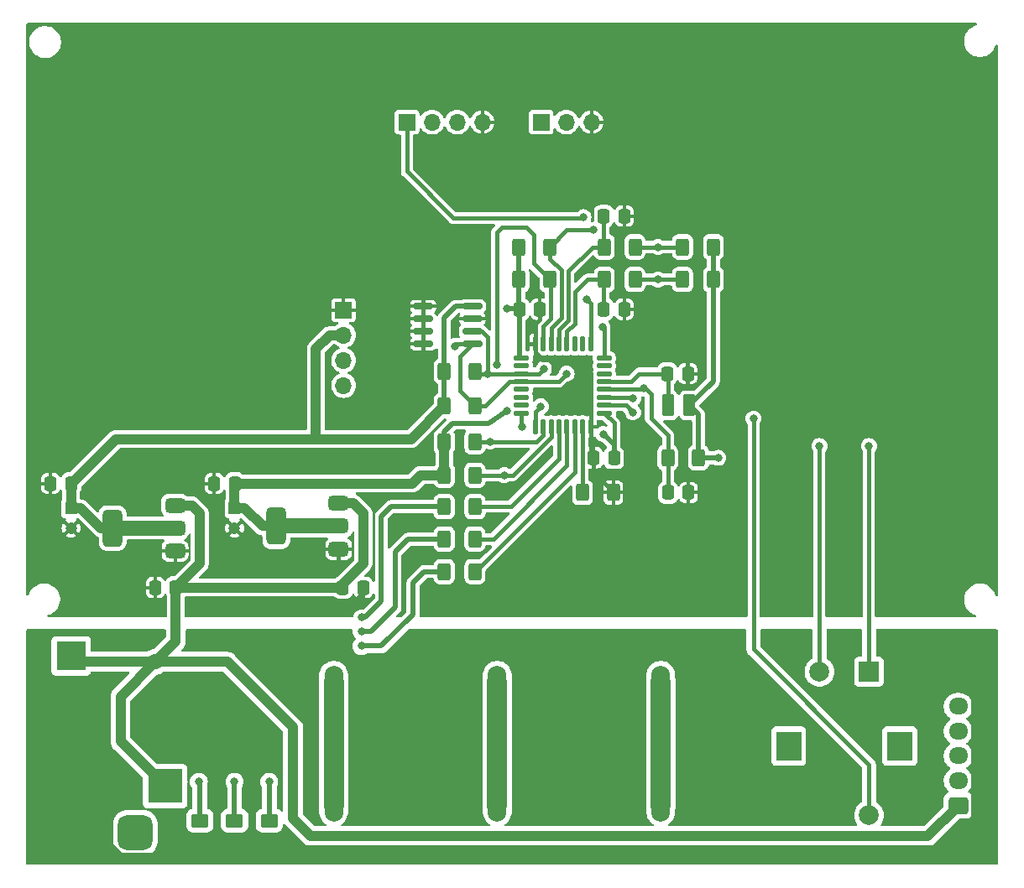
<source format=gbr>
%TF.GenerationSoftware,KiCad,Pcbnew,8.0.4*%
%TF.CreationDate,2024-08-20T10:11:57+03:00*%
%TF.ProjectId,stm32f030k6t6,73746d33-3266-4303-9330-6b3674362e6b,rev?*%
%TF.SameCoordinates,Original*%
%TF.FileFunction,Copper,L1,Top*%
%TF.FilePolarity,Positive*%
%FSLAX46Y46*%
G04 Gerber Fmt 4.6, Leading zero omitted, Abs format (unit mm)*
G04 Created by KiCad (PCBNEW 8.0.4) date 2024-08-20 10:11:57*
%MOMM*%
%LPD*%
G01*
G04 APERTURE LIST*
G04 Aperture macros list*
%AMRoundRect*
0 Rectangle with rounded corners*
0 $1 Rounding radius*
0 $2 $3 $4 $5 $6 $7 $8 $9 X,Y pos of 4 corners*
0 Add a 4 corners polygon primitive as box body*
4,1,4,$2,$3,$4,$5,$6,$7,$8,$9,$2,$3,0*
0 Add four circle primitives for the rounded corners*
1,1,$1+$1,$2,$3*
1,1,$1+$1,$4,$5*
1,1,$1+$1,$6,$7*
1,1,$1+$1,$8,$9*
0 Add four rect primitives between the rounded corners*
20,1,$1+$1,$2,$3,$4,$5,0*
20,1,$1+$1,$4,$5,$6,$7,0*
20,1,$1+$1,$6,$7,$8,$9,0*
20,1,$1+$1,$8,$9,$2,$3,0*%
G04 Aperture macros list end*
%TA.AperFunction,ComponentPad*%
%ADD10O,1.900000X3.200000*%
%TD*%
%TA.AperFunction,ComponentPad*%
%ADD11R,2.000000X2.000000*%
%TD*%
%TA.AperFunction,ComponentPad*%
%ADD12C,2.000000*%
%TD*%
%TA.AperFunction,ComponentPad*%
%ADD13R,2.500000X3.000000*%
%TD*%
%TA.AperFunction,SMDPad,CuDef*%
%ADD14RoundRect,0.250000X0.400000X0.625000X-0.400000X0.625000X-0.400000X-0.625000X0.400000X-0.625000X0*%
%TD*%
%TA.AperFunction,ComponentPad*%
%ADD15R,1.700000X1.700000*%
%TD*%
%TA.AperFunction,ComponentPad*%
%ADD16O,1.700000X1.700000*%
%TD*%
%TA.AperFunction,SMDPad,CuDef*%
%ADD17RoundRect,0.250000X-0.400000X-0.625000X0.400000X-0.625000X0.400000X0.625000X-0.400000X0.625000X0*%
%TD*%
%TA.AperFunction,ComponentPad*%
%ADD18R,1.200000X1.200000*%
%TD*%
%TA.AperFunction,ComponentPad*%
%ADD19C,1.200000*%
%TD*%
%TA.AperFunction,ComponentPad*%
%ADD20R,3.500000X3.500000*%
%TD*%
%TA.AperFunction,ComponentPad*%
%ADD21RoundRect,0.750000X-0.750000X-1.000000X0.750000X-1.000000X0.750000X1.000000X-0.750000X1.000000X0*%
%TD*%
%TA.AperFunction,ComponentPad*%
%ADD22RoundRect,0.875000X-0.875000X-0.875000X0.875000X-0.875000X0.875000X0.875000X-0.875000X0.875000X0*%
%TD*%
%TA.AperFunction,SMDPad,CuDef*%
%ADD23RoundRect,0.250000X-0.337500X-0.475000X0.337500X-0.475000X0.337500X0.475000X-0.337500X0.475000X0*%
%TD*%
%TA.AperFunction,ComponentPad*%
%ADD24C,1.600000*%
%TD*%
%TA.AperFunction,SMDPad,CuDef*%
%ADD25RoundRect,0.250000X0.337500X0.475000X-0.337500X0.475000X-0.337500X-0.475000X0.337500X-0.475000X0*%
%TD*%
%TA.AperFunction,SMDPad,CuDef*%
%ADD26RoundRect,0.375000X0.625000X0.375000X-0.625000X0.375000X-0.625000X-0.375000X0.625000X-0.375000X0*%
%TD*%
%TA.AperFunction,SMDPad,CuDef*%
%ADD27RoundRect,0.500000X0.500000X1.400000X-0.500000X1.400000X-0.500000X-1.400000X0.500000X-1.400000X0*%
%TD*%
%TA.AperFunction,ComponentPad*%
%ADD28R,3.000000X3.000000*%
%TD*%
%TA.AperFunction,ComponentPad*%
%ADD29C,3.000000*%
%TD*%
%TA.AperFunction,SMDPad,CuDef*%
%ADD30RoundRect,0.250001X0.624999X-0.462499X0.624999X0.462499X-0.624999X0.462499X-0.624999X-0.462499X0*%
%TD*%
%TA.AperFunction,SMDPad,CuDef*%
%ADD31RoundRect,0.250000X0.375000X0.850000X-0.375000X0.850000X-0.375000X-0.850000X0.375000X-0.850000X0*%
%TD*%
%TA.AperFunction,ComponentPad*%
%ADD32RoundRect,0.250000X0.725000X-0.600000X0.725000X0.600000X-0.725000X0.600000X-0.725000X-0.600000X0*%
%TD*%
%TA.AperFunction,ComponentPad*%
%ADD33O,1.950000X1.700000*%
%TD*%
%TA.AperFunction,SMDPad,CuDef*%
%ADD34RoundRect,0.150000X-0.825000X-0.150000X0.825000X-0.150000X0.825000X0.150000X-0.825000X0.150000X0*%
%TD*%
%TA.AperFunction,SMDPad,CuDef*%
%ADD35RoundRect,0.125000X0.625000X0.125000X-0.625000X0.125000X-0.625000X-0.125000X0.625000X-0.125000X0*%
%TD*%
%TA.AperFunction,SMDPad,CuDef*%
%ADD36RoundRect,0.125000X0.125000X0.625000X-0.125000X0.625000X-0.125000X-0.625000X0.125000X-0.625000X0*%
%TD*%
%TA.AperFunction,ViaPad*%
%ADD37C,0.800000*%
%TD*%
%TA.AperFunction,Conductor*%
%ADD38C,1.000000*%
%TD*%
%TA.AperFunction,Conductor*%
%ADD39C,0.400000*%
%TD*%
%TA.AperFunction,Conductor*%
%ADD40C,0.500000*%
%TD*%
%TA.AperFunction,Conductor*%
%ADD41C,2.000000*%
%TD*%
%TA.AperFunction,Conductor*%
%ADD42C,1.500000*%
%TD*%
G04 APERTURE END LIST*
D10*
%TO.P,SW3,1,1*%
%TO.N,/BTN2*%
X214000000Y-119000000D03*
X214000000Y-106500000D03*
%TO.P,SW3,2,2*%
%TO.N,GND*%
X219000000Y-119000000D03*
X219000000Y-106500000D03*
%TD*%
D11*
%TO.P,SW1,A,A*%
%TO.N,Net-(R2-Pad2)*%
X235000000Y-105500000D03*
D12*
%TO.P,SW1,B,B*%
%TO.N,Net-(R1-Pad2)*%
X230000000Y-105500000D03*
%TO.P,SW1,C,C*%
%TO.N,GND*%
X232500000Y-105500000D03*
D13*
%TO.P,SW1,MP*%
%TO.N,N/C*%
X238100000Y-113000000D03*
X226900000Y-113000000D03*
D12*
%TO.P,SW1,S1,S1*%
%TO.N,/ENC_BTN*%
X235000000Y-120000000D03*
%TO.P,SW1,S2,S2*%
%TO.N,GND*%
X230000000Y-120000000D03*
%TD*%
D14*
%TO.P,R9,1*%
%TO.N,Net-(R2-Pad2)*%
X211400000Y-62610000D03*
%TO.P,R9,2*%
%TO.N,/ENC2*%
X208300000Y-62610000D03*
%TD*%
D15*
%TO.P,J4,1,Pin_1*%
%TO.N,/USART_TX*%
X201920000Y-50000000D03*
D16*
%TO.P,J4,2,Pin_2*%
%TO.N,/USART_RX*%
X204460000Y-50000000D03*
%TO.P,J4,3,Pin_3*%
%TO.N,GND*%
X207000000Y-50000000D03*
%TD*%
D14*
%TO.P,R15,1*%
%TO.N,/LED_Y*%
X195250000Y-88820000D03*
%TO.P,R15,2*%
%TO.N,Net-(D3-A)*%
X192150000Y-88820000D03*
%TD*%
D17*
%TO.P,R4,1*%
%TO.N,+3.3V*%
X199700000Y-65900000D03*
%TO.P,R4,2*%
%TO.N,/BTN1*%
X202800000Y-65900000D03*
%TD*%
D18*
%TO.P,C9,1*%
%TO.N,+3.3V*%
X171000000Y-89000000D03*
D19*
%TO.P,C9,2*%
%TO.N,GND*%
X171000000Y-91000000D03*
%TD*%
D20*
%TO.P,J1,1*%
%TO.N,+12V*%
X164000000Y-117042500D03*
D21*
%TO.P,J1,2*%
%TO.N,GND*%
X158000000Y-117042500D03*
D22*
%TO.P,J1,3*%
%TO.N,N/C*%
X161000000Y-121742500D03*
%TD*%
D23*
%TO.P,C1,1*%
%TO.N,+3.3V*%
X199725000Y-68900000D03*
%TO.P,C1,2*%
%TO.N,GND*%
X201800000Y-68900000D03*
%TD*%
D14*
%TO.P,R11,1*%
%TO.N,/I2C_SCL*%
X195250000Y-75150000D03*
%TO.P,R11,2*%
%TO.N,+5V*%
X192150000Y-75150000D03*
%TD*%
D24*
%TO.P,C5,1*%
%TO.N,+12V*%
X163000000Y-104500000D03*
%TO.P,C5,2*%
%TO.N,GND*%
X163000000Y-108000000D03*
%TD*%
D14*
%TO.P,R7,1*%
%TO.N,+3.3V*%
X217800000Y-83900000D03*
%TO.P,R7,2*%
%TO.N,/RESET*%
X214700000Y-83900000D03*
%TD*%
%TO.P,R1,1*%
%TO.N,+3.3V*%
X219300000Y-65900000D03*
%TO.P,R1,2*%
%TO.N,Net-(R1-Pad2)*%
X216200000Y-65900000D03*
%TD*%
D25*
%TO.P,C12,1*%
%TO.N,+3.3V*%
X209275000Y-83900000D03*
%TO.P,C12,2*%
%TO.N,GND*%
X207200000Y-83900000D03*
%TD*%
D17*
%TO.P,R3,1*%
%TO.N,+3.3V*%
X199700000Y-62610000D03*
%TO.P,R3,2*%
%TO.N,/ENC_BTN*%
X202800000Y-62610000D03*
%TD*%
D23*
%TO.P,C11,1*%
%TO.N,+3.3VADC*%
X214650000Y-75400000D03*
%TO.P,C11,2*%
%TO.N,GND*%
X216725000Y-75400000D03*
%TD*%
D18*
%TO.P,C7,1*%
%TO.N,+5V*%
X154500000Y-89000000D03*
D19*
%TO.P,C7,2*%
%TO.N,GND*%
X154500000Y-91000000D03*
%TD*%
D25*
%TO.P,C10,1*%
%TO.N,+3.3V*%
X171025000Y-86500000D03*
%TO.P,C10,2*%
%TO.N,GND*%
X168950000Y-86500000D03*
%TD*%
D10*
%TO.P,SW2,1,1*%
%TO.N,/BTN1*%
X181000000Y-119000000D03*
X181000000Y-106500000D03*
%TO.P,SW2,2,2*%
%TO.N,GND*%
X186000000Y-119000000D03*
X186000000Y-106500000D03*
%TD*%
D17*
%TO.P,R10,1*%
%TO.N,Net-(U1-BOOT0)*%
X206100000Y-87400000D03*
%TO.P,R10,2*%
%TO.N,GND*%
X209200000Y-87400000D03*
%TD*%
D14*
%TO.P,R8,1*%
%TO.N,Net-(R1-Pad2)*%
X211400000Y-65900000D03*
%TO.P,R8,2*%
%TO.N,/ENC1*%
X208300000Y-65900000D03*
%TD*%
D23*
%TO.P,C2,1*%
%TO.N,/RESET*%
X214725000Y-87400000D03*
%TO.P,C2,2*%
%TO.N,GND*%
X216800000Y-87400000D03*
%TD*%
D10*
%TO.P,SW4,1,1*%
%TO.N,/BTN3*%
X197500000Y-119000000D03*
X197500000Y-106500000D03*
%TO.P,SW4,2,2*%
%TO.N,GND*%
X202500000Y-119000000D03*
X202500000Y-106500000D03*
%TD*%
D26*
%TO.P,U3,1,GND*%
%TO.N,GND*%
X165000000Y-93300000D03*
%TO.P,U3,2,VO*%
%TO.N,+5V*%
X165000000Y-91000000D03*
D27*
X158700000Y-91000000D03*
D26*
%TO.P,U3,3,VI*%
%TO.N,+12V*%
X165000000Y-88700000D03*
%TD*%
D28*
%TO.P,J6,1,Pin_1*%
%TO.N,+12V*%
X154500000Y-103920000D03*
D29*
%TO.P,J6,2,Pin_2*%
%TO.N,GND*%
X154500000Y-109000000D03*
%TD*%
D30*
%TO.P,D1,1,K*%
%TO.N,GND*%
X171000000Y-123500000D03*
%TO.P,D1,2,A*%
%TO.N,Net-(D1-A)*%
X171000000Y-120525000D03*
%TD*%
%TO.P,D3,1,K*%
%TO.N,GND*%
X167500000Y-123500000D03*
%TO.P,D3,2,A*%
%TO.N,Net-(D3-A)*%
X167500000Y-120525000D03*
%TD*%
D23*
%TO.P,C13,1*%
%TO.N,+12V*%
X181925000Y-97000000D03*
%TO.P,C13,2*%
%TO.N,GND*%
X184000000Y-97000000D03*
%TD*%
D25*
%TO.P,C8,1*%
%TO.N,+5V*%
X154525000Y-86500000D03*
%TO.P,C8,2*%
%TO.N,GND*%
X152450000Y-86500000D03*
%TD*%
D15*
%TO.P,J2,1,Pin_1*%
%TO.N,GND*%
X182000000Y-68980000D03*
D16*
%TO.P,J2,2,Pin_2*%
%TO.N,+5V*%
X182000000Y-71520000D03*
%TO.P,J2,3,Pin_3*%
%TO.N,/I2C_SDA*%
X182000000Y-74060000D03*
%TO.P,J2,4,Pin_4*%
%TO.N,/I2C_SCL*%
X182000000Y-76600000D03*
%TD*%
D23*
%TO.P,C3,1*%
%TO.N,/ENC1*%
X208237500Y-68900000D03*
%TO.P,C3,2*%
%TO.N,GND*%
X210312500Y-68900000D03*
%TD*%
D14*
%TO.P,R12,1*%
%TO.N,/I2C_SDA*%
X195250000Y-78650000D03*
%TO.P,R12,2*%
%TO.N,+5V*%
X192150000Y-78650000D03*
%TD*%
D31*
%TO.P,L1,1,1*%
%TO.N,+3.3V*%
X216875000Y-78600000D03*
%TO.P,L1,2,2*%
%TO.N,+3.3VADC*%
X214725000Y-78600000D03*
%TD*%
D15*
%TO.P,J3,1,Pin_1*%
%TO.N,/RESET*%
X188380000Y-50000000D03*
D16*
%TO.P,J3,2,Pin_2*%
%TO.N,/SWDIO*%
X190920000Y-50000000D03*
%TO.P,J3,3,Pin_3*%
%TO.N,/SWCLK*%
X193460000Y-50000000D03*
%TO.P,J3,4,Pin_4*%
%TO.N,GND*%
X196000000Y-50000000D03*
%TD*%
D32*
%TO.P,J5,1,Pin_1*%
%TO.N,+12V*%
X244000000Y-119000000D03*
D33*
%TO.P,J5,2,Pin_2*%
%TO.N,/I2C_SCL*%
X244000000Y-116500000D03*
%TO.P,J5,3,Pin_3*%
%TO.N,/I2C_SDA*%
X244000000Y-114000000D03*
%TO.P,J5,4,Pin_4*%
%TO.N,/~{WOE}*%
X244000000Y-111500000D03*
%TO.P,J5,5,Pin_5*%
%TO.N,/WOE*%
X244000000Y-109000000D03*
%TO.P,J5,6,Pin_6*%
%TO.N,GND*%
X244000000Y-106500000D03*
%TD*%
D25*
%TO.P,C6,1*%
%TO.N,+12V*%
X165075000Y-97000000D03*
%TO.P,C6,2*%
%TO.N,GND*%
X163000000Y-97000000D03*
%TD*%
D26*
%TO.P,U4,1,GND*%
%TO.N,GND*%
X181500000Y-93100000D03*
%TO.P,U4,2,VO*%
%TO.N,+3.3V*%
X181500000Y-90800000D03*
D27*
X175200000Y-90800000D03*
D26*
%TO.P,U4,3,VI*%
%TO.N,+12V*%
X181500000Y-88500000D03*
%TD*%
D23*
%TO.P,C4,1*%
%TO.N,/ENC2*%
X208242500Y-59500000D03*
%TO.P,C4,2*%
%TO.N,GND*%
X210317500Y-59500000D03*
%TD*%
D14*
%TO.P,R13,1*%
%TO.N,/LED_G*%
X195250000Y-92110000D03*
%TO.P,R13,2*%
%TO.N,Net-(D1-A)*%
X192150000Y-92110000D03*
%TD*%
D17*
%TO.P,R6,1*%
%TO.N,+3.3V*%
X192150000Y-85650000D03*
%TO.P,R6,2*%
%TO.N,/BTN3*%
X195250000Y-85650000D03*
%TD*%
D30*
%TO.P,D2,1,K*%
%TO.N,GND*%
X174500000Y-123500000D03*
%TO.P,D2,2,A*%
%TO.N,Net-(D2-A)*%
X174500000Y-120525000D03*
%TD*%
D14*
%TO.P,R2,1*%
%TO.N,+3.3V*%
X219300000Y-62610000D03*
%TO.P,R2,2*%
%TO.N,Net-(R2-Pad2)*%
X216200000Y-62610000D03*
%TD*%
D34*
%TO.P,U2,1,A0*%
%TO.N,GND*%
X190050000Y-68610000D03*
%TO.P,U2,2,A1*%
X190050000Y-69880000D03*
%TO.P,U2,3,A2*%
X190050000Y-71150000D03*
%TO.P,U2,4,GND*%
X190050000Y-72420000D03*
%TO.P,U2,5,SDA*%
%TO.N,/I2C_SDA*%
X195000000Y-72420000D03*
%TO.P,U2,6,SCL*%
%TO.N,/I2C_SCL*%
X195000000Y-71150000D03*
%TO.P,U2,7,WP*%
%TO.N,GND*%
X195000000Y-69880000D03*
%TO.P,U2,8,VCC*%
%TO.N,+5V*%
X195000000Y-68610000D03*
%TD*%
D14*
%TO.P,R14,1*%
%TO.N,/LED_R*%
X195250000Y-95400000D03*
%TO.P,R14,2*%
%TO.N,Net-(D2-A)*%
X192150000Y-95400000D03*
%TD*%
D17*
%TO.P,R5,1*%
%TO.N,+3.3V*%
X192150000Y-82285000D03*
%TO.P,R5,2*%
%TO.N,/BTN2*%
X195250000Y-82285000D03*
%TD*%
D35*
%TO.P,U1,1,VDD*%
%TO.N,+3.3V*%
X208300000Y-79400000D03*
%TO.P,U1,2,PF0*%
%TO.N,/~{WOE}*%
X208300000Y-78600000D03*
%TO.P,U1,3,PF1*%
%TO.N,/WOE*%
X208300000Y-77800000D03*
%TO.P,U1,4,NRST*%
%TO.N,/RESET*%
X208300000Y-77000000D03*
%TO.P,U1,5,VDDA*%
%TO.N,+3.3VADC*%
X208300000Y-76200000D03*
%TO.P,U1,6,PA0*%
%TO.N,unconnected-(U1-PA0-Pad6)*%
X208300000Y-75400000D03*
%TO.P,U1,7,PA1*%
%TO.N,unconnected-(U1-PA1-Pad7)*%
X208300000Y-74600000D03*
%TO.P,U1,8,PA2*%
%TO.N,/USART_TX*%
X208300000Y-73800000D03*
D36*
%TO.P,U1,9,PA3*%
%TO.N,/USART_RX*%
X206925000Y-72425000D03*
%TO.P,U1,10,PA4*%
%TO.N,unconnected-(U1-PA4-Pad10)*%
X206125000Y-72425000D03*
%TO.P,U1,11,PA5*%
%TO.N,unconnected-(U1-PA5-Pad11)*%
X205325000Y-72425000D03*
%TO.P,U1,12,PA6*%
%TO.N,/ENC1*%
X204525000Y-72425000D03*
%TO.P,U1,13,PA7*%
%TO.N,/ENC2*%
X203725000Y-72425000D03*
%TO.P,U1,14,PB0*%
%TO.N,/ENC_BTN*%
X202925000Y-72425000D03*
%TO.P,U1,15,PB1*%
%TO.N,/BTN1*%
X202125000Y-72425000D03*
%TO.P,U1,16,VSS*%
%TO.N,GND*%
X201325000Y-72425000D03*
D35*
%TO.P,U1,17,VDD*%
%TO.N,+3.3V*%
X199950000Y-73800000D03*
%TO.P,U1,18,PA8*%
%TO.N,unconnected-(U1-PA8-Pad18)*%
X199950000Y-74600000D03*
%TO.P,U1,19,PA9*%
%TO.N,/I2C_SCL*%
X199950000Y-75400000D03*
%TO.P,U1,20,PA10*%
%TO.N,/I2C_SDA*%
X199950000Y-76200000D03*
%TO.P,U1,21,PA11*%
%TO.N,unconnected-(U1-PA11-Pad21)*%
X199950000Y-77000000D03*
%TO.P,U1,22,PA12*%
%TO.N,unconnected-(U1-PA12-Pad22)*%
X199950000Y-77800000D03*
%TO.P,U1,23,PA13*%
%TO.N,unconnected-(U1-PA13-Pad23)*%
X199950000Y-78600000D03*
%TO.P,U1,24,PA14*%
%TO.N,/SWDIO*%
X199950000Y-79400000D03*
D36*
%TO.P,U1,25,PA15*%
%TO.N,/SWCLK*%
X201325000Y-80775000D03*
%TO.P,U1,26,PB3*%
%TO.N,/BTN2*%
X202125000Y-80775000D03*
%TO.P,U1,27,PB4*%
%TO.N,/BTN3*%
X202925000Y-80775000D03*
%TO.P,U1,28,PB5*%
%TO.N,/LED_Y*%
X203725000Y-80775000D03*
%TO.P,U1,29,PB6*%
%TO.N,/LED_G*%
X204525000Y-80775000D03*
%TO.P,U1,30,PB7*%
%TO.N,/LED_R*%
X205325000Y-80775000D03*
%TO.P,U1,31,BOOT0*%
%TO.N,Net-(U1-BOOT0)*%
X206125000Y-80775000D03*
%TO.P,U1,32,VSS*%
%TO.N,GND*%
X206925000Y-80775000D03*
%TD*%
D37*
%TO.N,+3.3V*%
X208200000Y-81500000D03*
X198500000Y-68800000D03*
X219800000Y-83900000D03*
X198500000Y-79200000D03*
%TO.N,/RESET*%
X212300000Y-76900000D03*
X206200000Y-59600000D03*
%TO.N,Net-(D1-A)*%
X183800000Y-101400000D03*
X171000000Y-116600000D03*
%TO.N,Net-(D2-A)*%
X183800000Y-102900000D03*
X174500000Y-116600000D03*
%TO.N,Net-(D3-A)*%
X183800000Y-100000000D03*
X167400000Y-116600000D03*
%TO.N,/I2C_SDA*%
X204500000Y-75400000D03*
X193200000Y-72600000D03*
%TO.N,/I2C_SCL*%
X202200000Y-74900000D03*
X196500000Y-75400000D03*
%TO.N,/SWCLK*%
X201900000Y-78700000D03*
%TO.N,/SWDIO*%
X200000000Y-80800000D03*
%TO.N,/USART_TX*%
X208100000Y-70700000D03*
%TO.N,/USART_RX*%
X206500000Y-67900000D03*
%TO.N,/WOE*%
X211200000Y-77900000D03*
%TO.N,/~{WOE}*%
X211200000Y-79300000D03*
%TO.N,Net-(R1-Pad2)*%
X213700000Y-65900000D03*
X230000000Y-82700000D03*
%TO.N,Net-(R2-Pad2)*%
X213700000Y-62610000D03*
X235000000Y-82700000D03*
%TO.N,/ENC_BTN*%
X223344975Y-79944975D03*
X207200000Y-60900000D03*
%TO.N,/BTN1*%
X197500000Y-74500000D03*
%TO.N,/BTN2*%
X196800000Y-82285000D03*
%TO.N,/BTN3*%
X198200000Y-85650000D03*
%TD*%
D38*
%TO.N,GND*%
X245775000Y-121025000D02*
X243300000Y-123500000D01*
D39*
X207200000Y-85400000D02*
X207200000Y-83900000D01*
D38*
X245000000Y-106500000D02*
X245775000Y-107275000D01*
D40*
X184000000Y-97000000D02*
X184000000Y-97600000D01*
D39*
X202062652Y-74000000D02*
X205600000Y-74000000D01*
X206925000Y-83625000D02*
X207200000Y-83900000D01*
X205600000Y-74000000D02*
X206925000Y-75325000D01*
D38*
X243300000Y-123500000D02*
X167500000Y-123500000D01*
D39*
X201325000Y-73262348D02*
X202062652Y-74000000D01*
D38*
X159423894Y-124292500D02*
X158000000Y-122868606D01*
D39*
X201325000Y-72425000D02*
X201325000Y-73262348D01*
D38*
X158000000Y-122868606D02*
X158000000Y-117042500D01*
D41*
X202500000Y-106500000D02*
X202500000Y-119000000D01*
X219000000Y-106500000D02*
X219000000Y-119000000D01*
X186000000Y-106500000D02*
X186000000Y-119000000D01*
D39*
X206925000Y-80775000D02*
X206925000Y-83625000D01*
D40*
X184000000Y-97600000D02*
X182800000Y-98800000D01*
D38*
X166707500Y-124292500D02*
X159423894Y-124292500D01*
D39*
X201325000Y-70375000D02*
X201325000Y-72425000D01*
D38*
X244000000Y-106500000D02*
X245000000Y-106500000D01*
D39*
X206925000Y-75325000D02*
X206925000Y-80775000D01*
X209200000Y-87400000D02*
X207200000Y-85400000D01*
X201800000Y-68900000D02*
X201800000Y-69900000D01*
X201800000Y-69900000D02*
X201325000Y-70375000D01*
D38*
X245775000Y-107275000D02*
X245775000Y-121025000D01*
X167500000Y-123500000D02*
X166707500Y-124292500D01*
%TO.N,+3.3V*%
X189750000Y-85650000D02*
X192150000Y-85650000D01*
X173800000Y-90800000D02*
X175200000Y-90800000D01*
D40*
X219300000Y-76175000D02*
X216875000Y-78600000D01*
X219800000Y-83900000D02*
X217800000Y-83900000D01*
X209275000Y-82575000D02*
X209275000Y-83900000D01*
X196600000Y-80400000D02*
X193000000Y-80400000D01*
X217800000Y-79525000D02*
X217800000Y-81400000D01*
X198500000Y-68800000D02*
X199625000Y-68800000D01*
D39*
X208300000Y-79400000D02*
X209275000Y-80375000D01*
D40*
X193000000Y-80400000D02*
X192150000Y-81250000D01*
D38*
X192150000Y-85650000D02*
X192150000Y-82285000D01*
D40*
X199725000Y-73575000D02*
X199950000Y-73800000D01*
X199725000Y-68900000D02*
X199725000Y-73575000D01*
D42*
X179250000Y-90800000D02*
X181500000Y-90800000D01*
D38*
X171000000Y-89000000D02*
X172000000Y-89000000D01*
D40*
X219300000Y-65900000D02*
X219300000Y-76175000D01*
X216875000Y-78600000D02*
X217800000Y-79525000D01*
X219300000Y-62610000D02*
X219300000Y-65900000D01*
X209375000Y-83800000D02*
X209275000Y-83900000D01*
D38*
X172000000Y-89000000D02*
X173800000Y-90800000D01*
X171000000Y-89000000D02*
X171000000Y-86525000D01*
X171025000Y-86500000D02*
X188900000Y-86500000D01*
D40*
X199700000Y-68875000D02*
X199725000Y-68900000D01*
D38*
X188900000Y-86500000D02*
X189750000Y-85650000D01*
D40*
X199625000Y-68800000D02*
X199725000Y-68900000D01*
X208200000Y-81500000D02*
X209275000Y-82575000D01*
D39*
X209275000Y-80375000D02*
X209275000Y-83900000D01*
D42*
X175200000Y-90800000D02*
X179250000Y-90800000D01*
D40*
X217800000Y-81400000D02*
X217800000Y-83900000D01*
X198500000Y-79200000D02*
X196600000Y-80400000D01*
X199700000Y-62610000D02*
X199700000Y-68875000D01*
X192150000Y-81250000D02*
X192150000Y-82285000D01*
D39*
%TO.N,/RESET*%
X212300000Y-76900000D02*
X212200000Y-77000000D01*
X206100000Y-59700000D02*
X193100000Y-59700000D01*
X213000000Y-77500000D02*
X212500000Y-77000000D01*
X214700000Y-81600000D02*
X213000000Y-79900000D01*
X213000000Y-79900000D02*
X213000000Y-77500000D01*
X188380000Y-54980000D02*
X188380000Y-50000000D01*
X193100000Y-59700000D02*
X188380000Y-54980000D01*
X206200000Y-59600000D02*
X206100000Y-59700000D01*
X212200000Y-77000000D02*
X208300000Y-77000000D01*
X212500000Y-77000000D02*
X212400000Y-77000000D01*
X214700000Y-83900000D02*
X214700000Y-81600000D01*
X214725000Y-87400000D02*
X214725000Y-83925000D01*
X214725000Y-83925000D02*
X214700000Y-83900000D01*
X212400000Y-77000000D02*
X212300000Y-76900000D01*
D38*
%TO.N,+12V*%
X159500000Y-112542500D02*
X159500000Y-108000000D01*
X167500000Y-94575000D02*
X165075000Y-97000000D01*
X167500000Y-89500000D02*
X167500000Y-94575000D01*
X181575000Y-97000000D02*
X165075000Y-97000000D01*
X159500000Y-108000000D02*
X163000000Y-104500000D01*
X166700000Y-88700000D02*
X167500000Y-89500000D01*
X176900000Y-120300000D02*
X178700000Y-122100000D01*
X164000000Y-117042500D02*
X159500000Y-112542500D01*
X163000000Y-104500000D02*
X170300000Y-104500000D01*
X154500000Y-103920000D02*
X155080000Y-104500000D01*
X184000000Y-89500000D02*
X183000000Y-88500000D01*
X240900000Y-122100000D02*
X244000000Y-119000000D01*
X184000000Y-94575000D02*
X184000000Y-89500000D01*
X178700000Y-122100000D02*
X240900000Y-122100000D01*
X165000000Y-88700000D02*
X166700000Y-88700000D01*
X165075000Y-102425000D02*
X165075000Y-97000000D01*
X170300000Y-104500000D02*
X176900000Y-111100000D01*
X181575000Y-97000000D02*
X184000000Y-94575000D01*
X155080000Y-104500000D02*
X163000000Y-104500000D01*
X163000000Y-104500000D02*
X165075000Y-102425000D01*
X183000000Y-88500000D02*
X181500000Y-88500000D01*
X176900000Y-111100000D02*
X176900000Y-120300000D01*
%TO.N,+5V*%
X155500000Y-89000000D02*
X157500000Y-91000000D01*
X154500000Y-86525000D02*
X154525000Y-86500000D01*
X188800000Y-82000000D02*
X192150000Y-78650000D01*
X179200000Y-72900000D02*
X179200000Y-82000000D01*
D42*
X158700000Y-91000000D02*
X162750000Y-91000000D01*
D38*
X154525000Y-86500000D02*
X159025000Y-82000000D01*
X154500000Y-89000000D02*
X154500000Y-86525000D01*
X180580000Y-71520000D02*
X179200000Y-72900000D01*
X157500000Y-91000000D02*
X158700000Y-91000000D01*
X182000000Y-71520000D02*
X180580000Y-71520000D01*
D40*
X193290000Y-68610000D02*
X192150000Y-69750000D01*
X195000000Y-68610000D02*
X193290000Y-68610000D01*
D38*
X159025000Y-82000000D02*
X179200000Y-82000000D01*
D40*
X192150000Y-69750000D02*
X192150000Y-78650000D01*
D42*
X162750000Y-91000000D02*
X165000000Y-91000000D01*
D38*
X154500000Y-89000000D02*
X155500000Y-89000000D01*
X179200000Y-82000000D02*
X188800000Y-82000000D01*
D39*
%TO.N,+3.3VADC*%
X211000000Y-76200000D02*
X211800000Y-75400000D01*
X211800000Y-75400000D02*
X214650000Y-75400000D01*
X214725000Y-78600000D02*
X214725000Y-75475000D01*
X208300000Y-76200000D02*
X211000000Y-76200000D01*
X214725000Y-75475000D02*
X214650000Y-75400000D01*
X214650000Y-78675000D02*
X214725000Y-78600000D01*
D40*
%TO.N,Net-(D1-A)*%
X183800000Y-101400000D02*
X184800000Y-101400000D01*
X188490000Y-92110000D02*
X192150000Y-92110000D01*
X187200000Y-93400000D02*
X188490000Y-92110000D01*
X187200000Y-99000000D02*
X187200000Y-93400000D01*
X184800000Y-101400000D02*
X187200000Y-99000000D01*
X171000000Y-120525000D02*
X171000000Y-116600000D01*
%TO.N,Net-(D2-A)*%
X174500000Y-120525000D02*
X174500000Y-116600000D01*
X183800000Y-102900000D02*
X185800000Y-102900000D01*
X185800000Y-102900000D02*
X189000000Y-99700000D01*
X189000000Y-99700000D02*
X189000000Y-96500000D01*
X189000000Y-96500000D02*
X190100000Y-95400000D01*
X190100000Y-95400000D02*
X192150000Y-95400000D01*
%TO.N,Net-(D3-A)*%
X184200000Y-100000000D02*
X185800000Y-98400000D01*
X167500000Y-116700000D02*
X167400000Y-116600000D01*
X186780000Y-88820000D02*
X192150000Y-88820000D01*
X167500000Y-120525000D02*
X167500000Y-116700000D01*
X185800000Y-98400000D02*
X185800000Y-89800000D01*
X185800000Y-89800000D02*
X186780000Y-88820000D01*
X183800000Y-100000000D02*
X184200000Y-100000000D01*
D39*
%TO.N,/I2C_SDA*%
X195000000Y-72420000D02*
X193750000Y-73670000D01*
X200000000Y-76200000D02*
X198700000Y-76200000D01*
X193750000Y-73670000D02*
X193750000Y-77150000D01*
X193380000Y-72420000D02*
X193200000Y-72600000D01*
X193750000Y-77150000D02*
X195250000Y-78650000D01*
X195000000Y-72420000D02*
X193380000Y-72420000D01*
X203700000Y-76200000D02*
X199950000Y-76200000D01*
X196250000Y-78650000D02*
X195250000Y-78650000D01*
X198700000Y-76200000D02*
X196250000Y-78650000D01*
X204500000Y-75400000D02*
X203700000Y-76200000D01*
%TO.N,/I2C_SCL*%
X200000000Y-75400000D02*
X196500000Y-75400000D01*
X196500000Y-75400000D02*
X195500000Y-75400000D01*
X195500000Y-75400000D02*
X195250000Y-75150000D01*
X195000000Y-71150000D02*
X195974999Y-71150000D01*
X201700000Y-75400000D02*
X199950000Y-75400000D01*
X196500000Y-71675001D02*
X196500000Y-75400000D01*
X202200000Y-74900000D02*
X201700000Y-75400000D01*
X195974999Y-71150000D02*
X196500000Y-71675001D01*
%TO.N,/SWCLK*%
X201325000Y-79275000D02*
X201900000Y-78700000D01*
X201325000Y-80775000D02*
X201325000Y-79275000D01*
%TO.N,/SWDIO*%
X199950000Y-79400000D02*
X199950000Y-80750000D01*
X199950000Y-80750000D02*
X200000000Y-80800000D01*
%TO.N,/USART_TX*%
X208300000Y-73800000D02*
X208300000Y-70900000D01*
X208300000Y-70900000D02*
X208100000Y-70700000D01*
%TO.N,/USART_RX*%
X206925000Y-72425000D02*
X206925000Y-68325000D01*
X206925000Y-68325000D02*
X206500000Y-67900000D01*
%TO.N,/WOE*%
X211100000Y-77800000D02*
X208300000Y-77800000D01*
X211200000Y-77900000D02*
X211100000Y-77800000D01*
%TO.N,/~{WOE}*%
X210500000Y-78600000D02*
X208300000Y-78600000D01*
X211200000Y-79300000D02*
X210500000Y-78600000D01*
%TO.N,Net-(R1-Pad2)*%
X216200000Y-65900000D02*
X213700000Y-65900000D01*
X216200000Y-65900000D02*
X211400000Y-65900000D01*
X230000000Y-82700000D02*
X230000000Y-105500000D01*
%TO.N,Net-(R2-Pad2)*%
X216200000Y-62610000D02*
X213700000Y-62610000D01*
X235000000Y-105500000D02*
X235000000Y-82700000D01*
X216200000Y-62610000D02*
X211400000Y-62610000D01*
%TO.N,/ENC_BTN*%
X202925000Y-70764950D02*
X203950000Y-69739950D01*
X223344975Y-103244975D02*
X235000000Y-114900000D01*
X207200000Y-60900000D02*
X204510000Y-60900000D01*
X235000000Y-114900000D02*
X235000000Y-120000000D01*
X223344975Y-79944975D02*
X223344975Y-103244975D01*
X202925000Y-72425000D02*
X202925000Y-70764950D01*
X203950000Y-69739950D02*
X203950000Y-64957412D01*
X202800000Y-63807412D02*
X202800000Y-62610000D01*
X203950000Y-64957412D02*
X202800000Y-63807412D01*
X204510000Y-60900000D02*
X202800000Y-62610000D01*
%TO.N,/BTN1*%
X202800000Y-65900000D02*
X201200000Y-64300000D01*
X198000000Y-60600000D02*
X197500000Y-61100000D01*
X200400000Y-60600000D02*
X198000000Y-60600000D01*
X202887500Y-65987500D02*
X202800000Y-65900000D01*
D41*
X181000000Y-106500000D02*
X181000000Y-119000000D01*
D39*
X202125000Y-70575000D02*
X202887500Y-69812500D01*
X201200000Y-61400000D02*
X200400000Y-60600000D01*
X202887500Y-69812500D02*
X202887500Y-65987500D01*
X201200000Y-64300000D02*
X201200000Y-61400000D01*
X202125000Y-72425000D02*
X202125000Y-70575000D01*
X197500000Y-61100000D02*
X197500000Y-74500000D01*
%TO.N,/BTN2*%
X201452348Y-82285000D02*
X202125000Y-81612348D01*
X195250000Y-82285000D02*
X201452348Y-82285000D01*
X202125000Y-81612348D02*
X202125000Y-80775000D01*
D41*
X214000000Y-106500000D02*
X214000000Y-119000000D01*
D39*
%TO.N,/BTN3*%
X202925000Y-81802298D02*
X202925000Y-80775000D01*
X195250000Y-85650000D02*
X199077298Y-85650000D01*
X199077298Y-85650000D02*
X202925000Y-81802298D01*
D41*
X197500000Y-106500000D02*
X197500000Y-119000000D01*
D39*
%TO.N,Net-(U1-BOOT0)*%
X206125000Y-80775000D02*
X206100000Y-80800000D01*
X206100000Y-80800000D02*
X206100000Y-87400000D01*
%TO.N,/LED_Y*%
X203725000Y-83975000D02*
X198880000Y-88820000D01*
X198880000Y-88820000D02*
X195250000Y-88820000D01*
X203725000Y-80775000D02*
X203725000Y-83975000D01*
%TO.N,/LED_G*%
X197090000Y-92110000D02*
X195250000Y-92110000D01*
X204525000Y-84675000D02*
X197090000Y-92110000D01*
X204525000Y-80775000D02*
X204525000Y-84675000D01*
%TO.N,/LED_R*%
X205325000Y-85375000D02*
X195300000Y-95400000D01*
X205325000Y-80775000D02*
X205325000Y-85375000D01*
X195300000Y-95400000D02*
X195250000Y-95400000D01*
%TO.N,/ENC1*%
X206600000Y-65900000D02*
X208300000Y-65900000D01*
X205350000Y-70319850D02*
X205350000Y-67150000D01*
X208237500Y-65962500D02*
X208300000Y-65900000D01*
X208300000Y-68837500D02*
X208237500Y-68900000D01*
X204525000Y-72425000D02*
X204525000Y-71144850D01*
X208237500Y-68900000D02*
X208237500Y-65962500D01*
X205350000Y-67150000D02*
X206600000Y-65900000D01*
X204525000Y-71144850D02*
X205350000Y-70319850D01*
%TO.N,/ENC2*%
X207090000Y-62610000D02*
X204650000Y-65050000D01*
X208242500Y-59500000D02*
X208242500Y-62552500D01*
X204650000Y-70029900D02*
X203725000Y-70954900D01*
X208300000Y-62610000D02*
X207090000Y-62610000D01*
X208242500Y-62552500D02*
X208300000Y-62610000D01*
X203725000Y-70954900D02*
X203725000Y-72425000D01*
X204650000Y-65050000D02*
X204650000Y-70029900D01*
%TD*%
%TA.AperFunction,Conductor*%
%TO.N,GND*%
G36*
X164017539Y-101219685D02*
G01*
X164063294Y-101272489D01*
X164074500Y-101324000D01*
X164074500Y-101959217D01*
X164054815Y-102026256D01*
X164038181Y-102046898D01*
X162911967Y-103173111D01*
X162850644Y-103206596D01*
X162835096Y-103208958D01*
X162773311Y-103214364D01*
X162773302Y-103214366D01*
X162553511Y-103273258D01*
X162553502Y-103273261D01*
X162347267Y-103369431D01*
X162347265Y-103369432D01*
X162193535Y-103477075D01*
X162127329Y-103499402D01*
X162122412Y-103499500D01*
X156624499Y-103499500D01*
X156557460Y-103479815D01*
X156511705Y-103427011D01*
X156500499Y-103375500D01*
X156500499Y-102372129D01*
X156500498Y-102372123D01*
X156500497Y-102372116D01*
X156494091Y-102312517D01*
X156451884Y-102199355D01*
X156443797Y-102177671D01*
X156443793Y-102177664D01*
X156357547Y-102062455D01*
X156357544Y-102062452D01*
X156242335Y-101976206D01*
X156242328Y-101976202D01*
X156107482Y-101925908D01*
X156107483Y-101925908D01*
X156047883Y-101919501D01*
X156047881Y-101919500D01*
X156047873Y-101919500D01*
X156047864Y-101919500D01*
X152952129Y-101919500D01*
X152952123Y-101919501D01*
X152892516Y-101925908D01*
X152757671Y-101976202D01*
X152757664Y-101976206D01*
X152642455Y-102062452D01*
X152642452Y-102062455D01*
X152556206Y-102177664D01*
X152556202Y-102177671D01*
X152505908Y-102312517D01*
X152499967Y-102367784D01*
X152499501Y-102372123D01*
X152499500Y-102372135D01*
X152499500Y-105467870D01*
X152499501Y-105467876D01*
X152505908Y-105527483D01*
X152556202Y-105662328D01*
X152556206Y-105662335D01*
X152642452Y-105777544D01*
X152642455Y-105777547D01*
X152757664Y-105863793D01*
X152757671Y-105863797D01*
X152892517Y-105914091D01*
X152892516Y-105914091D01*
X152899444Y-105914835D01*
X152952127Y-105920500D01*
X156047872Y-105920499D01*
X156107483Y-105914091D01*
X156242331Y-105863796D01*
X156357546Y-105777546D01*
X156443796Y-105662331D01*
X156474068Y-105581168D01*
X156515939Y-105525234D01*
X156581403Y-105500816D01*
X156590250Y-105500500D01*
X160285217Y-105500500D01*
X160352256Y-105520185D01*
X160398011Y-105572989D01*
X160407955Y-105642147D01*
X160378930Y-105705703D01*
X160372898Y-105712181D01*
X158862220Y-107222859D01*
X158862218Y-107222861D01*
X158792538Y-107292540D01*
X158722859Y-107362219D01*
X158613371Y-107526080D01*
X158613369Y-107526084D01*
X158613368Y-107526086D01*
X158596748Y-107566211D01*
X158596748Y-107566212D01*
X158538520Y-107706786D01*
X158538516Y-107706796D01*
X158537948Y-107708164D01*
X158499500Y-107901456D01*
X158499500Y-112641044D01*
X158537947Y-112834333D01*
X158537949Y-112834337D01*
X158560038Y-112887664D01*
X158613366Y-113016411D01*
X158613371Y-113016420D01*
X158722860Y-113180281D01*
X158722863Y-113180285D01*
X158866537Y-113323959D01*
X158866559Y-113323979D01*
X161713181Y-116170601D01*
X161746666Y-116231924D01*
X161749500Y-116258282D01*
X161749500Y-118840370D01*
X161749501Y-118840376D01*
X161755908Y-118899983D01*
X161806202Y-119034828D01*
X161806206Y-119034835D01*
X161892452Y-119150044D01*
X161892455Y-119150047D01*
X162007664Y-119236293D01*
X162007673Y-119236298D01*
X162054937Y-119253926D01*
X162110871Y-119295796D01*
X162135289Y-119361260D01*
X162120438Y-119429533D01*
X162071033Y-119478939D01*
X162005028Y-119493933D01*
X161968657Y-119492001D01*
X161968628Y-119492000D01*
X161968622Y-119492000D01*
X160031378Y-119492000D01*
X160031370Y-119492000D01*
X160031347Y-119492001D01*
X159978756Y-119494795D01*
X159978755Y-119494795D01*
X159748878Y-119539254D01*
X159748876Y-119539254D01*
X159748874Y-119539255D01*
X159683429Y-119563953D01*
X159529810Y-119621925D01*
X159327868Y-119740429D01*
X159327861Y-119740434D01*
X159148858Y-119891356D01*
X159148856Y-119891358D01*
X158997934Y-120070361D01*
X158997929Y-120070368D01*
X158879425Y-120272310D01*
X158831789Y-120398540D01*
X158796755Y-120491374D01*
X158796754Y-120491376D01*
X158796754Y-120491378D01*
X158752295Y-120721255D01*
X158752295Y-120721256D01*
X158749501Y-120773847D01*
X158749500Y-120773886D01*
X158749500Y-122711113D01*
X158749501Y-122711152D01*
X158752295Y-122763743D01*
X158752295Y-122763744D01*
X158774226Y-122877139D01*
X158796755Y-122993626D01*
X158845326Y-123122332D01*
X158879425Y-123212689D01*
X158997929Y-123414631D01*
X158997934Y-123414638D01*
X159148856Y-123593641D01*
X159148858Y-123593643D01*
X159327861Y-123744565D01*
X159327868Y-123744570D01*
X159529810Y-123863074D01*
X159748874Y-123945745D01*
X159978759Y-123990205D01*
X160031378Y-123993000D01*
X160031386Y-123993000D01*
X161968614Y-123993000D01*
X161968622Y-123993000D01*
X162021241Y-123990205D01*
X162251126Y-123945745D01*
X162470190Y-123863074D01*
X162672132Y-123744570D01*
X162851142Y-123593642D01*
X163002070Y-123414632D01*
X163120574Y-123212690D01*
X163203245Y-122993626D01*
X163247705Y-122763741D01*
X163250500Y-122711122D01*
X163250500Y-120773878D01*
X163247705Y-120721259D01*
X163203245Y-120491374D01*
X163120574Y-120272310D01*
X163002070Y-120070368D01*
X163002065Y-120070361D01*
X162953267Y-120012484D01*
X166124500Y-120012484D01*
X166124500Y-121037515D01*
X166135000Y-121140295D01*
X166135001Y-121140296D01*
X166190186Y-121306835D01*
X166190187Y-121306837D01*
X166282286Y-121456151D01*
X166282289Y-121456155D01*
X166406344Y-121580210D01*
X166406348Y-121580213D01*
X166555662Y-121672312D01*
X166555664Y-121672313D01*
X166555666Y-121672314D01*
X166722203Y-121727499D01*
X166824992Y-121738000D01*
X166824997Y-121738000D01*
X168175003Y-121738000D01*
X168175008Y-121738000D01*
X168277797Y-121727499D01*
X168444334Y-121672314D01*
X168593655Y-121580211D01*
X168717711Y-121456155D01*
X168809814Y-121306834D01*
X168864999Y-121140297D01*
X168875500Y-121037508D01*
X168875500Y-120012492D01*
X168875499Y-120012484D01*
X169624500Y-120012484D01*
X169624500Y-121037515D01*
X169635000Y-121140295D01*
X169635001Y-121140296D01*
X169690186Y-121306835D01*
X169690187Y-121306837D01*
X169782286Y-121456151D01*
X169782289Y-121456155D01*
X169906344Y-121580210D01*
X169906348Y-121580213D01*
X170055662Y-121672312D01*
X170055664Y-121672313D01*
X170055666Y-121672314D01*
X170222203Y-121727499D01*
X170324992Y-121738000D01*
X170324997Y-121738000D01*
X171675003Y-121738000D01*
X171675008Y-121738000D01*
X171777797Y-121727499D01*
X171944334Y-121672314D01*
X172093655Y-121580211D01*
X172217711Y-121456155D01*
X172309814Y-121306834D01*
X172364999Y-121140297D01*
X172375500Y-121037508D01*
X172375500Y-120012492D01*
X172364999Y-119909703D01*
X172309814Y-119743166D01*
X172308126Y-119740430D01*
X172217713Y-119593848D01*
X172217710Y-119593844D01*
X172093655Y-119469789D01*
X172093651Y-119469786D01*
X171944337Y-119377687D01*
X171835495Y-119341620D01*
X171778051Y-119301847D01*
X171751228Y-119237331D01*
X171750500Y-119223914D01*
X171750500Y-117134321D01*
X171767113Y-117072321D01*
X171798236Y-117018414D01*
X171827179Y-116968284D01*
X171885674Y-116788256D01*
X171905460Y-116600000D01*
X171885674Y-116411744D01*
X171827179Y-116231716D01*
X171732533Y-116067784D01*
X171605871Y-115927112D01*
X171605870Y-115927111D01*
X171452734Y-115815851D01*
X171452729Y-115815848D01*
X171279807Y-115738857D01*
X171279802Y-115738855D01*
X171134001Y-115707865D01*
X171094646Y-115699500D01*
X170905354Y-115699500D01*
X170872897Y-115706398D01*
X170720197Y-115738855D01*
X170720192Y-115738857D01*
X170547270Y-115815848D01*
X170547265Y-115815851D01*
X170394129Y-115927111D01*
X170267466Y-116067785D01*
X170172821Y-116231715D01*
X170172818Y-116231722D01*
X170114327Y-116411740D01*
X170114326Y-116411744D01*
X170094540Y-116600000D01*
X170114326Y-116788256D01*
X170114327Y-116788259D01*
X170172818Y-116968277D01*
X170172821Y-116968284D01*
X170201762Y-117018412D01*
X170232887Y-117072321D01*
X170249500Y-117134321D01*
X170249500Y-119223914D01*
X170229815Y-119290953D01*
X170177011Y-119336708D01*
X170164505Y-119341620D01*
X170055662Y-119377687D01*
X169906348Y-119469786D01*
X169906344Y-119469789D01*
X169782289Y-119593844D01*
X169782286Y-119593848D01*
X169690187Y-119743162D01*
X169690186Y-119743164D01*
X169635001Y-119909703D01*
X169635000Y-119909704D01*
X169624500Y-120012484D01*
X168875499Y-120012484D01*
X168864999Y-119909703D01*
X168809814Y-119743166D01*
X168808126Y-119740430D01*
X168717713Y-119593848D01*
X168717710Y-119593844D01*
X168593655Y-119469789D01*
X168593651Y-119469786D01*
X168444337Y-119377687D01*
X168335495Y-119341620D01*
X168278051Y-119301847D01*
X168251228Y-119237331D01*
X168250500Y-119223914D01*
X168250500Y-116916149D01*
X168256569Y-116877831D01*
X168276580Y-116816243D01*
X168285674Y-116788256D01*
X168305460Y-116600000D01*
X168285674Y-116411744D01*
X168227179Y-116231716D01*
X168132533Y-116067784D01*
X168005871Y-115927112D01*
X168005870Y-115927111D01*
X167852734Y-115815851D01*
X167852729Y-115815848D01*
X167679807Y-115738857D01*
X167679802Y-115738855D01*
X167534001Y-115707865D01*
X167494646Y-115699500D01*
X167305354Y-115699500D01*
X167272897Y-115706398D01*
X167120197Y-115738855D01*
X167120192Y-115738857D01*
X166947270Y-115815848D01*
X166947265Y-115815851D01*
X166794129Y-115927111D01*
X166667466Y-116067785D01*
X166572821Y-116231715D01*
X166572818Y-116231722D01*
X166514327Y-116411740D01*
X166514326Y-116411744D01*
X166499182Y-116555831D01*
X166497820Y-116568793D01*
X166485979Y-116597569D01*
X166493476Y-116609234D01*
X166497819Y-116631205D01*
X166514326Y-116788256D01*
X166514327Y-116788259D01*
X166572818Y-116968277D01*
X166572821Y-116968284D01*
X166667466Y-117132215D01*
X166717649Y-117187948D01*
X166747880Y-117250940D01*
X166749500Y-117270921D01*
X166749500Y-119223914D01*
X166729815Y-119290953D01*
X166677011Y-119336708D01*
X166664505Y-119341620D01*
X166555662Y-119377687D01*
X166406348Y-119469786D01*
X166406344Y-119469789D01*
X166282289Y-119593844D01*
X166282286Y-119593848D01*
X166190187Y-119743162D01*
X166190186Y-119743164D01*
X166135001Y-119909703D01*
X166135000Y-119909704D01*
X166124500Y-120012484D01*
X162953267Y-120012484D01*
X162851143Y-119891358D01*
X162851141Y-119891356D01*
X162672138Y-119740434D01*
X162672131Y-119740429D01*
X162470189Y-119621925D01*
X162316571Y-119563953D01*
X162251126Y-119539255D01*
X162251121Y-119539254D01*
X162251116Y-119539252D01*
X162248470Y-119538740D01*
X162247451Y-119538213D01*
X162246050Y-119537817D01*
X162246130Y-119537531D01*
X162186392Y-119506677D01*
X162151503Y-119446141D01*
X162154881Y-119376353D01*
X162195452Y-119319470D01*
X162260337Y-119293552D01*
X162272009Y-119292999D01*
X165797872Y-119292999D01*
X165857483Y-119286591D01*
X165992331Y-119236296D01*
X166107546Y-119150046D01*
X166193796Y-119034831D01*
X166244091Y-118899983D01*
X166250500Y-118840373D01*
X166250499Y-116644167D01*
X166263491Y-116599922D01*
X166252522Y-116578138D01*
X166250499Y-116555831D01*
X166250499Y-115244629D01*
X166250498Y-115244623D01*
X166250164Y-115241518D01*
X166244091Y-115185017D01*
X166232914Y-115155051D01*
X166193797Y-115050171D01*
X166193793Y-115050164D01*
X166107547Y-114934955D01*
X166107544Y-114934952D01*
X165992335Y-114848706D01*
X165992328Y-114848702D01*
X165857482Y-114798408D01*
X165857483Y-114798408D01*
X165797883Y-114792001D01*
X165797881Y-114792000D01*
X165797873Y-114792000D01*
X165797865Y-114792000D01*
X163215782Y-114792000D01*
X163148743Y-114772315D01*
X163128101Y-114755681D01*
X160536819Y-112164399D01*
X160503334Y-112103076D01*
X160500500Y-112076718D01*
X160500500Y-108465782D01*
X160520185Y-108398743D01*
X160536819Y-108378101D01*
X161692061Y-107222859D01*
X163088034Y-105826885D01*
X163149355Y-105793402D01*
X163164900Y-105791041D01*
X163226692Y-105785635D01*
X163446496Y-105726739D01*
X163652734Y-105630568D01*
X163806465Y-105522924D01*
X163872671Y-105500598D01*
X163877588Y-105500500D01*
X169834218Y-105500500D01*
X169901257Y-105520185D01*
X169921899Y-105536819D01*
X175863181Y-111478101D01*
X175896666Y-111539424D01*
X175899500Y-111565782D01*
X175899500Y-119476272D01*
X175879815Y-119543311D01*
X175827011Y-119589066D01*
X175757853Y-119599010D01*
X175694297Y-119569985D01*
X175687819Y-119563953D01*
X175593655Y-119469789D01*
X175593651Y-119469786D01*
X175444337Y-119377687D01*
X175335495Y-119341620D01*
X175278051Y-119301847D01*
X175251228Y-119237331D01*
X175250500Y-119223914D01*
X175250500Y-117134321D01*
X175267113Y-117072321D01*
X175298236Y-117018414D01*
X175327179Y-116968284D01*
X175385674Y-116788256D01*
X175405460Y-116600000D01*
X175385674Y-116411744D01*
X175327179Y-116231716D01*
X175232533Y-116067784D01*
X175105871Y-115927112D01*
X175105870Y-115927111D01*
X174952734Y-115815851D01*
X174952729Y-115815848D01*
X174779807Y-115738857D01*
X174779802Y-115738855D01*
X174634001Y-115707865D01*
X174594646Y-115699500D01*
X174405354Y-115699500D01*
X174372897Y-115706398D01*
X174220197Y-115738855D01*
X174220192Y-115738857D01*
X174047270Y-115815848D01*
X174047265Y-115815851D01*
X173894129Y-115927111D01*
X173767466Y-116067785D01*
X173672821Y-116231715D01*
X173672818Y-116231722D01*
X173614327Y-116411740D01*
X173614326Y-116411744D01*
X173594540Y-116600000D01*
X173614326Y-116788256D01*
X173614327Y-116788259D01*
X173672818Y-116968277D01*
X173672821Y-116968284D01*
X173701762Y-117018412D01*
X173732887Y-117072321D01*
X173749500Y-117134321D01*
X173749500Y-119223914D01*
X173729815Y-119290953D01*
X173677011Y-119336708D01*
X173664505Y-119341620D01*
X173555662Y-119377687D01*
X173406348Y-119469786D01*
X173406344Y-119469789D01*
X173282289Y-119593844D01*
X173282286Y-119593848D01*
X173190187Y-119743162D01*
X173190186Y-119743164D01*
X173135001Y-119909703D01*
X173135000Y-119909704D01*
X173124500Y-120012484D01*
X173124500Y-121037515D01*
X173135000Y-121140295D01*
X173135001Y-121140296D01*
X173190186Y-121306835D01*
X173190187Y-121306837D01*
X173282286Y-121456151D01*
X173282289Y-121456155D01*
X173406344Y-121580210D01*
X173406348Y-121580213D01*
X173555662Y-121672312D01*
X173555664Y-121672313D01*
X173555666Y-121672314D01*
X173722203Y-121727499D01*
X173824992Y-121738000D01*
X173824997Y-121738000D01*
X175175003Y-121738000D01*
X175175008Y-121738000D01*
X175277797Y-121727499D01*
X175444334Y-121672314D01*
X175593655Y-121580211D01*
X175717711Y-121456155D01*
X175809814Y-121306834D01*
X175864999Y-121140297D01*
X175875500Y-121037508D01*
X175875500Y-120976353D01*
X175895185Y-120909314D01*
X175947989Y-120863559D01*
X176017147Y-120853615D01*
X176080703Y-120882640D01*
X176102600Y-120907460D01*
X176122861Y-120937782D01*
X176262218Y-121077139D01*
X176262219Y-121077139D01*
X176269286Y-121084206D01*
X176269285Y-121084206D01*
X176269288Y-121084208D01*
X177922860Y-122737781D01*
X177922861Y-122737782D01*
X178062218Y-122877139D01*
X178226086Y-122986632D01*
X178332745Y-123030811D01*
X178408164Y-123062051D01*
X178601454Y-123100499D01*
X178601457Y-123100500D01*
X178601459Y-123100500D01*
X240998542Y-123100500D01*
X241017870Y-123096655D01*
X241095188Y-123081275D01*
X241191836Y-123062051D01*
X241245165Y-123039961D01*
X241373914Y-122986632D01*
X241537782Y-122877139D01*
X241677139Y-122737782D01*
X241677140Y-122737779D01*
X241684206Y-122730714D01*
X241684209Y-122730710D01*
X244028101Y-120386818D01*
X244089424Y-120353333D01*
X244115782Y-120350499D01*
X244775002Y-120350499D01*
X244775008Y-120350499D01*
X244877797Y-120339999D01*
X245044334Y-120284814D01*
X245193656Y-120192712D01*
X245317712Y-120068656D01*
X245409814Y-119919334D01*
X245464999Y-119752797D01*
X245475500Y-119650009D01*
X245475499Y-118349992D01*
X245464999Y-118247203D01*
X245409814Y-118080666D01*
X245317712Y-117931344D01*
X245193656Y-117807288D01*
X245044334Y-117715186D01*
X245044333Y-117715185D01*
X245038878Y-117711821D01*
X244992154Y-117659873D01*
X244980931Y-117590910D01*
X245008775Y-117526828D01*
X245016272Y-117518623D01*
X245155104Y-117379792D01*
X245280051Y-117207816D01*
X245376557Y-117018412D01*
X245442246Y-116816243D01*
X245475500Y-116606287D01*
X245475500Y-116393713D01*
X245442246Y-116183757D01*
X245376557Y-115981588D01*
X245280051Y-115792184D01*
X245280049Y-115792181D01*
X245280048Y-115792179D01*
X245155109Y-115620213D01*
X245004792Y-115469896D01*
X245004784Y-115469890D01*
X244840204Y-115350316D01*
X244797540Y-115294989D01*
X244791561Y-115225376D01*
X244824166Y-115163580D01*
X244840199Y-115149686D01*
X245004792Y-115030104D01*
X245155104Y-114879792D01*
X245155106Y-114879788D01*
X245155109Y-114879786D01*
X245280048Y-114707820D01*
X245280047Y-114707820D01*
X245280051Y-114707816D01*
X245376557Y-114518412D01*
X245442246Y-114316243D01*
X245475500Y-114106287D01*
X245475500Y-113893713D01*
X245442246Y-113683757D01*
X245376557Y-113481588D01*
X245280051Y-113292184D01*
X245280049Y-113292181D01*
X245280048Y-113292179D01*
X245155109Y-113120213D01*
X245004792Y-112969896D01*
X245004784Y-112969890D01*
X244840204Y-112850316D01*
X244797540Y-112794989D01*
X244791561Y-112725376D01*
X244824166Y-112663580D01*
X244840199Y-112649686D01*
X245004792Y-112530104D01*
X245155104Y-112379792D01*
X245155106Y-112379788D01*
X245155109Y-112379786D01*
X245280048Y-112207820D01*
X245280047Y-112207820D01*
X245280051Y-112207816D01*
X245376557Y-112018412D01*
X245442246Y-111816243D01*
X245475500Y-111606287D01*
X245475500Y-111393713D01*
X245442246Y-111183757D01*
X245376557Y-110981588D01*
X245280051Y-110792184D01*
X245280049Y-110792181D01*
X245280048Y-110792179D01*
X245155109Y-110620213D01*
X245004792Y-110469896D01*
X244994220Y-110462215D01*
X244840204Y-110350316D01*
X244797540Y-110294989D01*
X244791561Y-110225376D01*
X244824166Y-110163580D01*
X244840199Y-110149686D01*
X245004792Y-110030104D01*
X245155104Y-109879792D01*
X245155106Y-109879788D01*
X245155109Y-109879786D01*
X245280048Y-109707820D01*
X245280047Y-109707820D01*
X245280051Y-109707816D01*
X245376557Y-109518412D01*
X245442246Y-109316243D01*
X245475500Y-109106287D01*
X245475500Y-108893713D01*
X245442246Y-108683757D01*
X245376557Y-108481588D01*
X245280051Y-108292184D01*
X245280049Y-108292181D01*
X245280048Y-108292179D01*
X245155109Y-108120213D01*
X245004786Y-107969890D01*
X244832820Y-107844951D01*
X244643414Y-107748444D01*
X244643413Y-107748443D01*
X244643412Y-107748443D01*
X244441243Y-107682754D01*
X244441241Y-107682753D01*
X244441240Y-107682753D01*
X244279957Y-107657208D01*
X244231287Y-107649500D01*
X243768713Y-107649500D01*
X243720042Y-107657208D01*
X243558760Y-107682753D01*
X243356585Y-107748444D01*
X243167179Y-107844951D01*
X242995213Y-107969890D01*
X242844890Y-108120213D01*
X242719951Y-108292179D01*
X242623444Y-108481585D01*
X242557753Y-108683760D01*
X242524500Y-108893713D01*
X242524500Y-109106286D01*
X242557753Y-109316239D01*
X242623444Y-109518414D01*
X242719951Y-109707820D01*
X242844890Y-109879786D01*
X242995209Y-110030105D01*
X242995214Y-110030109D01*
X243159793Y-110149682D01*
X243202459Y-110205011D01*
X243208438Y-110274625D01*
X243175833Y-110336420D01*
X243159793Y-110350318D01*
X242995214Y-110469890D01*
X242995209Y-110469894D01*
X242844890Y-110620213D01*
X242719951Y-110792179D01*
X242623444Y-110981585D01*
X242557753Y-111183760D01*
X242524500Y-111393713D01*
X242524500Y-111606286D01*
X242557753Y-111816239D01*
X242623444Y-112018414D01*
X242719951Y-112207820D01*
X242844890Y-112379786D01*
X242995209Y-112530105D01*
X242995214Y-112530109D01*
X243159793Y-112649682D01*
X243202459Y-112705011D01*
X243208438Y-112774625D01*
X243175833Y-112836420D01*
X243159793Y-112850318D01*
X242995214Y-112969890D01*
X242995209Y-112969894D01*
X242844890Y-113120213D01*
X242719951Y-113292179D01*
X242623444Y-113481585D01*
X242557753Y-113683760D01*
X242524500Y-113893713D01*
X242524500Y-114106287D01*
X242557754Y-114316243D01*
X242602338Y-114453459D01*
X242623444Y-114518414D01*
X242719951Y-114707820D01*
X242844890Y-114879786D01*
X242995209Y-115030105D01*
X242995214Y-115030109D01*
X243159793Y-115149682D01*
X243202459Y-115205011D01*
X243208438Y-115274625D01*
X243175833Y-115336420D01*
X243159793Y-115350318D01*
X242995214Y-115469890D01*
X242995209Y-115469894D01*
X242844890Y-115620213D01*
X242719951Y-115792179D01*
X242623444Y-115981585D01*
X242557753Y-116183760D01*
X242524500Y-116393713D01*
X242524500Y-116606286D01*
X242553321Y-116788259D01*
X242557754Y-116816243D01*
X242607155Y-116968284D01*
X242623444Y-117018414D01*
X242719951Y-117207820D01*
X242844890Y-117379786D01*
X242983705Y-117518601D01*
X243017190Y-117579924D01*
X243012206Y-117649616D01*
X242970334Y-117705549D01*
X242961121Y-117711821D01*
X242806342Y-117807289D01*
X242682289Y-117931342D01*
X242590187Y-118080663D01*
X242590186Y-118080666D01*
X242535001Y-118247203D01*
X242535001Y-118247204D01*
X242535000Y-118247204D01*
X242524500Y-118349983D01*
X242524500Y-119009217D01*
X242504815Y-119076256D01*
X242488181Y-119096898D01*
X240521899Y-121063181D01*
X240460576Y-121096666D01*
X240434218Y-121099500D01*
X236303149Y-121099500D01*
X236236110Y-121079815D01*
X236190355Y-121027011D01*
X236180411Y-120957853D01*
X236199340Y-120907679D01*
X236228165Y-120863559D01*
X236324173Y-120716607D01*
X236424063Y-120488881D01*
X236485108Y-120247821D01*
X236488950Y-120201460D01*
X236505643Y-120000005D01*
X236505643Y-119999994D01*
X236485109Y-119752187D01*
X236485107Y-119752175D01*
X236424063Y-119511118D01*
X236324173Y-119283393D01*
X236188166Y-119075217D01*
X236166557Y-119051744D01*
X236019744Y-118892262D01*
X235823509Y-118739526D01*
X235765481Y-118708122D01*
X235715891Y-118658904D01*
X235700500Y-118599069D01*
X235700500Y-114831004D01*
X235673581Y-114695677D01*
X235673580Y-114695676D01*
X235673580Y-114695672D01*
X235637051Y-114607482D01*
X235620778Y-114568195D01*
X235620771Y-114568182D01*
X235544115Y-114453459D01*
X235544114Y-114453458D01*
X235446542Y-114355886D01*
X232542791Y-111452135D01*
X236349500Y-111452135D01*
X236349500Y-114547870D01*
X236349501Y-114547876D01*
X236355908Y-114607483D01*
X236406202Y-114742328D01*
X236406206Y-114742335D01*
X236492452Y-114857544D01*
X236492455Y-114857547D01*
X236607664Y-114943793D01*
X236607671Y-114943797D01*
X236742517Y-114994091D01*
X236742516Y-114994091D01*
X236749444Y-114994835D01*
X236802127Y-115000500D01*
X239397872Y-115000499D01*
X239457483Y-114994091D01*
X239592331Y-114943796D01*
X239707546Y-114857546D01*
X239793796Y-114742331D01*
X239844091Y-114607483D01*
X239850500Y-114547873D01*
X239850499Y-111452128D01*
X239844091Y-111392517D01*
X239793796Y-111257669D01*
X239793795Y-111257668D01*
X239793793Y-111257664D01*
X239707547Y-111142455D01*
X239707544Y-111142452D01*
X239592335Y-111056206D01*
X239592328Y-111056202D01*
X239457482Y-111005908D01*
X239457483Y-111005908D01*
X239397883Y-110999501D01*
X239397881Y-110999500D01*
X239397873Y-110999500D01*
X239397864Y-110999500D01*
X236802129Y-110999500D01*
X236802123Y-110999501D01*
X236742516Y-111005908D01*
X236607671Y-111056202D01*
X236607664Y-111056206D01*
X236492455Y-111142452D01*
X236492452Y-111142455D01*
X236406206Y-111257664D01*
X236406202Y-111257671D01*
X236355908Y-111392517D01*
X236349501Y-111452116D01*
X236349501Y-111452123D01*
X236349500Y-111452135D01*
X232542791Y-111452135D01*
X224081794Y-102991137D01*
X224048309Y-102929814D01*
X224045475Y-102903456D01*
X224045475Y-101324000D01*
X224065160Y-101256961D01*
X224117964Y-101211206D01*
X224169475Y-101200000D01*
X229175500Y-101200000D01*
X229242539Y-101219685D01*
X229288294Y-101272489D01*
X229299500Y-101324000D01*
X229299500Y-104099069D01*
X229279815Y-104166108D01*
X229234518Y-104208123D01*
X229176497Y-104239522D01*
X229176492Y-104239525D01*
X229176491Y-104239526D01*
X229078373Y-104315894D01*
X228980257Y-104392261D01*
X228811833Y-104575217D01*
X228675826Y-104783393D01*
X228575936Y-105011118D01*
X228514892Y-105252175D01*
X228514890Y-105252187D01*
X228494357Y-105499994D01*
X228494357Y-105500005D01*
X228514890Y-105747812D01*
X228514892Y-105747824D01*
X228575936Y-105988881D01*
X228675826Y-106216606D01*
X228811833Y-106424782D01*
X228811836Y-106424785D01*
X228980256Y-106607738D01*
X229176491Y-106760474D01*
X229395190Y-106878828D01*
X229630386Y-106959571D01*
X229875665Y-107000500D01*
X230124335Y-107000500D01*
X230369614Y-106959571D01*
X230604810Y-106878828D01*
X230823509Y-106760474D01*
X231019744Y-106607738D01*
X231188164Y-106424785D01*
X231324173Y-106216607D01*
X231424063Y-105988881D01*
X231485108Y-105747821D01*
X231492192Y-105662328D01*
X231505643Y-105500005D01*
X231505643Y-105499994D01*
X231485109Y-105252187D01*
X231485107Y-105252175D01*
X231424063Y-105011118D01*
X231324173Y-104783393D01*
X231188166Y-104575217D01*
X231124234Y-104505769D01*
X231019744Y-104392262D01*
X230823509Y-104239526D01*
X230765481Y-104208122D01*
X230715891Y-104158904D01*
X230700500Y-104099069D01*
X230700500Y-101324000D01*
X230720185Y-101256961D01*
X230772989Y-101211206D01*
X230824500Y-101200000D01*
X234175500Y-101200000D01*
X234242539Y-101219685D01*
X234288294Y-101272489D01*
X234299500Y-101324000D01*
X234299500Y-103875500D01*
X234279815Y-103942539D01*
X234227011Y-103988294D01*
X234175501Y-103999500D01*
X233952130Y-103999500D01*
X233952123Y-103999501D01*
X233892516Y-104005908D01*
X233757671Y-104056202D01*
X233757664Y-104056206D01*
X233642455Y-104142452D01*
X233642452Y-104142455D01*
X233556206Y-104257664D01*
X233556202Y-104257671D01*
X233505908Y-104392517D01*
X233501318Y-104435215D01*
X233499501Y-104452123D01*
X233499500Y-104452135D01*
X233499500Y-106547870D01*
X233499501Y-106547876D01*
X233505908Y-106607483D01*
X233556202Y-106742328D01*
X233556206Y-106742335D01*
X233642452Y-106857544D01*
X233642455Y-106857547D01*
X233757664Y-106943793D01*
X233757671Y-106943797D01*
X233892517Y-106994091D01*
X233892516Y-106994091D01*
X233899444Y-106994835D01*
X233952127Y-107000500D01*
X236047872Y-107000499D01*
X236107483Y-106994091D01*
X236242331Y-106943796D01*
X236357546Y-106857546D01*
X236443796Y-106742331D01*
X236494091Y-106607483D01*
X236500500Y-106547873D01*
X236500499Y-104452128D01*
X236494091Y-104392517D01*
X236443796Y-104257669D01*
X236443795Y-104257668D01*
X236443793Y-104257664D01*
X236357547Y-104142455D01*
X236357544Y-104142452D01*
X236242335Y-104056206D01*
X236242328Y-104056202D01*
X236107482Y-104005908D01*
X236107483Y-104005908D01*
X236047883Y-103999501D01*
X236047881Y-103999500D01*
X236047873Y-103999500D01*
X236047865Y-103999500D01*
X235824500Y-103999500D01*
X235757461Y-103979815D01*
X235711706Y-103927011D01*
X235700500Y-103875500D01*
X235700500Y-101324000D01*
X235720185Y-101256961D01*
X235772989Y-101211206D01*
X235824500Y-101200000D01*
X247876000Y-101200000D01*
X247943039Y-101219685D01*
X247988794Y-101272489D01*
X248000000Y-101324000D01*
X248000000Y-124876000D01*
X247980315Y-124943039D01*
X247927511Y-124988794D01*
X247876000Y-125000000D01*
X150124000Y-125000000D01*
X150056961Y-124980315D01*
X150011206Y-124927511D01*
X150000000Y-124876000D01*
X150000000Y-101324000D01*
X150019685Y-101256961D01*
X150072489Y-101211206D01*
X150124000Y-101200000D01*
X163950500Y-101200000D01*
X164017539Y-101219685D01*
G37*
%TD.AperFunction*%
%TA.AperFunction,Conductor*%
G36*
X182844884Y-101219685D02*
G01*
X182890639Y-101272489D01*
X182901165Y-101336959D01*
X182894540Y-101400000D01*
X182914326Y-101588256D01*
X182914327Y-101588259D01*
X182972818Y-101768277D01*
X182972821Y-101768284D01*
X183067466Y-101932215D01*
X183188851Y-102067028D01*
X183219081Y-102130020D01*
X183210455Y-102199355D01*
X183188851Y-102232972D01*
X183067466Y-102367784D01*
X182972821Y-102531715D01*
X182972818Y-102531722D01*
X182917863Y-102700858D01*
X182914326Y-102711744D01*
X182894540Y-102900000D01*
X182914326Y-103088256D01*
X182914327Y-103088259D01*
X182972818Y-103268277D01*
X182972821Y-103268284D01*
X183067467Y-103432216D01*
X183187101Y-103565083D01*
X183194129Y-103572888D01*
X183347265Y-103684148D01*
X183347270Y-103684151D01*
X183520192Y-103761142D01*
X183520197Y-103761144D01*
X183705354Y-103800500D01*
X183705355Y-103800500D01*
X183894644Y-103800500D01*
X183894646Y-103800500D01*
X184079803Y-103761144D01*
X184252730Y-103684151D01*
X184254776Y-103682664D01*
X184266452Y-103674182D01*
X184332258Y-103650702D01*
X184339337Y-103650500D01*
X185873920Y-103650500D01*
X185971462Y-103631096D01*
X186018913Y-103621658D01*
X186155495Y-103565084D01*
X186204729Y-103532186D01*
X186278416Y-103482952D01*
X188525048Y-101236318D01*
X188586371Y-101202834D01*
X188612729Y-101200000D01*
X222520475Y-101200000D01*
X222587514Y-101219685D01*
X222633269Y-101272489D01*
X222644475Y-101324000D01*
X222644475Y-103175981D01*
X222644475Y-103313969D01*
X222644475Y-103313971D01*
X222644474Y-103313971D01*
X222671393Y-103449297D01*
X222671396Y-103449307D01*
X222724197Y-103576782D01*
X222800862Y-103691520D01*
X222800863Y-103691521D01*
X234263181Y-115153837D01*
X234296666Y-115215160D01*
X234299500Y-115241518D01*
X234299500Y-118599069D01*
X234279815Y-118666108D01*
X234234518Y-118708123D01*
X234176497Y-118739522D01*
X234176490Y-118739527D01*
X233980257Y-118892261D01*
X233811833Y-119075217D01*
X233675826Y-119283393D01*
X233575936Y-119511118D01*
X233514892Y-119752175D01*
X233514890Y-119752187D01*
X233494357Y-119999994D01*
X233494357Y-120000005D01*
X233514890Y-120247812D01*
X233514892Y-120247824D01*
X233575936Y-120488881D01*
X233675826Y-120716606D01*
X233800660Y-120907679D01*
X233820847Y-120974568D01*
X233801667Y-121041754D01*
X233749209Y-121087904D01*
X233696851Y-121099500D01*
X214854306Y-121099500D01*
X214787267Y-121079815D01*
X214741512Y-121027011D01*
X214731568Y-120957853D01*
X214760593Y-120894297D01*
X214781420Y-120875182D01*
X214782748Y-120874216D01*
X214944937Y-120756379D01*
X215106379Y-120594937D01*
X215240579Y-120410228D01*
X215344231Y-120206799D01*
X215414784Y-119989660D01*
X215450500Y-119764162D01*
X215450500Y-119411180D01*
X215456569Y-119372863D01*
X215460339Y-119361260D01*
X215463553Y-119351368D01*
X215481778Y-119236297D01*
X215500500Y-119118097D01*
X215500500Y-111452135D01*
X225149500Y-111452135D01*
X225149500Y-114547870D01*
X225149501Y-114547876D01*
X225155908Y-114607483D01*
X225206202Y-114742328D01*
X225206206Y-114742335D01*
X225292452Y-114857544D01*
X225292455Y-114857547D01*
X225407664Y-114943793D01*
X225407671Y-114943797D01*
X225542517Y-114994091D01*
X225542516Y-114994091D01*
X225549444Y-114994835D01*
X225602127Y-115000500D01*
X228197872Y-115000499D01*
X228257483Y-114994091D01*
X228392331Y-114943796D01*
X228507546Y-114857546D01*
X228593796Y-114742331D01*
X228644091Y-114607483D01*
X228650500Y-114547873D01*
X228650499Y-111452128D01*
X228644091Y-111392517D01*
X228593796Y-111257669D01*
X228593795Y-111257668D01*
X228593793Y-111257664D01*
X228507547Y-111142455D01*
X228507544Y-111142452D01*
X228392335Y-111056206D01*
X228392328Y-111056202D01*
X228257482Y-111005908D01*
X228257483Y-111005908D01*
X228197883Y-110999501D01*
X228197881Y-110999500D01*
X228197873Y-110999500D01*
X228197864Y-110999500D01*
X225602129Y-110999500D01*
X225602123Y-110999501D01*
X225542516Y-111005908D01*
X225407671Y-111056202D01*
X225407664Y-111056206D01*
X225292455Y-111142452D01*
X225292452Y-111142455D01*
X225206206Y-111257664D01*
X225206202Y-111257671D01*
X225155908Y-111392517D01*
X225149501Y-111452116D01*
X225149501Y-111452123D01*
X225149500Y-111452135D01*
X215500500Y-111452135D01*
X215500500Y-106381902D01*
X215463553Y-106148631D01*
X215456569Y-106127137D01*
X215450500Y-106088818D01*
X215450500Y-105735837D01*
X215414784Y-105510339D01*
X215344229Y-105293196D01*
X215240578Y-105089771D01*
X215106379Y-104905063D01*
X214944937Y-104743621D01*
X214760228Y-104609421D01*
X214693095Y-104575215D01*
X214556803Y-104505770D01*
X214339660Y-104435215D01*
X214114162Y-104399500D01*
X214114157Y-104399500D01*
X213885843Y-104399500D01*
X213885838Y-104399500D01*
X213660339Y-104435215D01*
X213443196Y-104505770D01*
X213239771Y-104609421D01*
X213055061Y-104743622D01*
X212893622Y-104905061D01*
X212759421Y-105089771D01*
X212655770Y-105293196D01*
X212585215Y-105510339D01*
X212549500Y-105735837D01*
X212549500Y-106088818D01*
X212543431Y-106127137D01*
X212536446Y-106148631D01*
X212499500Y-106381902D01*
X212499500Y-119118097D01*
X212536446Y-119351364D01*
X212536447Y-119351369D01*
X212543431Y-119372863D01*
X212549500Y-119411180D01*
X212549500Y-119764162D01*
X212585215Y-119989660D01*
X212655770Y-120206803D01*
X212747493Y-120386818D01*
X212759421Y-120410228D01*
X212893621Y-120594937D01*
X213055063Y-120756379D01*
X213215519Y-120872958D01*
X213218580Y-120875182D01*
X213261245Y-120930513D01*
X213267224Y-121000126D01*
X213234618Y-121061921D01*
X213173779Y-121096278D01*
X213145694Y-121099500D01*
X198354306Y-121099500D01*
X198287267Y-121079815D01*
X198241512Y-121027011D01*
X198231568Y-120957853D01*
X198260593Y-120894297D01*
X198281420Y-120875182D01*
X198282748Y-120874216D01*
X198444937Y-120756379D01*
X198606379Y-120594937D01*
X198740579Y-120410228D01*
X198844231Y-120206799D01*
X198914784Y-119989660D01*
X198950500Y-119764162D01*
X198950500Y-119411180D01*
X198956569Y-119372863D01*
X198960339Y-119361260D01*
X198963553Y-119351368D01*
X198981778Y-119236297D01*
X199000500Y-119118097D01*
X199000500Y-106381902D01*
X198963553Y-106148631D01*
X198956569Y-106127137D01*
X198950500Y-106088818D01*
X198950500Y-105735837D01*
X198914784Y-105510339D01*
X198844229Y-105293196D01*
X198740578Y-105089771D01*
X198606379Y-104905063D01*
X198444937Y-104743621D01*
X198260228Y-104609421D01*
X198193095Y-104575215D01*
X198056803Y-104505770D01*
X197839660Y-104435215D01*
X197614162Y-104399500D01*
X197614157Y-104399500D01*
X197385843Y-104399500D01*
X197385838Y-104399500D01*
X197160339Y-104435215D01*
X196943196Y-104505770D01*
X196739771Y-104609421D01*
X196555061Y-104743622D01*
X196393622Y-104905061D01*
X196259421Y-105089771D01*
X196155770Y-105293196D01*
X196085215Y-105510339D01*
X196049500Y-105735837D01*
X196049500Y-106088818D01*
X196043431Y-106127137D01*
X196036446Y-106148631D01*
X195999500Y-106381902D01*
X195999500Y-119118097D01*
X196036446Y-119351364D01*
X196036447Y-119351369D01*
X196043431Y-119372863D01*
X196049500Y-119411180D01*
X196049500Y-119764162D01*
X196085215Y-119989660D01*
X196155770Y-120206803D01*
X196247493Y-120386818D01*
X196259421Y-120410228D01*
X196393621Y-120594937D01*
X196555063Y-120756379D01*
X196715519Y-120872958D01*
X196718580Y-120875182D01*
X196761245Y-120930513D01*
X196767224Y-121000126D01*
X196734618Y-121061921D01*
X196673779Y-121096278D01*
X196645694Y-121099500D01*
X181854306Y-121099500D01*
X181787267Y-121079815D01*
X181741512Y-121027011D01*
X181731568Y-120957853D01*
X181760593Y-120894297D01*
X181781420Y-120875182D01*
X181782748Y-120874216D01*
X181944937Y-120756379D01*
X182106379Y-120594937D01*
X182240579Y-120410228D01*
X182344231Y-120206799D01*
X182414784Y-119989660D01*
X182450500Y-119764162D01*
X182450500Y-119411180D01*
X182456569Y-119372863D01*
X182460339Y-119361260D01*
X182463553Y-119351368D01*
X182481778Y-119236297D01*
X182500500Y-119118097D01*
X182500500Y-106381902D01*
X182463553Y-106148631D01*
X182456569Y-106127137D01*
X182450500Y-106088818D01*
X182450500Y-105735837D01*
X182414784Y-105510339D01*
X182344229Y-105293196D01*
X182240578Y-105089771D01*
X182106379Y-104905063D01*
X181944937Y-104743621D01*
X181760228Y-104609421D01*
X181693095Y-104575215D01*
X181556803Y-104505770D01*
X181339660Y-104435215D01*
X181114162Y-104399500D01*
X181114157Y-104399500D01*
X180885843Y-104399500D01*
X180885838Y-104399500D01*
X180660339Y-104435215D01*
X180443196Y-104505770D01*
X180239771Y-104609421D01*
X180055061Y-104743622D01*
X179893622Y-104905061D01*
X179759421Y-105089771D01*
X179655770Y-105293196D01*
X179585215Y-105510339D01*
X179549500Y-105735837D01*
X179549500Y-106088818D01*
X179543431Y-106127137D01*
X179536446Y-106148631D01*
X179499500Y-106381902D01*
X179499500Y-119118097D01*
X179536446Y-119351364D01*
X179536447Y-119351369D01*
X179543431Y-119372863D01*
X179549500Y-119411180D01*
X179549500Y-119764162D01*
X179585215Y-119989660D01*
X179655770Y-120206803D01*
X179747493Y-120386818D01*
X179759421Y-120410228D01*
X179893621Y-120594937D01*
X180055063Y-120756379D01*
X180215519Y-120872958D01*
X180218580Y-120875182D01*
X180261245Y-120930513D01*
X180267224Y-121000126D01*
X180234618Y-121061921D01*
X180173779Y-121096278D01*
X180145694Y-121099500D01*
X179165783Y-121099500D01*
X179098744Y-121079815D01*
X179078102Y-121063181D01*
X177936819Y-119921898D01*
X177903334Y-119860575D01*
X177900500Y-119834217D01*
X177900500Y-111204675D01*
X177900501Y-111204654D01*
X177900501Y-111001457D01*
X177900500Y-111001455D01*
X177862053Y-110808172D01*
X177862052Y-110808165D01*
X177786632Y-110626086D01*
X177786631Y-110626085D01*
X177786628Y-110626079D01*
X177677140Y-110462219D01*
X177677137Y-110462215D01*
X171084209Y-103869289D01*
X171084206Y-103869285D01*
X171084206Y-103869286D01*
X171077140Y-103862220D01*
X171077139Y-103862218D01*
X170937782Y-103722861D01*
X170829486Y-103650500D01*
X170773919Y-103613371D01*
X170773916Y-103613369D01*
X170773914Y-103613368D01*
X170773911Y-103613366D01*
X170773906Y-103613364D01*
X170644564Y-103559790D01*
X170591834Y-103537948D01*
X170591829Y-103537946D01*
X170495188Y-103518724D01*
X170398544Y-103499500D01*
X170398541Y-103499500D01*
X165714781Y-103499500D01*
X165647742Y-103479815D01*
X165601987Y-103427011D01*
X165592043Y-103357853D01*
X165621068Y-103294297D01*
X165627081Y-103287837D01*
X165712778Y-103202141D01*
X165712782Y-103202139D01*
X165852139Y-103062782D01*
X165961632Y-102898914D01*
X166037051Y-102716835D01*
X166040229Y-102700861D01*
X166075500Y-102523540D01*
X166075500Y-102326460D01*
X166075500Y-101324000D01*
X166095185Y-101256961D01*
X166147989Y-101211206D01*
X166199500Y-101200000D01*
X182777845Y-101200000D01*
X182844884Y-101219685D01*
G37*
%TD.AperFunction*%
%TD*%
%TA.AperFunction,Conductor*%
%TO.N,GND*%
G36*
X245852054Y-40019685D02*
G01*
X245897809Y-40072489D01*
X245907753Y-40141647D01*
X245878728Y-40205203D01*
X245823334Y-40241931D01*
X245581307Y-40320570D01*
X245355268Y-40435745D01*
X245150036Y-40584852D01*
X244970638Y-40764250D01*
X244821531Y-40969482D01*
X244706356Y-41195521D01*
X244627960Y-41436800D01*
X244588274Y-41687368D01*
X244588274Y-41941060D01*
X244621328Y-42149752D01*
X244627960Y-42191627D01*
X244706356Y-42432906D01*
X244821531Y-42658945D01*
X244970638Y-42864177D01*
X245150036Y-43043575D01*
X245287670Y-43143570D01*
X245355272Y-43192685D01*
X245499301Y-43266072D01*
X245581307Y-43307857D01*
X245581309Y-43307857D01*
X245581312Y-43307859D01*
X245822587Y-43386254D01*
X246073154Y-43425940D01*
X246326845Y-43425940D01*
X246326846Y-43425940D01*
X246577413Y-43386254D01*
X246818688Y-43307859D01*
X247044728Y-43192685D01*
X247159960Y-43108964D01*
X247249963Y-43043575D01*
X247249965Y-43043572D01*
X247249969Y-43043570D01*
X247429356Y-42864183D01*
X247429358Y-42864179D01*
X247429361Y-42864177D01*
X247505817Y-42758942D01*
X247578471Y-42658942D01*
X247693645Y-42432902D01*
X247758069Y-42234626D01*
X247797507Y-42176950D01*
X247861865Y-42149752D01*
X247930712Y-42161667D01*
X247982187Y-42208911D01*
X248000000Y-42272944D01*
X248000000Y-97755483D01*
X247980315Y-97822522D01*
X247927511Y-97868277D01*
X247858353Y-97878221D01*
X247794797Y-97849196D01*
X247758069Y-97793802D01*
X247726786Y-97697523D01*
X247693645Y-97595526D01*
X247693643Y-97595523D01*
X247693643Y-97595521D01*
X247651858Y-97513515D01*
X247578471Y-97369486D01*
X247568141Y-97355268D01*
X247429361Y-97164250D01*
X247249963Y-96984852D01*
X247044731Y-96835745D01*
X247044730Y-96835744D01*
X247044728Y-96835743D01*
X246974141Y-96799776D01*
X246818692Y-96720570D01*
X246577413Y-96642174D01*
X246326846Y-96602488D01*
X246326845Y-96602488D01*
X246073155Y-96602488D01*
X246073154Y-96602488D01*
X245947870Y-96622331D01*
X245822586Y-96642174D01*
X245581307Y-96720570D01*
X245355268Y-96835745D01*
X245150036Y-96984852D01*
X244970638Y-97164250D01*
X244821531Y-97369482D01*
X244706356Y-97595521D01*
X244627960Y-97836800D01*
X244588274Y-98087368D01*
X244588274Y-98341059D01*
X244627960Y-98591627D01*
X244706356Y-98832906D01*
X244821531Y-99058945D01*
X244970638Y-99264177D01*
X245150036Y-99443575D01*
X245335704Y-99578468D01*
X245355272Y-99592685D01*
X245581312Y-99707859D01*
X245715076Y-99751321D01*
X245735842Y-99758069D01*
X245793518Y-99797507D01*
X245820716Y-99861865D01*
X245808801Y-99930712D01*
X245761557Y-99982187D01*
X245697524Y-100000000D01*
X235724500Y-100000000D01*
X235657461Y-99980315D01*
X235611706Y-99927511D01*
X235600500Y-99876000D01*
X235600500Y-83282412D01*
X235620185Y-83215373D01*
X235627555Y-83205097D01*
X235629810Y-83202267D01*
X235629816Y-83202262D01*
X235725789Y-83049522D01*
X235785368Y-82879255D01*
X235785369Y-82879249D01*
X235805565Y-82700003D01*
X235805565Y-82699996D01*
X235785369Y-82520750D01*
X235785368Y-82520745D01*
X235737958Y-82385256D01*
X235725789Y-82350478D01*
X235707720Y-82321722D01*
X235684877Y-82285367D01*
X235629816Y-82197738D01*
X235502262Y-82070184D01*
X235349523Y-81974211D01*
X235179254Y-81914631D01*
X235179249Y-81914630D01*
X235000004Y-81894435D01*
X234999996Y-81894435D01*
X234820750Y-81914630D01*
X234820745Y-81914631D01*
X234650476Y-81974211D01*
X234497737Y-82070184D01*
X234370184Y-82197737D01*
X234274211Y-82350476D01*
X234214631Y-82520745D01*
X234214630Y-82520750D01*
X234194435Y-82699996D01*
X234194435Y-82700003D01*
X234214630Y-82879249D01*
X234214631Y-82879254D01*
X234274211Y-83049523D01*
X234304157Y-83097181D01*
X234362318Y-83189744D01*
X234370185Y-83202263D01*
X234372445Y-83205097D01*
X234373334Y-83207275D01*
X234373889Y-83208158D01*
X234373734Y-83208255D01*
X234398855Y-83269783D01*
X234399500Y-83282412D01*
X234399500Y-99876000D01*
X234379815Y-99943039D01*
X234327011Y-99988794D01*
X234275500Y-100000000D01*
X230724500Y-100000000D01*
X230657461Y-99980315D01*
X230611706Y-99927511D01*
X230600500Y-99876000D01*
X230600500Y-83282412D01*
X230620185Y-83215373D01*
X230627555Y-83205097D01*
X230629810Y-83202267D01*
X230629816Y-83202262D01*
X230725789Y-83049522D01*
X230785368Y-82879255D01*
X230785369Y-82879249D01*
X230805565Y-82700003D01*
X230805565Y-82699996D01*
X230785369Y-82520750D01*
X230785368Y-82520745D01*
X230737958Y-82385256D01*
X230725789Y-82350478D01*
X230707720Y-82321722D01*
X230684877Y-82285367D01*
X230629816Y-82197738D01*
X230502262Y-82070184D01*
X230349523Y-81974211D01*
X230179254Y-81914631D01*
X230179249Y-81914630D01*
X230000004Y-81894435D01*
X229999996Y-81894435D01*
X229820750Y-81914630D01*
X229820745Y-81914631D01*
X229650476Y-81974211D01*
X229497737Y-82070184D01*
X229370184Y-82197737D01*
X229274211Y-82350476D01*
X229214631Y-82520745D01*
X229214630Y-82520750D01*
X229194435Y-82699996D01*
X229194435Y-82700003D01*
X229214630Y-82879249D01*
X229214631Y-82879254D01*
X229274211Y-83049523D01*
X229304157Y-83097181D01*
X229362318Y-83189744D01*
X229370185Y-83202263D01*
X229372445Y-83205097D01*
X229373334Y-83207275D01*
X229373889Y-83208158D01*
X229373734Y-83208255D01*
X229398855Y-83269783D01*
X229399500Y-83282412D01*
X229399500Y-99876000D01*
X229379815Y-99943039D01*
X229327011Y-99988794D01*
X229275500Y-100000000D01*
X224069475Y-100000000D01*
X224002436Y-99980315D01*
X223956681Y-99927511D01*
X223945475Y-99876000D01*
X223945475Y-80527387D01*
X223965160Y-80460348D01*
X223972530Y-80450072D01*
X223974785Y-80447242D01*
X223974791Y-80447237D01*
X224070764Y-80294497D01*
X224130343Y-80124230D01*
X224132075Y-80108862D01*
X224150540Y-79944978D01*
X224150540Y-79944971D01*
X224130344Y-79765725D01*
X224130343Y-79765720D01*
X224103509Y-79689034D01*
X224070764Y-79595453D01*
X224052350Y-79566148D01*
X223974790Y-79442712D01*
X223847237Y-79315159D01*
X223694498Y-79219186D01*
X223524229Y-79159606D01*
X223524224Y-79159605D01*
X223344979Y-79139410D01*
X223344971Y-79139410D01*
X223165725Y-79159605D01*
X223165720Y-79159606D01*
X222995451Y-79219186D01*
X222842712Y-79315159D01*
X222715159Y-79442712D01*
X222619186Y-79595451D01*
X222559606Y-79765720D01*
X222559605Y-79765725D01*
X222539410Y-79944971D01*
X222539410Y-79944978D01*
X222559605Y-80124224D01*
X222559606Y-80124229D01*
X222619186Y-80294498D01*
X222715160Y-80447238D01*
X222717420Y-80450072D01*
X222718309Y-80452250D01*
X222718864Y-80453133D01*
X222718709Y-80453230D01*
X222743830Y-80514758D01*
X222744475Y-80527387D01*
X222744475Y-99876000D01*
X222724790Y-99943039D01*
X222671986Y-99988794D01*
X222620475Y-100000000D01*
X189754664Y-100000000D01*
X189687625Y-99980315D01*
X189641870Y-99927511D01*
X189631926Y-99858353D01*
X189633047Y-99851808D01*
X189639226Y-99820745D01*
X189639226Y-99820744D01*
X189643849Y-99797507D01*
X189650500Y-99764069D01*
X189650500Y-96820808D01*
X189670185Y-96753769D01*
X189686819Y-96733127D01*
X190333127Y-96086819D01*
X190394450Y-96053334D01*
X190420808Y-96050500D01*
X190986910Y-96050500D01*
X191053949Y-96070185D01*
X191099704Y-96122989D01*
X191105986Y-96139905D01*
X191148254Y-96285393D01*
X191148255Y-96285396D01*
X191231917Y-96426862D01*
X191231923Y-96426870D01*
X191348129Y-96543076D01*
X191348133Y-96543079D01*
X191348135Y-96543081D01*
X191489602Y-96626744D01*
X191531224Y-96638836D01*
X191647426Y-96672597D01*
X191647429Y-96672597D01*
X191647431Y-96672598D01*
X191684306Y-96675500D01*
X191684314Y-96675500D01*
X192615686Y-96675500D01*
X192615694Y-96675500D01*
X192652569Y-96672598D01*
X192652571Y-96672597D01*
X192652573Y-96672597D01*
X192694191Y-96660505D01*
X192810398Y-96626744D01*
X192951865Y-96543081D01*
X193068081Y-96426865D01*
X193151744Y-96285398D01*
X193197598Y-96127569D01*
X193200500Y-96090694D01*
X193200500Y-94709306D01*
X193197598Y-94672431D01*
X193195060Y-94663696D01*
X193151745Y-94514606D01*
X193151744Y-94514603D01*
X193151744Y-94514602D01*
X193068081Y-94373135D01*
X193068079Y-94373133D01*
X193068076Y-94373129D01*
X192951870Y-94256923D01*
X192951862Y-94256917D01*
X192810396Y-94173255D01*
X192810393Y-94173254D01*
X192652573Y-94127402D01*
X192652567Y-94127401D01*
X192615701Y-94124500D01*
X192615694Y-94124500D01*
X191684306Y-94124500D01*
X191684298Y-94124500D01*
X191647432Y-94127401D01*
X191647426Y-94127402D01*
X191489606Y-94173254D01*
X191489603Y-94173255D01*
X191348137Y-94256917D01*
X191348129Y-94256923D01*
X191231923Y-94373129D01*
X191231917Y-94373137D01*
X191148255Y-94514603D01*
X191148254Y-94514606D01*
X191105986Y-94660095D01*
X191068380Y-94718981D01*
X191004908Y-94748187D01*
X190986910Y-94749500D01*
X190035929Y-94749500D01*
X189910261Y-94774497D01*
X189910255Y-94774499D01*
X189791874Y-94823534D01*
X189685326Y-94894726D01*
X188494726Y-96085326D01*
X188423534Y-96191874D01*
X188374499Y-96310255D01*
X188374497Y-96310261D01*
X188349500Y-96435928D01*
X188349500Y-99379192D01*
X188329815Y-99446231D01*
X188313181Y-99466873D01*
X187816373Y-99963681D01*
X187755050Y-99997166D01*
X187728692Y-100000000D01*
X187419308Y-100000000D01*
X187352269Y-99980315D01*
X187306514Y-99927511D01*
X187296570Y-99858353D01*
X187325595Y-99794797D01*
X187331627Y-99788319D01*
X187705272Y-99414674D01*
X187705277Y-99414669D01*
X187776466Y-99308126D01*
X187825501Y-99189743D01*
X187850500Y-99064069D01*
X187850500Y-98935931D01*
X187850500Y-93720808D01*
X187870185Y-93653769D01*
X187886819Y-93633127D01*
X188723127Y-92796819D01*
X188784450Y-92763334D01*
X188810808Y-92760500D01*
X190986910Y-92760500D01*
X191053949Y-92780185D01*
X191099704Y-92832989D01*
X191105986Y-92849905D01*
X191148254Y-92995393D01*
X191148255Y-92995396D01*
X191231917Y-93136862D01*
X191231923Y-93136870D01*
X191348129Y-93253076D01*
X191348133Y-93253079D01*
X191348135Y-93253081D01*
X191489602Y-93336744D01*
X191531224Y-93348836D01*
X191647426Y-93382597D01*
X191647429Y-93382597D01*
X191647431Y-93382598D01*
X191684306Y-93385500D01*
X191684314Y-93385500D01*
X192615686Y-93385500D01*
X192615694Y-93385500D01*
X192652569Y-93382598D01*
X192652571Y-93382597D01*
X192652573Y-93382597D01*
X192694191Y-93370505D01*
X192810398Y-93336744D01*
X192951865Y-93253081D01*
X193068081Y-93136865D01*
X193151744Y-92995398D01*
X193197598Y-92837569D01*
X193200500Y-92800694D01*
X193200500Y-91419306D01*
X193197598Y-91382431D01*
X193192624Y-91365311D01*
X193151745Y-91224606D01*
X193151744Y-91224603D01*
X193151744Y-91224602D01*
X193068081Y-91083135D01*
X193068079Y-91083133D01*
X193068076Y-91083129D01*
X192951870Y-90966923D01*
X192951862Y-90966917D01*
X192810396Y-90883255D01*
X192810393Y-90883254D01*
X192652573Y-90837402D01*
X192652567Y-90837401D01*
X192615701Y-90834500D01*
X192615694Y-90834500D01*
X191684306Y-90834500D01*
X191684298Y-90834500D01*
X191647432Y-90837401D01*
X191647426Y-90837402D01*
X191489606Y-90883254D01*
X191489603Y-90883255D01*
X191348137Y-90966917D01*
X191348129Y-90966923D01*
X191231923Y-91083129D01*
X191231917Y-91083137D01*
X191148255Y-91224603D01*
X191148254Y-91224606D01*
X191105986Y-91370095D01*
X191068380Y-91428981D01*
X191004908Y-91458187D01*
X190986910Y-91459500D01*
X188425929Y-91459500D01*
X188300261Y-91484497D01*
X188300255Y-91484499D01*
X188181870Y-91533535D01*
X188075331Y-91604722D01*
X188075324Y-91604728D01*
X186694724Y-92985328D01*
X186677602Y-93010955D01*
X186623990Y-93055760D01*
X186554665Y-93064467D01*
X186491638Y-93034313D01*
X186454918Y-92974870D01*
X186450500Y-92942064D01*
X186450500Y-90120808D01*
X186470185Y-90053769D01*
X186486819Y-90033127D01*
X187013127Y-89506819D01*
X187074450Y-89473334D01*
X187100808Y-89470500D01*
X190986910Y-89470500D01*
X191053949Y-89490185D01*
X191099704Y-89542989D01*
X191105986Y-89559905D01*
X191148254Y-89705393D01*
X191148255Y-89705396D01*
X191231917Y-89846862D01*
X191231923Y-89846870D01*
X191348129Y-89963076D01*
X191348133Y-89963079D01*
X191348135Y-89963081D01*
X191489602Y-90046744D01*
X191513782Y-90053769D01*
X191647426Y-90092597D01*
X191647429Y-90092597D01*
X191647431Y-90092598D01*
X191684306Y-90095500D01*
X191684314Y-90095500D01*
X192615686Y-90095500D01*
X192615694Y-90095500D01*
X192652569Y-90092598D01*
X192652571Y-90092597D01*
X192652573Y-90092597D01*
X192720104Y-90072977D01*
X192810398Y-90046744D01*
X192951865Y-89963081D01*
X193068081Y-89846865D01*
X193151744Y-89705398D01*
X193189044Y-89577011D01*
X193197597Y-89547573D01*
X193197598Y-89547567D01*
X193197958Y-89542989D01*
X193200500Y-89510694D01*
X193200500Y-88129306D01*
X193197598Y-88092431D01*
X193197095Y-88090701D01*
X193151745Y-87934606D01*
X193151744Y-87934603D01*
X193151744Y-87934602D01*
X193068081Y-87793135D01*
X193068079Y-87793133D01*
X193068076Y-87793129D01*
X192951870Y-87676923D01*
X192951862Y-87676917D01*
X192858794Y-87621877D01*
X192810398Y-87593256D01*
X192810397Y-87593255D01*
X192810396Y-87593255D01*
X192810393Y-87593254D01*
X192652573Y-87547402D01*
X192652567Y-87547401D01*
X192615701Y-87544500D01*
X192615694Y-87544500D01*
X191684306Y-87544500D01*
X191684298Y-87544500D01*
X191647432Y-87547401D01*
X191647426Y-87547402D01*
X191489606Y-87593254D01*
X191489603Y-87593255D01*
X191348137Y-87676917D01*
X191348129Y-87676923D01*
X191231923Y-87793129D01*
X191231917Y-87793137D01*
X191148255Y-87934603D01*
X191148254Y-87934606D01*
X191105986Y-88080095D01*
X191068380Y-88138981D01*
X191004908Y-88168187D01*
X190986910Y-88169500D01*
X186715929Y-88169500D01*
X186590261Y-88194497D01*
X186590255Y-88194499D01*
X186471870Y-88243535D01*
X186365331Y-88314722D01*
X186365324Y-88314728D01*
X185294727Y-89385325D01*
X185294721Y-89385332D01*
X185253823Y-89446541D01*
X185253824Y-89446542D01*
X185223534Y-89491874D01*
X185174499Y-89610255D01*
X185174497Y-89610261D01*
X185149500Y-89735928D01*
X185149500Y-96294076D01*
X185129815Y-96361115D01*
X185077011Y-96406870D01*
X185007853Y-96416814D01*
X184944297Y-96387789D01*
X184910939Y-96341529D01*
X184861599Y-96222412D01*
X184765424Y-96097075D01*
X184640086Y-96000899D01*
X184494134Y-95940445D01*
X184494130Y-95940444D01*
X184376830Y-95925000D01*
X184222862Y-95925000D01*
X184155823Y-95905315D01*
X184110068Y-95852511D01*
X184100124Y-95783353D01*
X184129149Y-95719797D01*
X184135181Y-95713319D01*
X184699461Y-95149039D01*
X184699464Y-95149036D01*
X184798013Y-95001547D01*
X184865895Y-94837666D01*
X184900500Y-94663692D01*
X184900500Y-94486308D01*
X184900500Y-89411309D01*
X184894188Y-89379577D01*
X184892042Y-89368790D01*
X184865896Y-89237341D01*
X184865895Y-89237334D01*
X184804325Y-89088692D01*
X184798013Y-89073453D01*
X184798012Y-89073451D01*
X184798011Y-89073449D01*
X184699465Y-88925966D01*
X184680350Y-88906851D01*
X184574035Y-88800536D01*
X184328179Y-88554680D01*
X183574041Y-87800540D01*
X183574040Y-87800539D01*
X183562950Y-87793129D01*
X183514959Y-87761063D01*
X183514958Y-87761061D01*
X183426544Y-87701985D01*
X183426542Y-87701984D01*
X183344607Y-87668046D01*
X183344606Y-87668046D01*
X183274629Y-87639060D01*
X183220227Y-87595220D01*
X183198162Y-87528926D01*
X183215441Y-87461227D01*
X183266578Y-87413616D01*
X183322083Y-87400500D01*
X188988693Y-87400500D01*
X188988694Y-87400499D01*
X189162666Y-87365895D01*
X189266193Y-87323012D01*
X189326547Y-87298013D01*
X189409536Y-87242561D01*
X189436619Y-87224465D01*
X189457884Y-87210256D01*
X189474036Y-87199464D01*
X190086680Y-86586818D01*
X190148003Y-86553334D01*
X190174361Y-86550500D01*
X191086459Y-86550500D01*
X191153498Y-86570185D01*
X191193191Y-86611379D01*
X191231917Y-86676862D01*
X191231923Y-86676870D01*
X191348129Y-86793076D01*
X191348133Y-86793079D01*
X191348135Y-86793081D01*
X191489602Y-86876744D01*
X191531224Y-86888836D01*
X191647426Y-86922597D01*
X191647429Y-86922597D01*
X191647431Y-86922598D01*
X191684306Y-86925500D01*
X191684314Y-86925500D01*
X192615686Y-86925500D01*
X192615694Y-86925500D01*
X192652569Y-86922598D01*
X192652571Y-86922597D01*
X192652573Y-86922597D01*
X192694191Y-86910505D01*
X192810398Y-86876744D01*
X192951865Y-86793081D01*
X193068081Y-86676865D01*
X193151744Y-86535398D01*
X193197598Y-86377569D01*
X193200500Y-86340694D01*
X193200500Y-84959306D01*
X193197598Y-84922431D01*
X193189071Y-84893082D01*
X193151745Y-84764606D01*
X193151744Y-84764603D01*
X193151744Y-84764602D01*
X193077999Y-84639905D01*
X193067768Y-84622605D01*
X193050500Y-84559484D01*
X193050500Y-83375515D01*
X193067768Y-83312394D01*
X193085499Y-83282412D01*
X193151744Y-83170398D01*
X193197007Y-83014603D01*
X193197597Y-83012573D01*
X193197598Y-83012567D01*
X193200499Y-82975701D01*
X193200500Y-82975694D01*
X193200500Y-81594306D01*
X193197598Y-81557431D01*
X193193590Y-81543637D01*
X193151745Y-81399606D01*
X193151744Y-81399603D01*
X193151744Y-81399602D01*
X193114712Y-81336984D01*
X193097529Y-81269260D01*
X193119689Y-81202997D01*
X193133752Y-81186193D01*
X193233129Y-81086816D01*
X193294451Y-81053334D01*
X193320808Y-81050500D01*
X194240191Y-81050500D01*
X194307230Y-81070185D01*
X194352985Y-81122989D01*
X194362929Y-81192147D01*
X194335895Y-81251343D01*
X194336702Y-81251969D01*
X194334044Y-81255394D01*
X194333904Y-81255703D01*
X194333315Y-81256335D01*
X194331917Y-81258137D01*
X194248255Y-81399603D01*
X194248254Y-81399606D01*
X194202402Y-81557426D01*
X194202401Y-81557432D01*
X194199500Y-81594298D01*
X194199500Y-82975701D01*
X194202401Y-83012567D01*
X194202402Y-83012573D01*
X194248254Y-83170393D01*
X194248255Y-83170396D01*
X194248256Y-83170398D01*
X194271261Y-83209298D01*
X194331917Y-83311862D01*
X194331923Y-83311870D01*
X194448129Y-83428076D01*
X194448133Y-83428079D01*
X194448135Y-83428081D01*
X194589602Y-83511744D01*
X194631224Y-83523836D01*
X194747426Y-83557597D01*
X194747429Y-83557597D01*
X194747431Y-83557598D01*
X194784306Y-83560500D01*
X194784314Y-83560500D01*
X195715686Y-83560500D01*
X195715694Y-83560500D01*
X195752569Y-83557598D01*
X195752571Y-83557597D01*
X195752573Y-83557597D01*
X195794191Y-83545505D01*
X195910398Y-83511744D01*
X196051865Y-83428081D01*
X196168081Y-83311865D01*
X196251744Y-83170398D01*
X196275940Y-83087113D01*
X196313545Y-83028230D01*
X196377018Y-82999023D01*
X196446204Y-83008769D01*
X196448820Y-83009991D01*
X196450474Y-83010787D01*
X196450475Y-83010787D01*
X196450478Y-83010789D01*
X196620745Y-83070368D01*
X196620750Y-83070369D01*
X196799996Y-83090565D01*
X196800000Y-83090565D01*
X196800004Y-83090565D01*
X196979249Y-83070369D01*
X196979252Y-83070368D01*
X196979255Y-83070368D01*
X197149522Y-83010789D01*
X197302262Y-82914816D01*
X197302267Y-82914810D01*
X197305097Y-82912555D01*
X197307275Y-82911665D01*
X197308158Y-82911111D01*
X197308255Y-82911265D01*
X197369783Y-82886145D01*
X197382412Y-82885500D01*
X200693201Y-82885500D01*
X200760240Y-82905185D01*
X200805995Y-82957989D01*
X200815939Y-83027147D01*
X200786914Y-83090703D01*
X200780882Y-83097181D01*
X198867194Y-85010868D01*
X198805871Y-85044353D01*
X198736179Y-85039369D01*
X198708334Y-85023608D01*
X198708158Y-85023889D01*
X198687435Y-85010868D01*
X198633553Y-84977011D01*
X198549523Y-84924211D01*
X198379254Y-84864631D01*
X198379249Y-84864630D01*
X198200004Y-84844435D01*
X198199996Y-84844435D01*
X198020750Y-84864630D01*
X198020745Y-84864631D01*
X197850476Y-84924211D01*
X197697736Y-85020185D01*
X197694903Y-85022445D01*
X197692724Y-85023334D01*
X197691842Y-85023889D01*
X197691744Y-85023734D01*
X197630217Y-85048855D01*
X197617588Y-85049500D01*
X196422223Y-85049500D01*
X196355184Y-85029815D01*
X196309429Y-84977011D01*
X196298605Y-84935227D01*
X196297598Y-84922432D01*
X196297597Y-84922426D01*
X196251745Y-84764606D01*
X196251744Y-84764603D01*
X196251744Y-84764602D01*
X196168081Y-84623135D01*
X196168079Y-84623133D01*
X196168076Y-84623129D01*
X196051870Y-84506923D01*
X196051862Y-84506917D01*
X195939884Y-84440694D01*
X195910398Y-84423256D01*
X195910397Y-84423255D01*
X195910396Y-84423255D01*
X195910393Y-84423254D01*
X195752573Y-84377402D01*
X195752567Y-84377401D01*
X195715701Y-84374500D01*
X195715694Y-84374500D01*
X194784306Y-84374500D01*
X194784298Y-84374500D01*
X194747432Y-84377401D01*
X194747426Y-84377402D01*
X194589606Y-84423254D01*
X194589603Y-84423255D01*
X194448137Y-84506917D01*
X194448129Y-84506923D01*
X194331923Y-84623129D01*
X194331917Y-84623137D01*
X194248255Y-84764603D01*
X194248254Y-84764606D01*
X194202402Y-84922426D01*
X194202401Y-84922432D01*
X194199500Y-84959298D01*
X194199500Y-86340701D01*
X194202401Y-86377567D01*
X194202402Y-86377573D01*
X194248254Y-86535393D01*
X194248255Y-86535396D01*
X194331917Y-86676862D01*
X194331923Y-86676870D01*
X194448129Y-86793076D01*
X194448133Y-86793079D01*
X194448135Y-86793081D01*
X194589602Y-86876744D01*
X194631224Y-86888836D01*
X194747426Y-86922597D01*
X194747429Y-86922597D01*
X194747431Y-86922598D01*
X194784306Y-86925500D01*
X194784314Y-86925500D01*
X195715686Y-86925500D01*
X195715694Y-86925500D01*
X195752569Y-86922598D01*
X195752571Y-86922597D01*
X195752573Y-86922597D01*
X195794191Y-86910505D01*
X195910398Y-86876744D01*
X196051865Y-86793081D01*
X196168081Y-86676865D01*
X196251744Y-86535398D01*
X196297598Y-86377569D01*
X196298605Y-86364772D01*
X196323488Y-86299484D01*
X196379718Y-86258012D01*
X196422223Y-86250500D01*
X197617588Y-86250500D01*
X197684627Y-86270185D01*
X197694903Y-86277555D01*
X197697736Y-86279814D01*
X197697738Y-86279816D01*
X197794612Y-86340686D01*
X197846244Y-86373129D01*
X197850478Y-86375789D01*
X197939454Y-86406923D01*
X198020745Y-86435368D01*
X198020750Y-86435369D01*
X198199996Y-86455565D01*
X198200000Y-86455565D01*
X198200004Y-86455565D01*
X198379249Y-86435369D01*
X198379252Y-86435368D01*
X198379255Y-86435368D01*
X198549522Y-86375789D01*
X198702262Y-86279816D01*
X198702267Y-86279810D01*
X198705097Y-86277555D01*
X198707275Y-86276665D01*
X198708158Y-86276111D01*
X198708255Y-86276265D01*
X198769783Y-86251145D01*
X198782412Y-86250500D01*
X198990629Y-86250500D01*
X198990645Y-86250501D01*
X198998241Y-86250501D01*
X199156352Y-86250501D01*
X199156355Y-86250501D01*
X199309083Y-86209577D01*
X199371992Y-86173256D01*
X199446014Y-86130520D01*
X199557818Y-86018716D01*
X199557818Y-86018714D01*
X199568022Y-86008511D01*
X199568025Y-86008506D01*
X202912821Y-82663711D01*
X202974142Y-82630228D01*
X203043834Y-82635212D01*
X203099767Y-82677084D01*
X203124184Y-82742548D01*
X203124500Y-82751394D01*
X203124500Y-83674902D01*
X203104815Y-83741941D01*
X203088181Y-83762583D01*
X198667584Y-88183181D01*
X198606261Y-88216666D01*
X198579903Y-88219500D01*
X196422223Y-88219500D01*
X196355184Y-88199815D01*
X196309429Y-88147011D01*
X196298605Y-88105227D01*
X196297598Y-88092432D01*
X196297597Y-88092426D01*
X196251745Y-87934606D01*
X196251744Y-87934603D01*
X196251744Y-87934602D01*
X196168081Y-87793135D01*
X196168079Y-87793133D01*
X196168076Y-87793129D01*
X196051870Y-87676923D01*
X196051862Y-87676917D01*
X195958794Y-87621877D01*
X195910398Y-87593256D01*
X195910397Y-87593255D01*
X195910396Y-87593255D01*
X195910393Y-87593254D01*
X195752573Y-87547402D01*
X195752567Y-87547401D01*
X195715701Y-87544500D01*
X195715694Y-87544500D01*
X194784306Y-87544500D01*
X194784298Y-87544500D01*
X194747432Y-87547401D01*
X194747426Y-87547402D01*
X194589606Y-87593254D01*
X194589603Y-87593255D01*
X194448137Y-87676917D01*
X194448129Y-87676923D01*
X194331923Y-87793129D01*
X194331917Y-87793137D01*
X194248255Y-87934603D01*
X194248254Y-87934606D01*
X194202402Y-88092426D01*
X194202401Y-88092432D01*
X194199500Y-88129298D01*
X194199500Y-89510701D01*
X194202401Y-89547567D01*
X194202402Y-89547573D01*
X194248254Y-89705393D01*
X194248255Y-89705396D01*
X194331917Y-89846862D01*
X194331923Y-89846870D01*
X194448129Y-89963076D01*
X194448133Y-89963079D01*
X194448135Y-89963081D01*
X194589602Y-90046744D01*
X194613782Y-90053769D01*
X194747426Y-90092597D01*
X194747429Y-90092597D01*
X194747431Y-90092598D01*
X194784306Y-90095500D01*
X194784314Y-90095500D01*
X195715686Y-90095500D01*
X195715694Y-90095500D01*
X195752569Y-90092598D01*
X195752571Y-90092597D01*
X195752573Y-90092597D01*
X195820104Y-90072977D01*
X195910398Y-90046744D01*
X196051865Y-89963081D01*
X196168081Y-89846865D01*
X196251744Y-89705398D01*
X196289044Y-89577011D01*
X196297597Y-89547573D01*
X196297598Y-89547567D01*
X196298605Y-89534773D01*
X196323488Y-89469484D01*
X196379718Y-89428012D01*
X196422223Y-89420500D01*
X198630903Y-89420500D01*
X198697942Y-89440185D01*
X198743697Y-89492989D01*
X198753641Y-89562147D01*
X198724616Y-89625703D01*
X198718584Y-89632181D01*
X196877584Y-91473181D01*
X196816261Y-91506666D01*
X196789903Y-91509500D01*
X196422223Y-91509500D01*
X196355184Y-91489815D01*
X196309429Y-91437011D01*
X196298605Y-91395227D01*
X196297598Y-91382432D01*
X196297597Y-91382426D01*
X196251745Y-91224606D01*
X196251744Y-91224603D01*
X196251744Y-91224602D01*
X196168081Y-91083135D01*
X196168079Y-91083133D01*
X196168076Y-91083129D01*
X196051870Y-90966923D01*
X196051862Y-90966917D01*
X195910396Y-90883255D01*
X195910393Y-90883254D01*
X195752573Y-90837402D01*
X195752567Y-90837401D01*
X195715701Y-90834500D01*
X195715694Y-90834500D01*
X194784306Y-90834500D01*
X194784298Y-90834500D01*
X194747432Y-90837401D01*
X194747426Y-90837402D01*
X194589606Y-90883254D01*
X194589603Y-90883255D01*
X194448137Y-90966917D01*
X194448129Y-90966923D01*
X194331923Y-91083129D01*
X194331917Y-91083137D01*
X194248255Y-91224603D01*
X194248254Y-91224606D01*
X194202402Y-91382426D01*
X194202401Y-91382432D01*
X194199500Y-91419298D01*
X194199500Y-92800701D01*
X194202401Y-92837567D01*
X194202402Y-92837573D01*
X194248254Y-92995393D01*
X194248255Y-92995396D01*
X194331917Y-93136862D01*
X194331923Y-93136870D01*
X194448129Y-93253076D01*
X194448133Y-93253079D01*
X194448135Y-93253081D01*
X194589602Y-93336744D01*
X194631224Y-93348836D01*
X194747426Y-93382597D01*
X194747429Y-93382597D01*
X194747431Y-93382598D01*
X194784306Y-93385500D01*
X194784314Y-93385500D01*
X195715686Y-93385500D01*
X195715694Y-93385500D01*
X195752569Y-93382598D01*
X195752571Y-93382597D01*
X195752573Y-93382597D01*
X195794191Y-93370505D01*
X195910398Y-93336744D01*
X196051865Y-93253081D01*
X196168081Y-93136865D01*
X196251744Y-92995398D01*
X196297598Y-92837569D01*
X196298605Y-92824772D01*
X196323488Y-92759484D01*
X196379718Y-92718012D01*
X196422223Y-92710500D01*
X196840903Y-92710500D01*
X196907942Y-92730185D01*
X196953697Y-92782989D01*
X196963641Y-92852147D01*
X196934616Y-92915703D01*
X196928586Y-92922178D01*
X196327455Y-93523309D01*
X195762583Y-94088181D01*
X195701260Y-94121666D01*
X195674902Y-94124500D01*
X194784298Y-94124500D01*
X194747432Y-94127401D01*
X194747426Y-94127402D01*
X194589606Y-94173254D01*
X194589603Y-94173255D01*
X194448137Y-94256917D01*
X194448129Y-94256923D01*
X194331923Y-94373129D01*
X194331917Y-94373137D01*
X194248255Y-94514603D01*
X194248254Y-94514606D01*
X194202402Y-94672426D01*
X194202401Y-94672432D01*
X194199500Y-94709298D01*
X194199500Y-96090701D01*
X194202401Y-96127567D01*
X194202402Y-96127573D01*
X194248254Y-96285393D01*
X194248255Y-96285396D01*
X194331917Y-96426862D01*
X194331923Y-96426870D01*
X194448129Y-96543076D01*
X194448133Y-96543079D01*
X194448135Y-96543081D01*
X194589602Y-96626744D01*
X194631224Y-96638836D01*
X194747426Y-96672597D01*
X194747429Y-96672597D01*
X194747431Y-96672598D01*
X194784306Y-96675500D01*
X194784314Y-96675500D01*
X195715686Y-96675500D01*
X195715694Y-96675500D01*
X195752569Y-96672598D01*
X195752571Y-96672597D01*
X195752573Y-96672597D01*
X195794191Y-96660505D01*
X195910398Y-96626744D01*
X196051865Y-96543081D01*
X196168081Y-96426865D01*
X196251744Y-96285398D01*
X196297598Y-96127569D01*
X196300500Y-96090694D01*
X196300500Y-95300097D01*
X196320185Y-95233058D01*
X196336819Y-95212416D01*
X204837819Y-86711416D01*
X204899142Y-86677931D01*
X204968834Y-86682915D01*
X205024767Y-86724787D01*
X205049184Y-86790251D01*
X205049500Y-86799097D01*
X205049500Y-88090701D01*
X205052401Y-88127567D01*
X205052402Y-88127573D01*
X205098254Y-88285393D01*
X205098255Y-88285396D01*
X205181917Y-88426862D01*
X205181923Y-88426870D01*
X205298129Y-88543076D01*
X205298133Y-88543079D01*
X205298135Y-88543081D01*
X205439602Y-88626744D01*
X205481224Y-88638836D01*
X205597426Y-88672597D01*
X205597429Y-88672597D01*
X205597431Y-88672598D01*
X205634306Y-88675500D01*
X205634314Y-88675500D01*
X206565686Y-88675500D01*
X206565694Y-88675500D01*
X206602569Y-88672598D01*
X206602571Y-88672597D01*
X206602573Y-88672597D01*
X206644191Y-88660505D01*
X206760398Y-88626744D01*
X206901865Y-88543081D01*
X207018081Y-88426865D01*
X207101744Y-88285398D01*
X207141950Y-88147011D01*
X207147597Y-88127573D01*
X207147598Y-88127567D01*
X207150363Y-88092431D01*
X207150500Y-88090694D01*
X207150500Y-88064324D01*
X208200001Y-88064324D01*
X208215442Y-88181628D01*
X208215444Y-88181633D01*
X208275899Y-88327585D01*
X208372075Y-88452924D01*
X208497413Y-88549100D01*
X208643365Y-88609554D01*
X208643369Y-88609555D01*
X208760676Y-88624999D01*
X209024999Y-88624999D01*
X209375000Y-88624999D01*
X209639324Y-88624999D01*
X209756628Y-88609557D01*
X209756633Y-88609555D01*
X209902585Y-88549100D01*
X210027924Y-88452924D01*
X210124100Y-88327586D01*
X210184554Y-88181634D01*
X210184555Y-88181630D01*
X210199999Y-88064330D01*
X210200000Y-88064316D01*
X210200000Y-87575000D01*
X209375000Y-87575000D01*
X209375000Y-88624999D01*
X209024999Y-88624999D01*
X209025000Y-88624998D01*
X209025000Y-87575000D01*
X208200001Y-87575000D01*
X208200001Y-88064324D01*
X207150500Y-88064324D01*
X207150500Y-86735669D01*
X208200000Y-86735669D01*
X208200000Y-87225000D01*
X209025000Y-87225000D01*
X209375000Y-87225000D01*
X210199999Y-87225000D01*
X210199999Y-86735675D01*
X210184557Y-86618371D01*
X210184555Y-86618366D01*
X210124100Y-86472414D01*
X210027924Y-86347075D01*
X209902586Y-86250899D01*
X209756634Y-86190445D01*
X209756630Y-86190444D01*
X209639330Y-86175000D01*
X209375000Y-86175000D01*
X209375000Y-87225000D01*
X209025000Y-87225000D01*
X209025000Y-86175000D01*
X208760675Y-86175000D01*
X208643371Y-86190442D01*
X208643366Y-86190444D01*
X208497414Y-86250899D01*
X208372075Y-86347075D01*
X208275899Y-86472413D01*
X208215445Y-86618365D01*
X208215444Y-86618369D01*
X208200000Y-86735669D01*
X207150500Y-86735669D01*
X207150500Y-86709306D01*
X207147598Y-86672431D01*
X207145323Y-86664602D01*
X207101745Y-86514606D01*
X207101744Y-86514603D01*
X207101744Y-86514602D01*
X207018081Y-86373135D01*
X207018079Y-86373133D01*
X207018076Y-86373129D01*
X206901870Y-86256923D01*
X206901861Y-86256916D01*
X206761379Y-86173836D01*
X206713696Y-86122767D01*
X206700500Y-86067104D01*
X206700500Y-85098999D01*
X206720185Y-85031960D01*
X206772989Y-84986205D01*
X206824500Y-84974999D01*
X207024999Y-84974999D01*
X207025000Y-84974998D01*
X207025000Y-82825000D01*
X206824500Y-82825000D01*
X206757461Y-82805315D01*
X206711706Y-82752511D01*
X206700500Y-82701000D01*
X206700500Y-81974269D01*
X206720185Y-81907230D01*
X206741638Y-81882020D01*
X206750000Y-81874508D01*
X206750000Y-81588104D01*
X206758646Y-81542612D01*
X206765359Y-81525590D01*
X206775500Y-81441144D01*
X206775500Y-80108856D01*
X206765359Y-80024410D01*
X206763676Y-80020143D01*
X206758645Y-80007383D01*
X206750000Y-79961895D01*
X206750000Y-79675491D01*
X206697986Y-79681083D01*
X206630076Y-79706412D01*
X206560385Y-79711396D01*
X206517461Y-79691631D01*
X206517370Y-79691794D01*
X206515365Y-79690666D01*
X206511819Y-79689034D01*
X206509977Y-79687637D01*
X206509971Y-79687634D01*
X206375591Y-79634641D01*
X206363526Y-79633192D01*
X206291144Y-79624500D01*
X205958856Y-79624500D01*
X205925506Y-79628505D01*
X205874411Y-79634640D01*
X205770490Y-79675622D01*
X205700903Y-79681903D01*
X205679510Y-79675622D01*
X205575588Y-79634640D01*
X205532242Y-79629435D01*
X205491144Y-79624500D01*
X205158856Y-79624500D01*
X205125506Y-79628505D01*
X205074411Y-79634640D01*
X204970490Y-79675622D01*
X204900903Y-79681903D01*
X204879510Y-79675622D01*
X204775588Y-79634640D01*
X204732242Y-79629435D01*
X204691144Y-79624500D01*
X204358856Y-79624500D01*
X204325506Y-79628505D01*
X204274411Y-79634640D01*
X204170490Y-79675622D01*
X204100903Y-79681903D01*
X204079510Y-79675622D01*
X203975588Y-79634640D01*
X203932242Y-79629435D01*
X203891144Y-79624500D01*
X203558856Y-79624500D01*
X203525506Y-79628505D01*
X203474411Y-79634640D01*
X203370490Y-79675622D01*
X203300903Y-79681903D01*
X203279510Y-79675622D01*
X203175588Y-79634640D01*
X203132242Y-79629435D01*
X203091144Y-79624500D01*
X202758856Y-79624500D01*
X202725506Y-79628505D01*
X202674411Y-79634640D01*
X202570490Y-79675622D01*
X202500903Y-79681903D01*
X202479510Y-79675622D01*
X202417745Y-79651265D01*
X202375590Y-79634641D01*
X202375588Y-79634640D01*
X202375584Y-79634639D01*
X202338453Y-79630180D01*
X202274239Y-79602642D01*
X202235107Y-79544759D01*
X202233481Y-79474908D01*
X202269878Y-79415267D01*
X202287263Y-79402074D01*
X202393604Y-79335256D01*
X202402259Y-79329818D01*
X202402259Y-79329817D01*
X202402262Y-79329816D01*
X202529816Y-79202262D01*
X202625789Y-79049522D01*
X202685368Y-78879255D01*
X202688610Y-78850481D01*
X202705565Y-78700003D01*
X202705565Y-78699996D01*
X202685369Y-78520750D01*
X202685368Y-78520745D01*
X202662960Y-78456707D01*
X202625789Y-78350478D01*
X202529816Y-78197738D01*
X202402262Y-78070184D01*
X202373203Y-78051925D01*
X202249523Y-77974211D01*
X202079254Y-77914631D01*
X202079249Y-77914630D01*
X201900004Y-77894435D01*
X201899996Y-77894435D01*
X201720750Y-77914630D01*
X201720745Y-77914631D01*
X201550476Y-77974211D01*
X201397739Y-78070183D01*
X201297919Y-78170003D01*
X201236596Y-78203487D01*
X201166904Y-78198503D01*
X201110971Y-78156631D01*
X201086554Y-78091166D01*
X201089441Y-78058487D01*
X201089411Y-78058484D01*
X201089526Y-78057522D01*
X201090021Y-78051925D01*
X201090356Y-78050595D01*
X201090359Y-78050590D01*
X201100500Y-77966144D01*
X201100500Y-77633856D01*
X201090359Y-77549410D01*
X201049377Y-77445489D01*
X201043096Y-77375904D01*
X201049378Y-77354509D01*
X201055817Y-77338181D01*
X201090359Y-77250590D01*
X201100500Y-77166144D01*
X201100500Y-76924500D01*
X201120185Y-76857461D01*
X201172989Y-76811706D01*
X201224500Y-76800500D01*
X203613331Y-76800500D01*
X203613347Y-76800501D01*
X203620943Y-76800501D01*
X203779054Y-76800501D01*
X203779057Y-76800501D01*
X203931785Y-76759577D01*
X203981904Y-76730639D01*
X204068716Y-76680520D01*
X204180520Y-76568716D01*
X204180520Y-76568714D01*
X204190728Y-76558507D01*
X204190730Y-76558504D01*
X204518535Y-76230698D01*
X204579856Y-76197215D01*
X204592311Y-76195163D01*
X204679255Y-76185368D01*
X204849522Y-76125789D01*
X205002262Y-76029816D01*
X205129816Y-75902262D01*
X205225789Y-75749522D01*
X205285368Y-75579255D01*
X205285369Y-75579249D01*
X205305565Y-75400003D01*
X205305565Y-75399996D01*
X205285369Y-75220750D01*
X205285368Y-75220745D01*
X205259599Y-75147101D01*
X205225789Y-75050478D01*
X205222655Y-75045491D01*
X205165488Y-74954510D01*
X205129816Y-74897738D01*
X205002262Y-74770184D01*
X204981286Y-74757004D01*
X204849523Y-74674211D01*
X204679254Y-74614631D01*
X204679249Y-74614630D01*
X204500004Y-74594435D01*
X204499996Y-74594435D01*
X204320750Y-74614630D01*
X204320745Y-74614631D01*
X204150476Y-74674211D01*
X203997737Y-74770184D01*
X203870184Y-74897737D01*
X203774210Y-75050478D01*
X203714630Y-75220750D01*
X203704837Y-75307668D01*
X203677770Y-75372082D01*
X203669299Y-75381465D01*
X203487582Y-75563182D01*
X203426262Y-75596666D01*
X203399903Y-75599500D01*
X202930012Y-75599500D01*
X202862973Y-75579815D01*
X202817218Y-75527011D01*
X202807274Y-75457853D01*
X202828194Y-75409467D01*
X202826111Y-75408158D01*
X202832579Y-75397865D01*
X202925789Y-75249522D01*
X202985368Y-75079255D01*
X202985369Y-75079249D01*
X203005565Y-74900003D01*
X203005565Y-74899996D01*
X202985369Y-74720750D01*
X202985368Y-74720745D01*
X202925788Y-74550476D01*
X202845332Y-74422432D01*
X202829816Y-74397738D01*
X202702262Y-74270184D01*
X202687339Y-74260807D01*
X202549523Y-74174211D01*
X202379254Y-74114631D01*
X202379249Y-74114630D01*
X202200004Y-74094435D01*
X202199996Y-74094435D01*
X202020750Y-74114630D01*
X202020745Y-74114631D01*
X201850476Y-74174211D01*
X201697737Y-74270184D01*
X201570184Y-74397737D01*
X201474211Y-74550477D01*
X201416133Y-74716455D01*
X201375411Y-74773231D01*
X201310458Y-74798978D01*
X201299091Y-74799500D01*
X201224500Y-74799500D01*
X201157461Y-74779815D01*
X201111706Y-74727011D01*
X201100500Y-74675500D01*
X201100500Y-74433862D01*
X201100500Y-74433856D01*
X201090359Y-74349410D01*
X201049377Y-74245489D01*
X201043096Y-74175904D01*
X201049378Y-74154509D01*
X201050968Y-74150478D01*
X201090359Y-74050590D01*
X201100500Y-73966144D01*
X201100500Y-73633856D01*
X201100499Y-73633847D01*
X201100388Y-73631999D01*
X201100500Y-73631511D01*
X201100500Y-73630150D01*
X201100812Y-73630150D01*
X201116020Y-73563900D01*
X201141304Y-73532319D01*
X201150000Y-73524508D01*
X201150000Y-72600000D01*
X200725001Y-72600000D01*
X200725001Y-73025500D01*
X200705316Y-73092539D01*
X200652512Y-73138294D01*
X200601001Y-73149500D01*
X200499500Y-73149500D01*
X200432461Y-73129815D01*
X200386706Y-73077011D01*
X200375500Y-73025500D01*
X200375500Y-71754571D01*
X200725000Y-71754571D01*
X200725000Y-72250000D01*
X201150000Y-72250000D01*
X201150000Y-71325491D01*
X201097989Y-71331083D01*
X200970016Y-71378814D01*
X200970015Y-71378815D01*
X200860670Y-71460670D01*
X200778815Y-71570015D01*
X200778814Y-71570016D01*
X200731083Y-71697989D01*
X200725000Y-71754571D01*
X200375500Y-71754571D01*
X200375500Y-70016363D01*
X200395185Y-69949324D01*
X200436376Y-69909632D01*
X200464365Y-69893081D01*
X200580581Y-69776865D01*
X200664244Y-69635398D01*
X200671547Y-69610259D01*
X200709152Y-69551373D01*
X200772624Y-69522165D01*
X200841811Y-69531910D01*
X200894746Y-69577513D01*
X200905185Y-69597399D01*
X200938400Y-69677587D01*
X201034575Y-69802924D01*
X201159913Y-69899100D01*
X201305865Y-69959554D01*
X201305869Y-69959555D01*
X201423176Y-69974999D01*
X201576401Y-69974999D01*
X201643441Y-69994683D01*
X201689196Y-70047487D01*
X201699140Y-70116645D01*
X201670115Y-70180201D01*
X201664085Y-70186679D01*
X201644480Y-70206284D01*
X201612495Y-70261684D01*
X201565423Y-70343215D01*
X201524499Y-70495943D01*
X201524499Y-70495945D01*
X201524499Y-70664046D01*
X201524500Y-70664059D01*
X201524500Y-71248186D01*
X201504815Y-71315225D01*
X201500000Y-71320883D01*
X201500000Y-71611895D01*
X201491355Y-71657383D01*
X201484641Y-71674408D01*
X201484641Y-71674410D01*
X201474500Y-71758856D01*
X201474500Y-71758862D01*
X201474500Y-73091144D01*
X201484640Y-73175586D01*
X201484642Y-73175593D01*
X201491354Y-73192612D01*
X201500000Y-73238104D01*
X201500000Y-73524506D01*
X201552006Y-73518918D01*
X201619918Y-73493587D01*
X201689610Y-73488601D01*
X201732542Y-73508369D01*
X201732633Y-73508208D01*
X201734625Y-73509328D01*
X201738180Y-73510965D01*
X201740025Y-73512364D01*
X201874410Y-73565359D01*
X201958856Y-73575500D01*
X201958862Y-73575500D01*
X202291138Y-73575500D01*
X202291144Y-73575500D01*
X202375590Y-73565359D01*
X202479510Y-73524377D01*
X202549096Y-73518096D01*
X202570487Y-73524377D01*
X202674410Y-73565359D01*
X202758856Y-73575500D01*
X202758862Y-73575500D01*
X203091138Y-73575500D01*
X203091144Y-73575500D01*
X203175590Y-73565359D01*
X203279510Y-73524377D01*
X203349096Y-73518096D01*
X203370487Y-73524377D01*
X203474410Y-73565359D01*
X203558856Y-73575500D01*
X203558862Y-73575500D01*
X203891138Y-73575500D01*
X203891144Y-73575500D01*
X203975590Y-73565359D01*
X204079510Y-73524377D01*
X204149096Y-73518096D01*
X204170487Y-73524377D01*
X204274410Y-73565359D01*
X204358856Y-73575500D01*
X204358862Y-73575500D01*
X204691138Y-73575500D01*
X204691144Y-73575500D01*
X204775590Y-73565359D01*
X204879510Y-73524377D01*
X204949096Y-73518096D01*
X204970487Y-73524377D01*
X205074410Y-73565359D01*
X205158856Y-73575500D01*
X205158862Y-73575500D01*
X205491138Y-73575500D01*
X205491144Y-73575500D01*
X205575590Y-73565359D01*
X205679510Y-73524377D01*
X205749096Y-73518096D01*
X205770487Y-73524377D01*
X205874410Y-73565359D01*
X205958856Y-73575500D01*
X205958862Y-73575500D01*
X206291138Y-73575500D01*
X206291144Y-73575500D01*
X206375590Y-73565359D01*
X206479510Y-73524377D01*
X206549096Y-73518096D01*
X206570487Y-73524377D01*
X206674410Y-73565359D01*
X206758856Y-73575500D01*
X206758862Y-73575500D01*
X207025500Y-73575500D01*
X207092539Y-73595185D01*
X207138294Y-73647989D01*
X207149500Y-73699500D01*
X207149500Y-73966144D01*
X207152586Y-73991842D01*
X207159640Y-74050588D01*
X207200622Y-74154510D01*
X207206903Y-74224097D01*
X207200622Y-74245490D01*
X207159640Y-74349411D01*
X207154065Y-74395841D01*
X207149500Y-74433856D01*
X207149500Y-74766144D01*
X207151142Y-74779815D01*
X207159640Y-74850588D01*
X207200622Y-74954510D01*
X207206903Y-75024097D01*
X207200622Y-75045490D01*
X207159640Y-75149411D01*
X207154065Y-75195841D01*
X207149500Y-75233856D01*
X207149500Y-75566144D01*
X207153506Y-75599500D01*
X207159640Y-75650588D01*
X207200622Y-75754510D01*
X207206903Y-75824097D01*
X207200622Y-75845490D01*
X207159640Y-75949411D01*
X207156259Y-75977569D01*
X207149500Y-76033856D01*
X207149500Y-76366144D01*
X207152735Y-76393081D01*
X207159640Y-76450588D01*
X207200622Y-76554510D01*
X207206903Y-76624097D01*
X207200622Y-76645490D01*
X207159640Y-76749411D01*
X207154065Y-76795841D01*
X207149500Y-76833856D01*
X207149500Y-77166144D01*
X207154825Y-77210494D01*
X207159640Y-77250588D01*
X207200622Y-77354510D01*
X207206903Y-77424097D01*
X207200622Y-77445490D01*
X207159640Y-77549411D01*
X207156080Y-77579061D01*
X207149500Y-77633856D01*
X207149500Y-77966144D01*
X207150469Y-77974211D01*
X207159640Y-78050588D01*
X207200622Y-78154510D01*
X207206903Y-78224097D01*
X207200622Y-78245490D01*
X207159640Y-78349411D01*
X207156491Y-78375638D01*
X207149500Y-78433856D01*
X207149500Y-78766144D01*
X207153294Y-78797737D01*
X207159640Y-78850588D01*
X207200622Y-78954510D01*
X207206903Y-79024097D01*
X207200622Y-79045490D01*
X207159640Y-79149411D01*
X207154065Y-79195841D01*
X207149500Y-79233856D01*
X207149500Y-79233862D01*
X207149500Y-79566148D01*
X207149612Y-79568019D01*
X207149500Y-79568506D01*
X207149500Y-79569850D01*
X207149191Y-79569850D01*
X207133969Y-79636115D01*
X207108697Y-79667677D01*
X207100000Y-79675489D01*
X207100000Y-80600000D01*
X207524999Y-80600000D01*
X207524999Y-80174500D01*
X207544684Y-80107461D01*
X207597488Y-80061706D01*
X207648999Y-80050500D01*
X208049903Y-80050500D01*
X208116942Y-80070185D01*
X208137584Y-80086819D01*
X208589085Y-80538320D01*
X208622570Y-80599643D01*
X208617586Y-80669335D01*
X208575714Y-80725268D01*
X208510250Y-80749685D01*
X208460449Y-80743043D01*
X208379254Y-80714631D01*
X208379249Y-80714630D01*
X208200004Y-80694435D01*
X208199996Y-80694435D01*
X208020750Y-80714630D01*
X208020745Y-80714631D01*
X207850476Y-80774211D01*
X207697737Y-80870184D01*
X207654241Y-80913681D01*
X207592918Y-80947166D01*
X207566560Y-80950000D01*
X207100000Y-80950000D01*
X207100000Y-81874506D01*
X207152006Y-81868918D01*
X207152008Y-81868917D01*
X207279981Y-81821186D01*
X207279985Y-81821184D01*
X207292248Y-81812004D01*
X207357712Y-81787585D01*
X207425985Y-81802435D01*
X207471554Y-81845296D01*
X207570182Y-82002260D01*
X207570184Y-82002262D01*
X207697738Y-82129816D01*
X207788080Y-82186582D01*
X207805833Y-82197737D01*
X207850478Y-82225789D01*
X208020745Y-82285368D01*
X208027974Y-82286182D01*
X208092388Y-82313246D01*
X208101776Y-82321722D01*
X208523622Y-82743568D01*
X208557107Y-82804891D01*
X208552123Y-82874583D01*
X208523623Y-82918930D01*
X208419420Y-83023133D01*
X208419417Y-83023137D01*
X208335755Y-83164603D01*
X208328451Y-83189744D01*
X208290844Y-83248629D01*
X208227371Y-83277834D01*
X208158184Y-83268087D01*
X208105250Y-83222483D01*
X208094814Y-83202599D01*
X208061600Y-83122413D01*
X207965424Y-82997075D01*
X207840086Y-82900899D01*
X207694134Y-82840445D01*
X207694130Y-82840444D01*
X207576830Y-82825000D01*
X207375000Y-82825000D01*
X207375000Y-84974999D01*
X207576824Y-84974999D01*
X207694128Y-84959557D01*
X207694133Y-84959555D01*
X207840085Y-84899100D01*
X207965424Y-84802924D01*
X208061598Y-84677589D01*
X208094813Y-84597399D01*
X208138654Y-84542996D01*
X208204948Y-84520930D01*
X208272647Y-84538209D01*
X208320258Y-84589345D01*
X208328451Y-84610256D01*
X208335754Y-84635393D01*
X208335755Y-84635396D01*
X208335756Y-84635398D01*
X208360708Y-84677589D01*
X208419417Y-84776862D01*
X208419423Y-84776870D01*
X208535629Y-84893076D01*
X208535633Y-84893079D01*
X208535635Y-84893081D01*
X208677102Y-84976744D01*
X208709667Y-84986205D01*
X208834926Y-85022597D01*
X208834929Y-85022597D01*
X208834931Y-85022598D01*
X208871806Y-85025500D01*
X208871814Y-85025500D01*
X209678186Y-85025500D01*
X209678194Y-85025500D01*
X209715069Y-85022598D01*
X209715071Y-85022597D01*
X209715073Y-85022597D01*
X209756691Y-85010505D01*
X209872898Y-84976744D01*
X210014365Y-84893081D01*
X210130581Y-84776865D01*
X210214244Y-84635398D01*
X210260098Y-84477569D01*
X210263000Y-84440694D01*
X210263000Y-83359306D01*
X210260098Y-83322431D01*
X210257028Y-83311865D01*
X210216519Y-83172432D01*
X210214244Y-83164602D01*
X210130581Y-83023135D01*
X210130579Y-83023133D01*
X210130576Y-83023129D01*
X210014370Y-82906923D01*
X210014361Y-82906916D01*
X209986377Y-82890366D01*
X209938694Y-82839296D01*
X209925500Y-82783635D01*
X209925500Y-82510928D01*
X209900502Y-82385261D01*
X209900501Y-82385260D01*
X209900501Y-82385256D01*
X209884939Y-82347685D01*
X209875500Y-82300233D01*
X209875500Y-80295944D01*
X209875229Y-80294931D01*
X209875109Y-80294481D01*
X209834577Y-80143215D01*
X209781766Y-80051744D01*
X209755520Y-80006284D01*
X209643716Y-79894480D01*
X209643715Y-79894479D01*
X209639385Y-79890149D01*
X209639374Y-79890139D01*
X209478633Y-79729398D01*
X209445148Y-79668075D01*
X209443199Y-79626937D01*
X209450500Y-79566144D01*
X209450500Y-79324500D01*
X209470185Y-79257461D01*
X209522989Y-79211706D01*
X209574500Y-79200500D01*
X210199903Y-79200500D01*
X210266942Y-79220185D01*
X210287584Y-79236819D01*
X210369298Y-79318533D01*
X210402783Y-79379856D01*
X210404837Y-79392330D01*
X210414630Y-79479249D01*
X210474210Y-79649521D01*
X210537031Y-79749500D01*
X210570184Y-79802262D01*
X210697738Y-79929816D01*
X210758638Y-79968082D01*
X210819437Y-80006285D01*
X210850478Y-80025789D01*
X210984839Y-80072804D01*
X211020745Y-80085368D01*
X211020750Y-80085369D01*
X211199996Y-80105565D01*
X211200000Y-80105565D01*
X211200004Y-80105565D01*
X211379249Y-80085369D01*
X211379252Y-80085368D01*
X211379255Y-80085368D01*
X211549522Y-80025789D01*
X211702262Y-79929816D01*
X211829816Y-79802262D01*
X211925789Y-79649522D01*
X211985368Y-79479255D01*
X211987433Y-79460928D01*
X212005565Y-79300003D01*
X212005565Y-79299996D01*
X211985369Y-79120750D01*
X211985368Y-79120745D01*
X211951549Y-79024097D01*
X211925789Y-78950478D01*
X211894039Y-78899949D01*
X211829815Y-78797737D01*
X211719759Y-78687681D01*
X211686274Y-78626358D01*
X211691258Y-78556666D01*
X211719759Y-78512319D01*
X211773951Y-78458127D01*
X211829816Y-78402262D01*
X211925789Y-78249522D01*
X211985368Y-78079255D01*
X211987708Y-78058487D01*
X212005565Y-77900003D01*
X212005565Y-77899997D01*
X211996999Y-77823977D01*
X212009053Y-77755155D01*
X212056402Y-77703776D01*
X212124012Y-77686151D01*
X212134101Y-77686872D01*
X212136135Y-77687102D01*
X212289384Y-77704369D01*
X212353798Y-77731436D01*
X212393353Y-77789030D01*
X212399500Y-77827589D01*
X212399500Y-79813330D01*
X212399499Y-79813348D01*
X212399499Y-79979054D01*
X212399498Y-79979054D01*
X212440423Y-80131786D01*
X212451227Y-80150497D01*
X212451228Y-80150502D01*
X212451229Y-80150502D01*
X212519475Y-80268709D01*
X212519481Y-80268717D01*
X212638349Y-80387585D01*
X212638355Y-80387590D01*
X214063181Y-81812416D01*
X214096666Y-81873739D01*
X214099500Y-81900097D01*
X214099500Y-82567104D01*
X214079815Y-82634143D01*
X214038621Y-82673836D01*
X213898138Y-82756916D01*
X213898129Y-82756923D01*
X213781923Y-82873129D01*
X213781917Y-82873137D01*
X213698255Y-83014603D01*
X213698254Y-83014606D01*
X213652402Y-83172426D01*
X213652401Y-83172432D01*
X213649500Y-83209298D01*
X213649500Y-84590701D01*
X213652401Y-84627567D01*
X213652402Y-84627573D01*
X213698254Y-84785393D01*
X213698255Y-84785396D01*
X213781917Y-84926862D01*
X213781923Y-84926870D01*
X213898129Y-85043076D01*
X213898133Y-85043079D01*
X213898135Y-85043081D01*
X213908989Y-85049500D01*
X214039600Y-85126743D01*
X214046764Y-85129843D01*
X214045729Y-85132233D01*
X214093957Y-85163013D01*
X214123182Y-85226477D01*
X214124500Y-85244510D01*
X214124500Y-86254065D01*
X214104815Y-86321104D01*
X214063622Y-86360796D01*
X213985640Y-86406914D01*
X213985629Y-86406923D01*
X213869423Y-86523129D01*
X213869417Y-86523137D01*
X213785755Y-86664603D01*
X213785754Y-86664606D01*
X213739902Y-86822426D01*
X213739901Y-86822432D01*
X213737000Y-86859298D01*
X213737000Y-87940701D01*
X213739901Y-87977567D01*
X213739902Y-87977573D01*
X213785754Y-88135393D01*
X213785755Y-88135396D01*
X213869417Y-88276862D01*
X213869423Y-88276870D01*
X213985629Y-88393076D01*
X213985633Y-88393079D01*
X213985635Y-88393081D01*
X214127102Y-88476744D01*
X214168724Y-88488836D01*
X214284926Y-88522597D01*
X214284929Y-88522597D01*
X214284931Y-88522598D01*
X214321806Y-88525500D01*
X214321814Y-88525500D01*
X215128186Y-88525500D01*
X215128194Y-88525500D01*
X215165069Y-88522598D01*
X215165071Y-88522597D01*
X215165073Y-88522597D01*
X215223276Y-88505687D01*
X215322898Y-88476744D01*
X215464365Y-88393081D01*
X215580581Y-88276865D01*
X215664244Y-88135398D01*
X215664246Y-88135393D01*
X215671547Y-88110260D01*
X215709152Y-88051373D01*
X215772624Y-88022165D01*
X215841811Y-88031910D01*
X215894746Y-88077513D01*
X215905185Y-88097399D01*
X215938400Y-88177587D01*
X216034575Y-88302924D01*
X216159913Y-88399100D01*
X216305865Y-88459554D01*
X216305869Y-88459555D01*
X216423176Y-88474999D01*
X216624999Y-88474999D01*
X216975000Y-88474999D01*
X217176824Y-88474999D01*
X217294128Y-88459557D01*
X217294133Y-88459555D01*
X217440085Y-88399100D01*
X217565424Y-88302924D01*
X217661600Y-88177586D01*
X217722054Y-88031634D01*
X217722055Y-88031630D01*
X217737499Y-87914330D01*
X217737500Y-87914316D01*
X217737500Y-87575000D01*
X216975000Y-87575000D01*
X216975000Y-88474999D01*
X216624999Y-88474999D01*
X216625000Y-88474998D01*
X216625000Y-87225000D01*
X216975000Y-87225000D01*
X217737499Y-87225000D01*
X217737499Y-86885675D01*
X217722057Y-86768371D01*
X217722055Y-86768366D01*
X217661600Y-86622414D01*
X217565424Y-86497075D01*
X217440086Y-86400899D01*
X217294134Y-86340445D01*
X217294130Y-86340444D01*
X217176830Y-86325000D01*
X216975000Y-86325000D01*
X216975000Y-87225000D01*
X216625000Y-87225000D01*
X216625000Y-86325000D01*
X216423175Y-86325000D01*
X216305871Y-86340442D01*
X216305866Y-86340444D01*
X216159914Y-86400899D01*
X216034575Y-86497075D01*
X215938400Y-86622412D01*
X215905185Y-86702601D01*
X215861344Y-86757004D01*
X215795049Y-86779069D01*
X215727350Y-86761790D01*
X215679740Y-86710652D01*
X215671547Y-86689740D01*
X215664245Y-86664604D01*
X215664244Y-86664603D01*
X215664244Y-86664602D01*
X215580581Y-86523135D01*
X215580579Y-86523133D01*
X215580576Y-86523129D01*
X215464370Y-86406923D01*
X215464359Y-86406914D01*
X215386378Y-86360796D01*
X215338695Y-86309727D01*
X215325500Y-86254065D01*
X215325500Y-85218111D01*
X215345185Y-85151072D01*
X215386379Y-85111379D01*
X215407312Y-85098999D01*
X215501865Y-85043081D01*
X215618081Y-84926865D01*
X215701744Y-84785398D01*
X215744014Y-84639905D01*
X215747597Y-84627573D01*
X215747598Y-84627567D01*
X215747947Y-84623129D01*
X215750500Y-84590694D01*
X215750500Y-83209306D01*
X215747598Y-83172431D01*
X215747007Y-83170398D01*
X215704223Y-83023135D01*
X215701744Y-83014602D01*
X215618081Y-82873135D01*
X215618079Y-82873133D01*
X215618076Y-82873129D01*
X215501870Y-82756923D01*
X215501861Y-82756916D01*
X215361379Y-82673836D01*
X215313696Y-82622767D01*
X215300500Y-82567104D01*
X215300500Y-81520945D01*
X215300500Y-81520943D01*
X215264086Y-81385044D01*
X215259577Y-81368215D01*
X215230639Y-81318095D01*
X215180520Y-81231284D01*
X215068716Y-81119480D01*
X215068715Y-81119479D01*
X215064385Y-81115149D01*
X215064374Y-81115139D01*
X214261416Y-80312181D01*
X214227931Y-80250858D01*
X214232915Y-80181166D01*
X214274787Y-80125233D01*
X214340251Y-80100816D01*
X214349097Y-80100500D01*
X215165686Y-80100500D01*
X215165694Y-80100500D01*
X215202569Y-80097598D01*
X215202571Y-80097597D01*
X215202573Y-80097597D01*
X215244665Y-80085368D01*
X215360398Y-80051744D01*
X215501865Y-79968081D01*
X215618081Y-79851865D01*
X215640871Y-79813330D01*
X215693268Y-79724730D01*
X215744336Y-79677046D01*
X215813078Y-79664542D01*
X215877668Y-79691187D01*
X215906732Y-79724730D01*
X215981914Y-79851859D01*
X215981923Y-79851870D01*
X216098129Y-79968076D01*
X216098133Y-79968079D01*
X216098135Y-79968081D01*
X216239602Y-80051744D01*
X216273891Y-80061706D01*
X216397426Y-80097597D01*
X216397429Y-80097597D01*
X216397431Y-80097598D01*
X216434306Y-80100500D01*
X217025500Y-80100500D01*
X217092539Y-80120185D01*
X217138294Y-80172989D01*
X217149500Y-80224500D01*
X217149500Y-82596673D01*
X217129815Y-82663712D01*
X217088622Y-82703405D01*
X216998135Y-82756919D01*
X216998129Y-82756923D01*
X216881923Y-82873129D01*
X216881917Y-82873137D01*
X216798255Y-83014603D01*
X216798254Y-83014606D01*
X216752402Y-83172426D01*
X216752401Y-83172432D01*
X216749500Y-83209298D01*
X216749500Y-84590701D01*
X216752401Y-84627567D01*
X216752402Y-84627573D01*
X216798254Y-84785393D01*
X216798255Y-84785396D01*
X216881917Y-84926862D01*
X216881923Y-84926870D01*
X216998129Y-85043076D01*
X216998133Y-85043079D01*
X216998135Y-85043081D01*
X217139602Y-85126744D01*
X217150269Y-85129843D01*
X217297426Y-85172597D01*
X217297429Y-85172597D01*
X217297431Y-85172598D01*
X217334306Y-85175500D01*
X217334314Y-85175500D01*
X218265686Y-85175500D01*
X218265694Y-85175500D01*
X218302569Y-85172598D01*
X218302571Y-85172597D01*
X218302573Y-85172597D01*
X218376661Y-85151072D01*
X218460398Y-85126744D01*
X218601865Y-85043081D01*
X218718081Y-84926865D01*
X218801744Y-84785398D01*
X218844014Y-84639904D01*
X218881620Y-84581019D01*
X218945092Y-84551813D01*
X218963090Y-84550500D01*
X219294932Y-84550500D01*
X219360904Y-84569506D01*
X219450477Y-84625789D01*
X219450481Y-84625790D01*
X219620737Y-84685366D01*
X219620743Y-84685367D01*
X219620745Y-84685368D01*
X219620746Y-84685368D01*
X219620750Y-84685369D01*
X219799996Y-84705565D01*
X219800000Y-84705565D01*
X219800004Y-84705565D01*
X219979249Y-84685369D01*
X219979252Y-84685368D01*
X219979255Y-84685368D01*
X220149522Y-84625789D01*
X220302262Y-84529816D01*
X220429816Y-84402262D01*
X220525789Y-84249522D01*
X220585368Y-84079255D01*
X220605565Y-83900000D01*
X220587756Y-83741941D01*
X220585369Y-83720750D01*
X220585368Y-83720745D01*
X220525788Y-83550476D01*
X220448882Y-83428081D01*
X220429816Y-83397738D01*
X220302262Y-83270184D01*
X220269344Y-83249500D01*
X220149523Y-83174211D01*
X219979254Y-83114631D01*
X219979249Y-83114630D01*
X219800004Y-83094435D01*
X219799996Y-83094435D01*
X219620750Y-83114630D01*
X219620737Y-83114633D01*
X219450481Y-83174209D01*
X219450477Y-83174210D01*
X219360904Y-83230494D01*
X219294932Y-83249500D01*
X218963090Y-83249500D01*
X218896051Y-83229815D01*
X218850296Y-83177011D01*
X218844014Y-83160095D01*
X218823854Y-83090703D01*
X218801744Y-83014602D01*
X218718081Y-82873135D01*
X218718079Y-82873133D01*
X218718076Y-82873129D01*
X218601870Y-82756923D01*
X218601867Y-82756921D01*
X218601865Y-82756919D01*
X218545712Y-82723710D01*
X218511378Y-82703405D01*
X218463695Y-82652335D01*
X218450500Y-82596673D01*
X218450500Y-79460928D01*
X218428278Y-79349215D01*
X218425501Y-79335256D01*
X218400750Y-79275501D01*
X218376466Y-79216874D01*
X218371590Y-79209577D01*
X218305278Y-79110332D01*
X218305272Y-79110325D01*
X217936819Y-78741872D01*
X217903334Y-78680549D01*
X217900500Y-78654191D01*
X217900500Y-78545808D01*
X217920185Y-78478769D01*
X217936819Y-78458127D01*
X219805273Y-76589673D01*
X219805277Y-76589669D01*
X219876465Y-76483127D01*
X219876754Y-76482431D01*
X219901537Y-76422597D01*
X219925501Y-76364744D01*
X219928533Y-76349500D01*
X219950500Y-76239069D01*
X219950500Y-67203325D01*
X219970185Y-67136286D01*
X220011376Y-67096595D01*
X220101865Y-67043081D01*
X220218081Y-66926865D01*
X220301744Y-66785398D01*
X220347598Y-66627569D01*
X220350500Y-66590694D01*
X220350500Y-65209306D01*
X220347598Y-65172431D01*
X220330805Y-65114631D01*
X220301745Y-65014606D01*
X220301744Y-65014603D01*
X220301744Y-65014602D01*
X220218081Y-64873135D01*
X220218079Y-64873133D01*
X220218076Y-64873129D01*
X220101870Y-64756923D01*
X220101867Y-64756921D01*
X220101865Y-64756919D01*
X220043948Y-64722667D01*
X220011378Y-64703405D01*
X219963695Y-64652335D01*
X219950500Y-64596673D01*
X219950500Y-63913325D01*
X219970185Y-63846286D01*
X220011376Y-63806595D01*
X220101865Y-63753081D01*
X220218081Y-63636865D01*
X220301744Y-63495398D01*
X220347598Y-63337569D01*
X220350500Y-63300694D01*
X220350500Y-61919306D01*
X220347598Y-61882431D01*
X220339601Y-61854906D01*
X220301745Y-61724606D01*
X220301744Y-61724603D01*
X220301744Y-61724602D01*
X220218081Y-61583135D01*
X220218079Y-61583133D01*
X220218076Y-61583129D01*
X220101870Y-61466923D01*
X220101862Y-61466917D01*
X219960396Y-61383255D01*
X219960393Y-61383254D01*
X219802573Y-61337402D01*
X219802567Y-61337401D01*
X219765701Y-61334500D01*
X219765694Y-61334500D01*
X218834306Y-61334500D01*
X218834298Y-61334500D01*
X218797432Y-61337401D01*
X218797426Y-61337402D01*
X218639606Y-61383254D01*
X218639603Y-61383255D01*
X218498137Y-61466917D01*
X218498129Y-61466923D01*
X218381923Y-61583129D01*
X218381917Y-61583137D01*
X218298255Y-61724603D01*
X218298254Y-61724606D01*
X218252402Y-61882426D01*
X218252401Y-61882432D01*
X218249500Y-61919298D01*
X218249500Y-63300701D01*
X218252401Y-63337567D01*
X218252402Y-63337573D01*
X218298254Y-63495393D01*
X218298255Y-63495396D01*
X218381917Y-63636862D01*
X218381923Y-63636870D01*
X218498129Y-63753076D01*
X218498132Y-63753078D01*
X218498135Y-63753081D01*
X218588623Y-63806595D01*
X218636304Y-63857661D01*
X218649500Y-63913325D01*
X218649500Y-64596673D01*
X218629815Y-64663712D01*
X218588622Y-64703405D01*
X218498135Y-64756919D01*
X218498129Y-64756923D01*
X218381923Y-64873129D01*
X218381917Y-64873137D01*
X218298255Y-65014603D01*
X218298254Y-65014606D01*
X218252402Y-65172426D01*
X218252401Y-65172432D01*
X218249500Y-65209298D01*
X218249500Y-66590701D01*
X218252401Y-66627567D01*
X218252402Y-66627573D01*
X218298254Y-66785393D01*
X218298255Y-66785396D01*
X218381917Y-66926862D01*
X218381923Y-66926870D01*
X218498129Y-67043076D01*
X218498132Y-67043078D01*
X218498135Y-67043081D01*
X218588623Y-67096595D01*
X218636304Y-67147661D01*
X218649500Y-67203325D01*
X218649500Y-75854191D01*
X218629815Y-75921230D01*
X218613181Y-75941872D01*
X217481974Y-77073078D01*
X217420651Y-77106563D01*
X217359697Y-77104473D01*
X217352569Y-77102402D01*
X217352566Y-77102401D01*
X217352567Y-77102401D01*
X217315701Y-77099500D01*
X217315694Y-77099500D01*
X216434306Y-77099500D01*
X216434298Y-77099500D01*
X216397432Y-77102401D01*
X216397426Y-77102402D01*
X216239606Y-77148254D01*
X216239603Y-77148255D01*
X216098137Y-77231917D01*
X216098129Y-77231923D01*
X215981923Y-77348129D01*
X215981917Y-77348137D01*
X215906732Y-77475270D01*
X215855663Y-77522953D01*
X215786922Y-77535457D01*
X215722332Y-77508812D01*
X215693268Y-77475270D01*
X215675656Y-77445490D01*
X215618081Y-77348135D01*
X215618079Y-77348133D01*
X215618076Y-77348129D01*
X215501870Y-77231923D01*
X215501862Y-77231917D01*
X215386379Y-77163621D01*
X215338696Y-77112552D01*
X215325500Y-77056889D01*
X215325500Y-76501578D01*
X215345185Y-76434539D01*
X215383223Y-76397888D01*
X215383202Y-76397861D01*
X215383461Y-76397659D01*
X215386383Y-76394844D01*
X215389365Y-76393081D01*
X215505581Y-76276865D01*
X215589244Y-76135398D01*
X215596547Y-76110259D01*
X215634152Y-76051373D01*
X215697624Y-76022165D01*
X215766811Y-76031910D01*
X215819746Y-76077513D01*
X215830185Y-76097399D01*
X215863400Y-76177587D01*
X215959575Y-76302924D01*
X216084913Y-76399100D01*
X216230865Y-76459554D01*
X216230869Y-76459555D01*
X216348176Y-76474999D01*
X216549999Y-76474999D01*
X216900000Y-76474999D01*
X217101824Y-76474999D01*
X217219128Y-76459557D01*
X217219133Y-76459555D01*
X217365085Y-76399100D01*
X217490424Y-76302924D01*
X217586600Y-76177586D01*
X217647054Y-76031634D01*
X217647055Y-76031630D01*
X217662499Y-75914330D01*
X217662500Y-75914316D01*
X217662500Y-75575000D01*
X216900000Y-75575000D01*
X216900000Y-76474999D01*
X216549999Y-76474999D01*
X216550000Y-76474998D01*
X216550000Y-75225000D01*
X216900000Y-75225000D01*
X217662499Y-75225000D01*
X217662499Y-74885675D01*
X217647057Y-74768371D01*
X217647055Y-74768366D01*
X217586600Y-74622414D01*
X217490424Y-74497075D01*
X217365086Y-74400899D01*
X217219134Y-74340445D01*
X217219130Y-74340444D01*
X217101830Y-74325000D01*
X216900000Y-74325000D01*
X216900000Y-75225000D01*
X216550000Y-75225000D01*
X216550000Y-74325000D01*
X216348175Y-74325000D01*
X216230871Y-74340442D01*
X216230866Y-74340444D01*
X216084914Y-74400899D01*
X215959575Y-74497075D01*
X215863400Y-74622412D01*
X215830185Y-74702601D01*
X215786344Y-74757004D01*
X215720049Y-74779069D01*
X215652350Y-74761790D01*
X215604740Y-74710652D01*
X215596547Y-74689740D01*
X215595936Y-74687638D01*
X215589244Y-74664602D01*
X215505581Y-74523135D01*
X215505579Y-74523133D01*
X215505576Y-74523129D01*
X215389370Y-74406923D01*
X215389362Y-74406917D01*
X215247896Y-74323255D01*
X215247893Y-74323254D01*
X215090073Y-74277402D01*
X215090067Y-74277401D01*
X215053201Y-74274500D01*
X215053194Y-74274500D01*
X214246806Y-74274500D01*
X214246798Y-74274500D01*
X214209932Y-74277401D01*
X214209926Y-74277402D01*
X214052106Y-74323254D01*
X214052103Y-74323255D01*
X213910637Y-74406917D01*
X213910629Y-74406923D01*
X213794423Y-74523129D01*
X213794417Y-74523137D01*
X213710755Y-74664603D01*
X213710754Y-74664604D01*
X213697538Y-74710096D01*
X213659931Y-74768981D01*
X213596459Y-74798187D01*
X213578462Y-74799500D01*
X211886669Y-74799500D01*
X211886653Y-74799499D01*
X211879057Y-74799499D01*
X211720943Y-74799499D01*
X211568215Y-74840423D01*
X211568214Y-74840423D01*
X211568212Y-74840424D01*
X211537750Y-74858012D01*
X211537749Y-74858013D01*
X211489837Y-74885675D01*
X211431285Y-74919479D01*
X211431282Y-74919481D01*
X211374860Y-74975904D01*
X211319480Y-75031284D01*
X211319478Y-75031286D01*
X211035488Y-75315277D01*
X210787584Y-75563181D01*
X210726261Y-75596666D01*
X210699903Y-75599500D01*
X209574500Y-75599500D01*
X209507461Y-75579815D01*
X209461706Y-75527011D01*
X209450500Y-75475500D01*
X209450500Y-75233862D01*
X209450500Y-75233856D01*
X209440359Y-75149410D01*
X209399377Y-75045489D01*
X209393096Y-74975904D01*
X209399378Y-74954509D01*
X209440359Y-74850590D01*
X209450500Y-74766144D01*
X209450500Y-74433856D01*
X209440359Y-74349410D01*
X209399377Y-74245489D01*
X209393096Y-74175904D01*
X209399378Y-74154509D01*
X209400968Y-74150478D01*
X209440359Y-74050590D01*
X209450500Y-73966144D01*
X209450500Y-73633856D01*
X209440359Y-73549410D01*
X209387364Y-73415025D01*
X209387363Y-73415024D01*
X209387363Y-73415023D01*
X209300078Y-73299921D01*
X209184976Y-73212636D01*
X209091041Y-73175593D01*
X209050590Y-73159641D01*
X209050588Y-73159640D01*
X209050584Y-73159639D01*
X209009714Y-73154731D01*
X208945500Y-73127193D01*
X208906368Y-73069310D01*
X208900500Y-73031616D01*
X208900500Y-70989060D01*
X208900501Y-70989047D01*
X208900501Y-70820940D01*
X208899440Y-70812881D01*
X208899924Y-70812817D01*
X208897099Y-70775129D01*
X208905565Y-70700000D01*
X208904277Y-70688565D01*
X208885369Y-70520750D01*
X208885368Y-70520745D01*
X208860438Y-70449500D01*
X208825789Y-70350478D01*
X208821225Y-70343215D01*
X208776532Y-70272086D01*
X208729816Y-70197738D01*
X208729815Y-70197737D01*
X208725475Y-70192295D01*
X208726677Y-70191336D01*
X208697117Y-70137201D01*
X208702101Y-70067509D01*
X208743973Y-70011576D01*
X208783686Y-69991767D01*
X208835398Y-69976744D01*
X208976865Y-69893081D01*
X209093081Y-69776865D01*
X209176744Y-69635398D01*
X209184047Y-69610259D01*
X209221652Y-69551373D01*
X209285124Y-69522165D01*
X209354311Y-69531910D01*
X209407246Y-69577513D01*
X209417685Y-69597399D01*
X209450900Y-69677587D01*
X209547075Y-69802924D01*
X209672413Y-69899100D01*
X209818365Y-69959554D01*
X209818369Y-69959555D01*
X209935676Y-69974999D01*
X210137499Y-69974999D01*
X210487500Y-69974999D01*
X210689324Y-69974999D01*
X210806628Y-69959557D01*
X210806633Y-69959555D01*
X210952585Y-69899100D01*
X211077924Y-69802924D01*
X211174100Y-69677586D01*
X211234554Y-69531634D01*
X211234555Y-69531630D01*
X211249999Y-69414330D01*
X211250000Y-69414316D01*
X211250000Y-69075000D01*
X210487500Y-69075000D01*
X210487500Y-69974999D01*
X210137499Y-69974999D01*
X210137500Y-69974998D01*
X210137500Y-68725000D01*
X210487500Y-68725000D01*
X211249999Y-68725000D01*
X211249999Y-68385675D01*
X211234557Y-68268371D01*
X211234555Y-68268366D01*
X211174100Y-68122414D01*
X211077924Y-67997075D01*
X210952586Y-67900899D01*
X210806634Y-67840445D01*
X210806630Y-67840444D01*
X210689330Y-67825000D01*
X210487500Y-67825000D01*
X210487500Y-68725000D01*
X210137500Y-68725000D01*
X210137500Y-67825000D01*
X209935675Y-67825000D01*
X209818371Y-67840442D01*
X209818366Y-67840444D01*
X209672414Y-67900899D01*
X209547075Y-67997075D01*
X209450900Y-68122412D01*
X209417685Y-68202601D01*
X209373844Y-68257004D01*
X209307549Y-68279069D01*
X209239850Y-68261790D01*
X209192240Y-68210652D01*
X209184047Y-68189740D01*
X209176745Y-68164604D01*
X209176744Y-68164603D01*
X209176744Y-68164602D01*
X209093081Y-68023135D01*
X209093079Y-68023133D01*
X209093076Y-68023129D01*
X208976870Y-67906923D01*
X208976859Y-67906914D01*
X208898878Y-67860796D01*
X208851195Y-67809727D01*
X208838000Y-67754065D01*
X208838000Y-67255405D01*
X208857685Y-67188366D01*
X208910489Y-67142611D01*
X208927401Y-67136330D01*
X208960398Y-67126744D01*
X209101865Y-67043081D01*
X209218081Y-66926865D01*
X209301744Y-66785398D01*
X209347598Y-66627569D01*
X209350500Y-66590694D01*
X209350500Y-65209306D01*
X209350499Y-65209298D01*
X210349500Y-65209298D01*
X210349500Y-66590701D01*
X210352401Y-66627567D01*
X210352402Y-66627573D01*
X210398254Y-66785393D01*
X210398255Y-66785396D01*
X210481917Y-66926862D01*
X210481923Y-66926870D01*
X210598129Y-67043076D01*
X210598133Y-67043079D01*
X210598135Y-67043081D01*
X210739602Y-67126744D01*
X210772590Y-67136328D01*
X210897426Y-67172597D01*
X210897429Y-67172597D01*
X210897431Y-67172598D01*
X210934306Y-67175500D01*
X210934314Y-67175500D01*
X211865686Y-67175500D01*
X211865694Y-67175500D01*
X211902569Y-67172598D01*
X211902571Y-67172597D01*
X211902573Y-67172597D01*
X211944191Y-67160505D01*
X212060398Y-67126744D01*
X212201865Y-67043081D01*
X212318081Y-66926865D01*
X212401744Y-66785398D01*
X212447598Y-66627569D01*
X212448605Y-66614772D01*
X212473488Y-66549484D01*
X212529718Y-66508012D01*
X212572223Y-66500500D01*
X213117588Y-66500500D01*
X213184627Y-66520185D01*
X213194903Y-66527555D01*
X213197736Y-66529814D01*
X213197738Y-66529816D01*
X213350478Y-66625789D01*
X213520745Y-66685368D01*
X213520750Y-66685369D01*
X213699996Y-66705565D01*
X213700000Y-66705565D01*
X213700004Y-66705565D01*
X213879249Y-66685369D01*
X213879252Y-66685368D01*
X213879255Y-66685368D01*
X214049522Y-66625789D01*
X214202262Y-66529816D01*
X214202267Y-66529810D01*
X214205097Y-66527555D01*
X214207275Y-66526665D01*
X214208158Y-66526111D01*
X214208255Y-66526265D01*
X214269783Y-66501145D01*
X214282412Y-66500500D01*
X215027777Y-66500500D01*
X215094816Y-66520185D01*
X215140571Y-66572989D01*
X215151395Y-66614773D01*
X215152401Y-66627567D01*
X215152402Y-66627573D01*
X215198254Y-66785393D01*
X215198255Y-66785396D01*
X215281917Y-66926862D01*
X215281923Y-66926870D01*
X215398129Y-67043076D01*
X215398133Y-67043079D01*
X215398135Y-67043081D01*
X215539602Y-67126744D01*
X215572590Y-67136328D01*
X215697426Y-67172597D01*
X215697429Y-67172597D01*
X215697431Y-67172598D01*
X215734306Y-67175500D01*
X215734314Y-67175500D01*
X216665686Y-67175500D01*
X216665694Y-67175500D01*
X216702569Y-67172598D01*
X216702571Y-67172597D01*
X216702573Y-67172597D01*
X216744191Y-67160505D01*
X216860398Y-67126744D01*
X217001865Y-67043081D01*
X217118081Y-66926865D01*
X217201744Y-66785398D01*
X217247598Y-66627569D01*
X217250500Y-66590694D01*
X217250500Y-65209306D01*
X217247598Y-65172431D01*
X217230805Y-65114631D01*
X217201745Y-65014606D01*
X217201744Y-65014603D01*
X217201744Y-65014602D01*
X217118081Y-64873135D01*
X217118079Y-64873133D01*
X217118076Y-64873129D01*
X217001870Y-64756923D01*
X217001862Y-64756917D01*
X216860396Y-64673255D01*
X216860393Y-64673254D01*
X216702573Y-64627402D01*
X216702567Y-64627401D01*
X216665701Y-64624500D01*
X216665694Y-64624500D01*
X215734306Y-64624500D01*
X215734298Y-64624500D01*
X215697432Y-64627401D01*
X215697426Y-64627402D01*
X215539606Y-64673254D01*
X215539603Y-64673255D01*
X215398137Y-64756917D01*
X215398129Y-64756923D01*
X215281923Y-64873129D01*
X215281917Y-64873137D01*
X215198255Y-65014603D01*
X215198254Y-65014606D01*
X215152402Y-65172426D01*
X215152401Y-65172432D01*
X215151395Y-65185227D01*
X215126512Y-65250516D01*
X215070282Y-65291988D01*
X215027777Y-65299500D01*
X214282412Y-65299500D01*
X214215373Y-65279815D01*
X214205097Y-65272445D01*
X214202263Y-65270185D01*
X214202262Y-65270184D01*
X214133553Y-65227011D01*
X214049523Y-65174211D01*
X213879254Y-65114631D01*
X213879249Y-65114630D01*
X213700004Y-65094435D01*
X213699996Y-65094435D01*
X213520750Y-65114630D01*
X213520745Y-65114631D01*
X213350476Y-65174211D01*
X213197736Y-65270185D01*
X213194903Y-65272445D01*
X213192724Y-65273334D01*
X213191842Y-65273889D01*
X213191744Y-65273734D01*
X213130217Y-65298855D01*
X213117588Y-65299500D01*
X212572223Y-65299500D01*
X212505184Y-65279815D01*
X212459429Y-65227011D01*
X212448605Y-65185227D01*
X212447598Y-65172432D01*
X212447597Y-65172426D01*
X212401745Y-65014606D01*
X212401744Y-65014603D01*
X212401744Y-65014602D01*
X212318081Y-64873135D01*
X212318079Y-64873133D01*
X212318076Y-64873129D01*
X212201870Y-64756923D01*
X212201862Y-64756917D01*
X212060396Y-64673255D01*
X212060393Y-64673254D01*
X211902573Y-64627402D01*
X211902567Y-64627401D01*
X211865701Y-64624500D01*
X211865694Y-64624500D01*
X210934306Y-64624500D01*
X210934298Y-64624500D01*
X210897432Y-64627401D01*
X210897426Y-64627402D01*
X210739606Y-64673254D01*
X210739603Y-64673255D01*
X210598137Y-64756917D01*
X210598129Y-64756923D01*
X210481923Y-64873129D01*
X210481917Y-64873137D01*
X210398255Y-65014603D01*
X210398254Y-65014606D01*
X210352402Y-65172426D01*
X210352401Y-65172432D01*
X210349500Y-65209298D01*
X209350499Y-65209298D01*
X209347598Y-65172431D01*
X209330805Y-65114631D01*
X209301745Y-65014606D01*
X209301744Y-65014603D01*
X209301744Y-65014602D01*
X209218081Y-64873135D01*
X209218079Y-64873133D01*
X209218076Y-64873129D01*
X209101870Y-64756923D01*
X209101862Y-64756917D01*
X208960396Y-64673255D01*
X208960393Y-64673254D01*
X208802573Y-64627402D01*
X208802567Y-64627401D01*
X208765701Y-64624500D01*
X208765694Y-64624500D01*
X207834306Y-64624500D01*
X207834298Y-64624500D01*
X207797432Y-64627401D01*
X207797426Y-64627402D01*
X207639606Y-64673254D01*
X207639603Y-64673255D01*
X207498137Y-64756917D01*
X207498129Y-64756923D01*
X207381923Y-64873129D01*
X207381917Y-64873137D01*
X207298255Y-65014603D01*
X207298254Y-65014606D01*
X207252402Y-65172426D01*
X207252401Y-65172432D01*
X207251395Y-65185227D01*
X207226512Y-65250516D01*
X207170282Y-65291988D01*
X207127777Y-65299500D01*
X206686669Y-65299500D01*
X206686653Y-65299499D01*
X206679057Y-65299499D01*
X206520943Y-65299499D01*
X206406397Y-65330192D01*
X206368214Y-65340423D01*
X206330843Y-65362000D01*
X206330842Y-65362000D01*
X206231287Y-65419477D01*
X206231282Y-65419481D01*
X205462181Y-66188583D01*
X205400858Y-66222068D01*
X205331166Y-66217084D01*
X205275233Y-66175212D01*
X205250816Y-66109748D01*
X205250500Y-66100902D01*
X205250500Y-65350097D01*
X205270185Y-65283058D01*
X205286819Y-65262416D01*
X206170181Y-64379054D01*
X207095415Y-63453819D01*
X207156736Y-63420336D01*
X207226428Y-63425320D01*
X207282361Y-63467192D01*
X207296892Y-63492247D01*
X207298254Y-63495395D01*
X207381917Y-63636862D01*
X207381923Y-63636870D01*
X207498129Y-63753076D01*
X207498133Y-63753079D01*
X207498135Y-63753081D01*
X207639602Y-63836744D01*
X207681224Y-63848836D01*
X207797426Y-63882597D01*
X207797429Y-63882597D01*
X207797431Y-63882598D01*
X207834306Y-63885500D01*
X207834314Y-63885500D01*
X208765686Y-63885500D01*
X208765694Y-63885500D01*
X208802569Y-63882598D01*
X208802571Y-63882597D01*
X208802573Y-63882597D01*
X208861492Y-63865479D01*
X208960398Y-63836744D01*
X209101865Y-63753081D01*
X209218081Y-63636865D01*
X209301744Y-63495398D01*
X209347598Y-63337569D01*
X209350500Y-63300694D01*
X209350500Y-61919306D01*
X209350499Y-61919298D01*
X210349500Y-61919298D01*
X210349500Y-63300701D01*
X210352401Y-63337567D01*
X210352402Y-63337573D01*
X210398254Y-63495393D01*
X210398255Y-63495396D01*
X210481917Y-63636862D01*
X210481923Y-63636870D01*
X210598129Y-63753076D01*
X210598133Y-63753079D01*
X210598135Y-63753081D01*
X210739602Y-63836744D01*
X210781224Y-63848836D01*
X210897426Y-63882597D01*
X210897429Y-63882597D01*
X210897431Y-63882598D01*
X210934306Y-63885500D01*
X210934314Y-63885500D01*
X211865686Y-63885500D01*
X211865694Y-63885500D01*
X211902569Y-63882598D01*
X211902571Y-63882597D01*
X211902573Y-63882597D01*
X211961492Y-63865479D01*
X212060398Y-63836744D01*
X212201865Y-63753081D01*
X212318081Y-63636865D01*
X212401744Y-63495398D01*
X212447598Y-63337569D01*
X212448605Y-63324772D01*
X212473488Y-63259484D01*
X212529718Y-63218012D01*
X212572223Y-63210500D01*
X213117588Y-63210500D01*
X213184627Y-63230185D01*
X213194903Y-63237555D01*
X213197736Y-63239814D01*
X213197738Y-63239816D01*
X213350478Y-63335789D01*
X213520745Y-63395368D01*
X213520750Y-63395369D01*
X213699996Y-63415565D01*
X213700000Y-63415565D01*
X213700004Y-63415565D01*
X213879249Y-63395369D01*
X213879252Y-63395368D01*
X213879255Y-63395368D01*
X214049522Y-63335789D01*
X214202262Y-63239816D01*
X214202267Y-63239810D01*
X214205097Y-63237555D01*
X214207275Y-63236665D01*
X214208158Y-63236111D01*
X214208255Y-63236265D01*
X214269783Y-63211145D01*
X214282412Y-63210500D01*
X215027777Y-63210500D01*
X215094816Y-63230185D01*
X215140571Y-63282989D01*
X215151395Y-63324773D01*
X215152401Y-63337567D01*
X215152402Y-63337573D01*
X215198254Y-63495393D01*
X215198255Y-63495396D01*
X215281917Y-63636862D01*
X215281923Y-63636870D01*
X215398129Y-63753076D01*
X215398133Y-63753079D01*
X215398135Y-63753081D01*
X215539602Y-63836744D01*
X215581224Y-63848836D01*
X215697426Y-63882597D01*
X215697429Y-63882597D01*
X215697431Y-63882598D01*
X215734306Y-63885500D01*
X215734314Y-63885500D01*
X216665686Y-63885500D01*
X216665694Y-63885500D01*
X216702569Y-63882598D01*
X216702571Y-63882597D01*
X216702573Y-63882597D01*
X216761492Y-63865479D01*
X216860398Y-63836744D01*
X217001865Y-63753081D01*
X217118081Y-63636865D01*
X217201744Y-63495398D01*
X217247598Y-63337569D01*
X217250500Y-63300694D01*
X217250500Y-61919306D01*
X217247598Y-61882431D01*
X217239601Y-61854906D01*
X217201745Y-61724606D01*
X217201744Y-61724603D01*
X217201744Y-61724602D01*
X217118081Y-61583135D01*
X217118079Y-61583133D01*
X217118076Y-61583129D01*
X217001870Y-61466923D01*
X217001862Y-61466917D01*
X216860396Y-61383255D01*
X216860393Y-61383254D01*
X216702573Y-61337402D01*
X216702567Y-61337401D01*
X216665701Y-61334500D01*
X216665694Y-61334500D01*
X215734306Y-61334500D01*
X215734298Y-61334500D01*
X215697432Y-61337401D01*
X215697426Y-61337402D01*
X215539606Y-61383254D01*
X215539603Y-61383255D01*
X215398137Y-61466917D01*
X215398129Y-61466923D01*
X215281923Y-61583129D01*
X215281917Y-61583137D01*
X215198255Y-61724603D01*
X215198254Y-61724606D01*
X215152402Y-61882426D01*
X215152401Y-61882432D01*
X215151395Y-61895227D01*
X215126512Y-61960516D01*
X215070282Y-62001988D01*
X215027777Y-62009500D01*
X214282412Y-62009500D01*
X214215373Y-61989815D01*
X214205097Y-61982445D01*
X214202263Y-61980185D01*
X214202262Y-61980184D01*
X214133553Y-61937011D01*
X214049523Y-61884211D01*
X213879254Y-61824631D01*
X213879249Y-61824630D01*
X213700004Y-61804435D01*
X213699996Y-61804435D01*
X213520750Y-61824630D01*
X213520745Y-61824631D01*
X213350476Y-61884211D01*
X213197736Y-61980185D01*
X213194903Y-61982445D01*
X213192724Y-61983334D01*
X213191842Y-61983889D01*
X213191744Y-61983734D01*
X213130217Y-62008855D01*
X213117588Y-62009500D01*
X212572223Y-62009500D01*
X212505184Y-61989815D01*
X212459429Y-61937011D01*
X212448605Y-61895227D01*
X212447598Y-61882432D01*
X212447597Y-61882426D01*
X212401745Y-61724606D01*
X212401744Y-61724603D01*
X212401744Y-61724602D01*
X212318081Y-61583135D01*
X212318079Y-61583133D01*
X212318076Y-61583129D01*
X212201870Y-61466923D01*
X212201862Y-61466917D01*
X212060396Y-61383255D01*
X212060393Y-61383254D01*
X211902573Y-61337402D01*
X211902567Y-61337401D01*
X211865701Y-61334500D01*
X211865694Y-61334500D01*
X210934306Y-61334500D01*
X210934298Y-61334500D01*
X210897432Y-61337401D01*
X210897426Y-61337402D01*
X210739606Y-61383254D01*
X210739603Y-61383255D01*
X210598137Y-61466917D01*
X210598129Y-61466923D01*
X210481923Y-61583129D01*
X210481917Y-61583137D01*
X210398255Y-61724603D01*
X210398254Y-61724606D01*
X210352402Y-61882426D01*
X210352401Y-61882432D01*
X210349500Y-61919298D01*
X209350499Y-61919298D01*
X209347598Y-61882431D01*
X209339601Y-61854906D01*
X209301745Y-61724606D01*
X209301744Y-61724603D01*
X209301744Y-61724602D01*
X209218081Y-61583135D01*
X209218079Y-61583133D01*
X209218076Y-61583129D01*
X209101870Y-61466923D01*
X209101862Y-61466917D01*
X208960396Y-61383255D01*
X208932403Y-61375122D01*
X208873518Y-61337514D01*
X208844313Y-61274041D01*
X208843000Y-61256046D01*
X208843000Y-60645933D01*
X208862685Y-60578894D01*
X208903877Y-60539202D01*
X208981865Y-60493081D01*
X209098081Y-60376865D01*
X209181744Y-60235398D01*
X209189047Y-60210259D01*
X209226652Y-60151373D01*
X209290124Y-60122165D01*
X209359311Y-60131910D01*
X209412246Y-60177513D01*
X209422685Y-60197399D01*
X209455900Y-60277587D01*
X209552075Y-60402924D01*
X209677413Y-60499100D01*
X209823365Y-60559554D01*
X209823369Y-60559555D01*
X209940676Y-60574999D01*
X210142499Y-60574999D01*
X210492500Y-60574999D01*
X210694324Y-60574999D01*
X210811628Y-60559557D01*
X210811633Y-60559555D01*
X210957585Y-60499100D01*
X211082924Y-60402924D01*
X211179100Y-60277586D01*
X211239554Y-60131634D01*
X211239555Y-60131630D01*
X211254999Y-60014330D01*
X211255000Y-60014316D01*
X211255000Y-59675000D01*
X210492500Y-59675000D01*
X210492500Y-60574999D01*
X210142499Y-60574999D01*
X210142500Y-60574998D01*
X210142500Y-59325000D01*
X210492500Y-59325000D01*
X211254999Y-59325000D01*
X211254999Y-58985675D01*
X211239557Y-58868371D01*
X211239555Y-58868366D01*
X211179100Y-58722414D01*
X211082924Y-58597075D01*
X210957586Y-58500899D01*
X210811634Y-58440445D01*
X210811630Y-58440444D01*
X210694330Y-58425000D01*
X210492500Y-58425000D01*
X210492500Y-59325000D01*
X210142500Y-59325000D01*
X210142500Y-58425000D01*
X209940675Y-58425000D01*
X209823371Y-58440442D01*
X209823366Y-58440444D01*
X209677414Y-58500899D01*
X209552075Y-58597075D01*
X209455900Y-58722412D01*
X209422685Y-58802601D01*
X209378844Y-58857004D01*
X209312549Y-58879069D01*
X209244850Y-58861790D01*
X209197240Y-58810652D01*
X209189047Y-58789740D01*
X209181745Y-58764604D01*
X209181744Y-58764603D01*
X209181744Y-58764602D01*
X209098081Y-58623135D01*
X209098079Y-58623133D01*
X209098076Y-58623129D01*
X208981870Y-58506923D01*
X208981862Y-58506917D01*
X208840396Y-58423255D01*
X208840393Y-58423254D01*
X208682573Y-58377402D01*
X208682567Y-58377401D01*
X208645701Y-58374500D01*
X208645694Y-58374500D01*
X207839306Y-58374500D01*
X207839298Y-58374500D01*
X207802432Y-58377401D01*
X207802426Y-58377402D01*
X207644606Y-58423254D01*
X207644603Y-58423255D01*
X207503137Y-58506917D01*
X207503129Y-58506923D01*
X207386923Y-58623129D01*
X207386917Y-58623137D01*
X207303255Y-58764603D01*
X207303254Y-58764606D01*
X207257402Y-58922426D01*
X207257401Y-58922432D01*
X207254500Y-58959298D01*
X207254500Y-59977480D01*
X207234815Y-60044519D01*
X207182011Y-60090274D01*
X207144384Y-60100700D01*
X207057850Y-60110450D01*
X206989028Y-60098396D01*
X206937648Y-60051046D01*
X206920024Y-59983436D01*
X206926925Y-59946275D01*
X206985366Y-59779262D01*
X206985369Y-59779249D01*
X207005565Y-59600003D01*
X207005565Y-59599996D01*
X206985369Y-59420750D01*
X206985368Y-59420745D01*
X206925788Y-59250476D01*
X206829815Y-59097737D01*
X206702262Y-58970184D01*
X206549523Y-58874211D01*
X206379254Y-58814631D01*
X206379249Y-58814630D01*
X206200004Y-58794435D01*
X206199996Y-58794435D01*
X206020750Y-58814630D01*
X206020745Y-58814631D01*
X205850476Y-58874211D01*
X205697739Y-58970183D01*
X205604740Y-59063182D01*
X205543416Y-59096666D01*
X205517059Y-59099500D01*
X193400097Y-59099500D01*
X193333058Y-59079815D01*
X193312416Y-59063181D01*
X189016819Y-54767584D01*
X188983334Y-54706261D01*
X188980500Y-54679903D01*
X188980500Y-51374499D01*
X189000185Y-51307460D01*
X189052989Y-51261705D01*
X189104500Y-51250499D01*
X189261517Y-51250499D01*
X189261518Y-51250499D01*
X189355304Y-51235646D01*
X189468342Y-51178050D01*
X189558050Y-51088342D01*
X189615646Y-50975304D01*
X189615646Y-50975302D01*
X189615647Y-50975301D01*
X189630499Y-50881524D01*
X189630500Y-50881519D01*
X189630499Y-50731859D01*
X189650183Y-50664823D01*
X189702987Y-50619068D01*
X189772145Y-50609124D01*
X189835701Y-50638149D01*
X189856073Y-50660738D01*
X189958402Y-50806877D01*
X190113123Y-50961598D01*
X190292361Y-51087102D01*
X190490670Y-51179575D01*
X190702023Y-51236207D01*
X190884926Y-51252208D01*
X190919998Y-51255277D01*
X190920000Y-51255277D01*
X190920002Y-51255277D01*
X190948254Y-51252805D01*
X191137977Y-51236207D01*
X191349330Y-51179575D01*
X191547639Y-51087102D01*
X191726877Y-50961598D01*
X191881598Y-50806877D01*
X192007102Y-50627639D01*
X192077618Y-50476414D01*
X192123790Y-50423977D01*
X192190984Y-50404825D01*
X192257865Y-50425041D01*
X192302381Y-50476414D01*
X192372898Y-50627639D01*
X192498402Y-50806877D01*
X192653123Y-50961598D01*
X192832361Y-51087102D01*
X193030670Y-51179575D01*
X193242023Y-51236207D01*
X193424926Y-51252208D01*
X193459998Y-51255277D01*
X193460000Y-51255277D01*
X193460002Y-51255277D01*
X193488254Y-51252805D01*
X193677977Y-51236207D01*
X193889330Y-51179575D01*
X194087639Y-51087102D01*
X194266877Y-50961598D01*
X194421598Y-50806877D01*
X194547102Y-50627639D01*
X194639575Y-50429330D01*
X194639577Y-50429322D01*
X194640461Y-50426896D01*
X194641139Y-50425974D01*
X194641863Y-50424423D01*
X194642174Y-50424568D01*
X194681890Y-50370634D01*
X194747160Y-50345702D01*
X194815548Y-50360015D01*
X194865341Y-50409029D01*
X194874042Y-50430050D01*
X194874168Y-50430002D01*
X194876239Y-50435348D01*
X194975368Y-50634425D01*
X195109391Y-50811900D01*
X195273738Y-50961721D01*
X195462820Y-51078797D01*
X195462822Y-51078798D01*
X195670195Y-51159134D01*
X195825000Y-51188072D01*
X195825000Y-50470746D01*
X195934174Y-50500000D01*
X196065826Y-50500000D01*
X196175000Y-50470746D01*
X196175000Y-51188072D01*
X196329804Y-51159134D01*
X196537177Y-51078798D01*
X196537179Y-51078797D01*
X196726261Y-50961721D01*
X196890608Y-50811900D01*
X197024631Y-50634425D01*
X197123759Y-50435350D01*
X197184621Y-50221439D01*
X197188924Y-50175000D01*
X196470746Y-50175000D01*
X196500000Y-50065826D01*
X196500000Y-49934174D01*
X196470746Y-49825000D01*
X197188925Y-49825000D01*
X197188924Y-49824999D01*
X197184621Y-49778560D01*
X197123759Y-49564649D01*
X197024631Y-49365574D01*
X196890608Y-49188099D01*
X196814234Y-49118475D01*
X200669500Y-49118475D01*
X200669500Y-50881517D01*
X200680292Y-50949657D01*
X200684354Y-50975304D01*
X200741950Y-51088342D01*
X200741952Y-51088344D01*
X200741954Y-51088347D01*
X200831652Y-51178045D01*
X200831654Y-51178046D01*
X200831658Y-51178050D01*
X200944694Y-51235645D01*
X200944698Y-51235647D01*
X201038475Y-51250499D01*
X201038481Y-51250500D01*
X202801518Y-51250499D01*
X202895304Y-51235646D01*
X203008342Y-51178050D01*
X203098050Y-51088342D01*
X203155646Y-50975304D01*
X203155646Y-50975302D01*
X203155647Y-50975301D01*
X203170499Y-50881524D01*
X203170500Y-50881519D01*
X203170499Y-50731859D01*
X203190183Y-50664823D01*
X203242987Y-50619068D01*
X203312145Y-50609124D01*
X203375701Y-50638149D01*
X203396073Y-50660738D01*
X203498402Y-50806877D01*
X203653123Y-50961598D01*
X203832361Y-51087102D01*
X204030670Y-51179575D01*
X204242023Y-51236207D01*
X204424926Y-51252208D01*
X204459998Y-51255277D01*
X204460000Y-51255277D01*
X204460002Y-51255277D01*
X204488254Y-51252805D01*
X204677977Y-51236207D01*
X204889330Y-51179575D01*
X205087639Y-51087102D01*
X205266877Y-50961598D01*
X205421598Y-50806877D01*
X205547102Y-50627639D01*
X205639575Y-50429330D01*
X205639577Y-50429322D01*
X205640461Y-50426896D01*
X205641139Y-50425974D01*
X205641863Y-50424423D01*
X205642174Y-50424568D01*
X205681890Y-50370634D01*
X205747160Y-50345702D01*
X205815548Y-50360015D01*
X205865341Y-50409029D01*
X205874042Y-50430050D01*
X205874168Y-50430002D01*
X205876239Y-50435348D01*
X205975368Y-50634425D01*
X206109391Y-50811900D01*
X206273738Y-50961721D01*
X206462820Y-51078797D01*
X206462822Y-51078798D01*
X206670195Y-51159134D01*
X206825000Y-51188072D01*
X206825000Y-50470746D01*
X206934174Y-50500000D01*
X207065826Y-50500000D01*
X207175000Y-50470746D01*
X207175000Y-51188072D01*
X207329804Y-51159134D01*
X207537177Y-51078798D01*
X207537179Y-51078797D01*
X207726261Y-50961721D01*
X207890608Y-50811900D01*
X208024631Y-50634425D01*
X208123759Y-50435350D01*
X208184621Y-50221439D01*
X208188924Y-50175000D01*
X207470746Y-50175000D01*
X207500000Y-50065826D01*
X207500000Y-49934174D01*
X207470746Y-49825000D01*
X208188925Y-49825000D01*
X208188924Y-49824999D01*
X208184621Y-49778560D01*
X208123759Y-49564649D01*
X208024631Y-49365574D01*
X207890608Y-49188099D01*
X207726261Y-49038278D01*
X207537179Y-48921202D01*
X207537177Y-48921201D01*
X207329800Y-48840864D01*
X207329801Y-48840864D01*
X207175000Y-48811926D01*
X207175000Y-49529253D01*
X207065826Y-49500000D01*
X206934174Y-49500000D01*
X206825000Y-49529253D01*
X206825000Y-48811926D01*
X206670199Y-48840864D01*
X206462822Y-48921201D01*
X206462820Y-48921202D01*
X206273738Y-49038278D01*
X206109391Y-49188099D01*
X205975368Y-49365574D01*
X205876239Y-49564651D01*
X205874168Y-49569998D01*
X205873114Y-49569589D01*
X205838964Y-49623718D01*
X205775654Y-49653273D01*
X205706414Y-49643908D01*
X205653230Y-49598596D01*
X205640463Y-49573108D01*
X205639577Y-49570675D01*
X205639575Y-49570670D01*
X205547102Y-49372362D01*
X205547100Y-49372359D01*
X205547099Y-49372357D01*
X205421599Y-49193124D01*
X205346950Y-49118475D01*
X205266877Y-49038402D01*
X205128978Y-48941844D01*
X205087638Y-48912897D01*
X204988484Y-48866661D01*
X204889330Y-48820425D01*
X204889326Y-48820424D01*
X204889322Y-48820422D01*
X204677977Y-48763793D01*
X204460002Y-48744723D01*
X204459998Y-48744723D01*
X204314682Y-48757436D01*
X204242023Y-48763793D01*
X204242020Y-48763793D01*
X204030677Y-48820422D01*
X204030670Y-48820424D01*
X204030670Y-48820425D01*
X204027391Y-48821954D01*
X203832361Y-48912898D01*
X203832357Y-48912900D01*
X203653121Y-49038402D01*
X203498402Y-49193121D01*
X203396074Y-49339262D01*
X203341497Y-49382887D01*
X203271999Y-49390081D01*
X203209644Y-49358558D01*
X203174230Y-49298328D01*
X203170499Y-49268139D01*
X203170499Y-49118482D01*
X203170498Y-49118475D01*
X203155646Y-49024696D01*
X203098050Y-48911658D01*
X203098046Y-48911654D01*
X203098045Y-48911652D01*
X203008347Y-48821954D01*
X203008344Y-48821952D01*
X203008342Y-48821950D01*
X202931517Y-48782805D01*
X202895301Y-48764352D01*
X202801524Y-48749500D01*
X201038482Y-48749500D01*
X200957519Y-48762323D01*
X200944696Y-48764354D01*
X200831658Y-48821950D01*
X200831657Y-48821951D01*
X200831652Y-48821954D01*
X200741954Y-48911652D01*
X200741951Y-48911657D01*
X200741950Y-48911658D01*
X200737088Y-48921201D01*
X200684352Y-49024698D01*
X200669500Y-49118475D01*
X196814234Y-49118475D01*
X196726261Y-49038278D01*
X196537179Y-48921202D01*
X196537177Y-48921201D01*
X196329800Y-48840864D01*
X196329801Y-48840864D01*
X196175000Y-48811926D01*
X196175000Y-49529253D01*
X196065826Y-49500000D01*
X195934174Y-49500000D01*
X195825000Y-49529253D01*
X195825000Y-48811926D01*
X195670199Y-48840864D01*
X195462822Y-48921201D01*
X195462820Y-48921202D01*
X195273738Y-49038278D01*
X195109391Y-49188099D01*
X194975368Y-49365574D01*
X194876239Y-49564651D01*
X194874168Y-49569998D01*
X194873114Y-49569589D01*
X194838964Y-49623718D01*
X194775654Y-49653273D01*
X194706414Y-49643908D01*
X194653230Y-49598596D01*
X194640463Y-49573108D01*
X194639577Y-49570675D01*
X194639575Y-49570670D01*
X194547102Y-49372362D01*
X194547100Y-49372359D01*
X194547099Y-49372357D01*
X194421599Y-49193124D01*
X194346950Y-49118475D01*
X194266877Y-49038402D01*
X194128978Y-48941844D01*
X194087638Y-48912897D01*
X193988484Y-48866661D01*
X193889330Y-48820425D01*
X193889326Y-48820424D01*
X193889322Y-48820422D01*
X193677977Y-48763793D01*
X193460002Y-48744723D01*
X193459998Y-48744723D01*
X193314682Y-48757436D01*
X193242023Y-48763793D01*
X193242020Y-48763793D01*
X193030677Y-48820422D01*
X193030670Y-48820424D01*
X193030670Y-48820425D01*
X193027391Y-48821954D01*
X192832361Y-48912898D01*
X192832357Y-48912900D01*
X192653121Y-49038402D01*
X192498402Y-49193121D01*
X192372900Y-49372357D01*
X192372898Y-49372361D01*
X192302382Y-49523583D01*
X192256209Y-49576022D01*
X192189016Y-49595174D01*
X192122135Y-49574958D01*
X192077618Y-49523583D01*
X192063118Y-49492488D01*
X192007102Y-49372362D01*
X192007100Y-49372359D01*
X192007099Y-49372357D01*
X191881599Y-49193124D01*
X191806950Y-49118475D01*
X191726877Y-49038402D01*
X191588978Y-48941844D01*
X191547638Y-48912897D01*
X191448484Y-48866661D01*
X191349330Y-48820425D01*
X191349326Y-48820424D01*
X191349322Y-48820422D01*
X191137977Y-48763793D01*
X190920002Y-48744723D01*
X190919998Y-48744723D01*
X190774682Y-48757436D01*
X190702023Y-48763793D01*
X190702020Y-48763793D01*
X190490677Y-48820422D01*
X190490670Y-48820424D01*
X190490670Y-48820425D01*
X190487391Y-48821954D01*
X190292361Y-48912898D01*
X190292357Y-48912900D01*
X190113121Y-49038402D01*
X189958402Y-49193121D01*
X189856074Y-49339262D01*
X189801497Y-49382887D01*
X189731999Y-49390081D01*
X189669644Y-49358558D01*
X189634230Y-49298328D01*
X189630499Y-49268139D01*
X189630499Y-49118482D01*
X189630498Y-49118475D01*
X189615646Y-49024696D01*
X189558050Y-48911658D01*
X189558046Y-48911654D01*
X189558045Y-48911652D01*
X189468347Y-48821954D01*
X189468344Y-48821952D01*
X189468342Y-48821950D01*
X189391517Y-48782805D01*
X189355301Y-48764352D01*
X189261524Y-48749500D01*
X187498482Y-48749500D01*
X187417519Y-48762323D01*
X187404696Y-48764354D01*
X187291658Y-48821950D01*
X187291657Y-48821951D01*
X187291652Y-48821954D01*
X187201954Y-48911652D01*
X187201951Y-48911657D01*
X187201950Y-48911658D01*
X187197088Y-48921201D01*
X187144352Y-49024698D01*
X187129500Y-49118475D01*
X187129500Y-50881517D01*
X187140292Y-50949657D01*
X187144354Y-50975304D01*
X187201950Y-51088342D01*
X187201952Y-51088344D01*
X187201954Y-51088347D01*
X187291652Y-51178045D01*
X187291654Y-51178046D01*
X187291658Y-51178050D01*
X187404694Y-51235645D01*
X187404698Y-51235647D01*
X187498475Y-51250499D01*
X187498481Y-51250500D01*
X187655500Y-51250499D01*
X187722539Y-51270183D01*
X187768294Y-51322987D01*
X187779500Y-51374499D01*
X187779500Y-54893330D01*
X187779499Y-54893348D01*
X187779499Y-55059054D01*
X187779498Y-55059054D01*
X187820423Y-55211785D01*
X187849358Y-55261900D01*
X187849359Y-55261904D01*
X187849360Y-55261904D01*
X187899479Y-55348714D01*
X187899481Y-55348717D01*
X188018349Y-55467585D01*
X188018355Y-55467590D01*
X192615139Y-60064374D01*
X192615149Y-60064385D01*
X192619479Y-60068715D01*
X192619480Y-60068716D01*
X192731284Y-60180520D01*
X192816668Y-60229816D01*
X192816669Y-60229817D01*
X192868211Y-60259575D01*
X192868212Y-60259576D01*
X192868214Y-60259576D01*
X192868215Y-60259577D01*
X193020943Y-60300501D01*
X193020946Y-60300501D01*
X193186653Y-60300501D01*
X193186669Y-60300500D01*
X197150901Y-60300500D01*
X197217940Y-60320185D01*
X197263695Y-60372989D01*
X197273639Y-60442147D01*
X197244614Y-60505703D01*
X197238582Y-60512181D01*
X197124214Y-60626548D01*
X197124215Y-60626549D01*
X197019478Y-60731285D01*
X196989116Y-60783875D01*
X196980096Y-60799500D01*
X196940423Y-60868215D01*
X196899499Y-61020943D01*
X196899499Y-61020945D01*
X196899499Y-61189046D01*
X196899500Y-61189059D01*
X196899500Y-70925903D01*
X196879815Y-70992942D01*
X196827011Y-71038697D01*
X196757853Y-71048641D01*
X196694297Y-71019616D01*
X196687819Y-71013584D01*
X196343716Y-70669481D01*
X196343708Y-70669475D01*
X196235632Y-70607078D01*
X196235631Y-70607078D01*
X196206784Y-70590423D01*
X196206782Y-70590422D01*
X196202294Y-70587831D01*
X196154079Y-70537263D01*
X196140857Y-70468656D01*
X196166825Y-70403791D01*
X196176617Y-70392759D01*
X196182194Y-70387181D01*
X196268350Y-70272093D01*
X196268354Y-70272086D01*
X196318596Y-70137379D01*
X196318598Y-70137372D01*
X196324999Y-70077844D01*
X196325000Y-70077827D01*
X196325000Y-70055000D01*
X193675000Y-70055000D01*
X193675000Y-70077844D01*
X193681401Y-70137372D01*
X193681403Y-70137379D01*
X193731645Y-70272086D01*
X193731649Y-70272093D01*
X193817809Y-70387187D01*
X193824082Y-70393460D01*
X193822222Y-70395319D01*
X193855870Y-70440270D01*
X193860853Y-70509962D01*
X193827366Y-70571284D01*
X193814614Y-70582403D01*
X193782078Y-70607076D01*
X193690639Y-70727656D01*
X193635122Y-70868438D01*
X193632218Y-70892627D01*
X193624500Y-70956898D01*
X193624500Y-71343102D01*
X193628789Y-71378815D01*
X193635122Y-71431561D01*
X193690639Y-71572343D01*
X193727215Y-71620575D01*
X193752038Y-71685886D01*
X193737610Y-71754250D01*
X193688512Y-71803961D01*
X193628411Y-71819500D01*
X193414237Y-71819500D01*
X193386370Y-71814763D01*
X193386047Y-71816182D01*
X193379249Y-71814630D01*
X193200004Y-71794435D01*
X193199996Y-71794435D01*
X193020750Y-71814630D01*
X193020739Y-71814633D01*
X192965453Y-71833978D01*
X192895674Y-71837539D01*
X192835047Y-71802809D01*
X192802821Y-71740816D01*
X192800500Y-71716936D01*
X192800500Y-70070808D01*
X192820185Y-70003769D01*
X192836819Y-69983127D01*
X193523127Y-69296819D01*
X193584450Y-69263334D01*
X193610808Y-69260500D01*
X193654165Y-69260500D01*
X193721204Y-69280185D01*
X193766959Y-69332989D01*
X193776903Y-69402147D01*
X193753431Y-69458812D01*
X193731647Y-69487910D01*
X193731645Y-69487913D01*
X193681403Y-69622620D01*
X193681401Y-69622627D01*
X193675000Y-69682155D01*
X193675000Y-69705000D01*
X196325000Y-69705000D01*
X196325000Y-69682172D01*
X196324999Y-69682155D01*
X196318598Y-69622627D01*
X196318596Y-69622620D01*
X196268354Y-69487913D01*
X196268350Y-69487906D01*
X196182190Y-69372812D01*
X196175918Y-69366540D01*
X196177776Y-69364681D01*
X196144127Y-69319723D01*
X196139148Y-69250031D01*
X196172637Y-69188710D01*
X196185384Y-69177596D01*
X196217922Y-69152922D01*
X196309361Y-69032342D01*
X196364877Y-68891564D01*
X196375500Y-68803102D01*
X196375500Y-68416898D01*
X196364877Y-68328436D01*
X196309361Y-68187658D01*
X196309360Y-68187657D01*
X196309360Y-68187656D01*
X196217922Y-68067077D01*
X196097343Y-67975639D01*
X196001192Y-67937722D01*
X195956564Y-67920123D01*
X195956563Y-67920122D01*
X195956561Y-67920122D01*
X195910926Y-67914642D01*
X195868102Y-67909500D01*
X194131898Y-67909500D01*
X194098713Y-67913485D01*
X194043436Y-67920122D01*
X193991876Y-67940455D01*
X193965506Y-67950854D01*
X193920018Y-67959500D01*
X193225929Y-67959500D01*
X193100261Y-67984497D01*
X193100255Y-67984499D01*
X192981870Y-68033535D01*
X192875331Y-68104722D01*
X192875324Y-68104728D01*
X191644724Y-69335328D01*
X191597987Y-69405275D01*
X191597988Y-69405276D01*
X191573534Y-69441873D01*
X191550831Y-69496684D01*
X191506989Y-69551087D01*
X191440695Y-69573151D01*
X191372995Y-69555871D01*
X191325385Y-69504733D01*
X191320087Y-69492559D01*
X191318354Y-69487914D01*
X191318350Y-69487906D01*
X191232191Y-69372813D01*
X191194058Y-69344267D01*
X191152187Y-69288333D01*
X191147203Y-69218641D01*
X191180688Y-69157318D01*
X191194058Y-69145733D01*
X191232191Y-69117186D01*
X191318350Y-69002093D01*
X191318354Y-69002086D01*
X191368596Y-68867379D01*
X191368598Y-68867372D01*
X191374999Y-68807844D01*
X191375000Y-68807827D01*
X191375000Y-68785000D01*
X190225000Y-68785000D01*
X190225000Y-73070000D01*
X190922828Y-73070000D01*
X190922844Y-73069999D01*
X190982372Y-73063598D01*
X190982379Y-73063596D01*
X191117086Y-73013354D01*
X191117093Y-73013350D01*
X191232186Y-72927190D01*
X191276233Y-72868353D01*
X191332167Y-72826482D01*
X191401859Y-72821498D01*
X191463182Y-72854983D01*
X191496666Y-72916307D01*
X191499500Y-72942664D01*
X191499500Y-73846673D01*
X191479815Y-73913712D01*
X191438622Y-73953405D01*
X191348135Y-74006919D01*
X191348129Y-74006923D01*
X191231923Y-74123129D01*
X191231917Y-74123137D01*
X191148255Y-74264603D01*
X191148254Y-74264606D01*
X191102402Y-74422426D01*
X191102401Y-74422432D01*
X191099500Y-74459298D01*
X191099500Y-75840701D01*
X191102401Y-75877567D01*
X191102402Y-75877573D01*
X191148254Y-76035393D01*
X191148255Y-76035396D01*
X191231917Y-76176862D01*
X191231923Y-76176870D01*
X191348129Y-76293076D01*
X191348132Y-76293078D01*
X191348135Y-76293081D01*
X191438623Y-76346595D01*
X191486304Y-76397661D01*
X191499500Y-76453325D01*
X191499500Y-77346673D01*
X191479815Y-77413712D01*
X191438622Y-77453405D01*
X191348135Y-77506919D01*
X191348129Y-77506923D01*
X191231923Y-77623129D01*
X191231917Y-77623137D01*
X191148255Y-77764603D01*
X191148254Y-77764606D01*
X191102402Y-77922426D01*
X191102401Y-77922432D01*
X191099500Y-77959298D01*
X191099500Y-78375638D01*
X191079815Y-78442677D01*
X191063181Y-78463319D01*
X188463319Y-81063181D01*
X188401996Y-81096666D01*
X188375638Y-81099500D01*
X180224500Y-81099500D01*
X180157461Y-81079815D01*
X180111706Y-81027011D01*
X180100500Y-80975500D01*
X180100500Y-73324361D01*
X180120185Y-73257322D01*
X180136819Y-73236680D01*
X180916680Y-72456819D01*
X180978003Y-72423334D01*
X181004361Y-72420500D01*
X181080663Y-72420500D01*
X181147702Y-72440185D01*
X181168344Y-72456819D01*
X181193123Y-72481598D01*
X181355078Y-72595000D01*
X181372361Y-72607102D01*
X181523583Y-72677618D01*
X181576022Y-72723790D01*
X181595174Y-72790984D01*
X181574958Y-72857865D01*
X181523583Y-72902382D01*
X181372361Y-72972898D01*
X181372357Y-72972900D01*
X181193121Y-73098402D01*
X181038402Y-73253121D01*
X180912900Y-73432357D01*
X180912898Y-73432361D01*
X180850881Y-73565358D01*
X180820668Y-73630150D01*
X180820426Y-73630668D01*
X180820422Y-73630677D01*
X180763793Y-73842020D01*
X180763793Y-73842024D01*
X180744723Y-74059997D01*
X180744723Y-74060002D01*
X180763793Y-74277975D01*
X180763793Y-74277979D01*
X180820422Y-74489322D01*
X180820424Y-74489326D01*
X180820425Y-74489330D01*
X180848939Y-74550478D01*
X180912897Y-74687638D01*
X180929012Y-74710652D01*
X181038402Y-74866877D01*
X181193123Y-75021598D01*
X181372360Y-75147101D01*
X181372361Y-75147102D01*
X181523583Y-75217618D01*
X181576022Y-75263790D01*
X181595174Y-75330984D01*
X181574958Y-75397865D01*
X181523583Y-75442382D01*
X181372361Y-75512898D01*
X181372357Y-75512900D01*
X181193121Y-75638402D01*
X181038402Y-75793121D01*
X180912900Y-75972357D01*
X180912898Y-75972361D01*
X180820426Y-76170668D01*
X180820422Y-76170677D01*
X180763793Y-76382020D01*
X180763793Y-76382023D01*
X180762672Y-76394840D01*
X180748354Y-76558501D01*
X180744723Y-76600000D01*
X180763244Y-76811706D01*
X180763793Y-76817975D01*
X180763793Y-76817979D01*
X180820422Y-77029322D01*
X180820424Y-77029326D01*
X180820425Y-77029330D01*
X180840825Y-77073078D01*
X180912897Y-77227638D01*
X180928967Y-77250588D01*
X181038402Y-77406877D01*
X181193123Y-77561598D01*
X181372361Y-77687102D01*
X181570670Y-77779575D01*
X181782023Y-77836207D01*
X181964926Y-77852208D01*
X181999998Y-77855277D01*
X182000000Y-77855277D01*
X182000002Y-77855277D01*
X182028254Y-77852805D01*
X182217977Y-77836207D01*
X182429330Y-77779575D01*
X182627639Y-77687102D01*
X182806877Y-77561598D01*
X182961598Y-77406877D01*
X183087102Y-77227639D01*
X183179575Y-77029330D01*
X183236207Y-76817977D01*
X183255277Y-76600000D01*
X183236207Y-76382023D01*
X183183513Y-76185367D01*
X183179577Y-76170677D01*
X183179576Y-76170676D01*
X183179575Y-76170670D01*
X183087102Y-75972362D01*
X183087100Y-75972359D01*
X183087099Y-75972357D01*
X182961599Y-75793124D01*
X182917997Y-75749522D01*
X182806877Y-75638402D01*
X182627639Y-75512898D01*
X182476414Y-75442381D01*
X182423977Y-75396210D01*
X182404825Y-75329016D01*
X182425041Y-75262135D01*
X182476414Y-75217618D01*
X182627639Y-75147102D01*
X182806877Y-75021598D01*
X182961598Y-74866877D01*
X183087102Y-74687639D01*
X183179575Y-74489330D01*
X183236207Y-74277977D01*
X183255277Y-74060000D01*
X183236207Y-73842023D01*
X183179575Y-73630670D01*
X183087102Y-73432362D01*
X183087100Y-73432359D01*
X183087099Y-73432357D01*
X182961599Y-73253124D01*
X182901087Y-73192612D01*
X182806877Y-73098402D01*
X182627639Y-72972898D01*
X182476414Y-72902381D01*
X182423977Y-72856210D01*
X182404825Y-72789016D01*
X182425041Y-72722135D01*
X182476414Y-72677618D01*
X182604602Y-72617844D01*
X188725000Y-72617844D01*
X188731401Y-72677372D01*
X188731403Y-72677379D01*
X188781645Y-72812086D01*
X188781649Y-72812093D01*
X188867809Y-72927187D01*
X188867812Y-72927190D01*
X188982906Y-73013350D01*
X188982913Y-73013354D01*
X189117620Y-73063596D01*
X189117627Y-73063598D01*
X189177155Y-73069999D01*
X189177172Y-73070000D01*
X189875000Y-73070000D01*
X189875000Y-72595000D01*
X188725000Y-72595000D01*
X188725000Y-72617844D01*
X182604602Y-72617844D01*
X182627639Y-72607102D01*
X182806877Y-72481598D01*
X182961598Y-72326877D01*
X183087102Y-72147639D01*
X183179575Y-71949330D01*
X183236207Y-71737977D01*
X183255277Y-71520000D01*
X183240216Y-71347844D01*
X188725000Y-71347844D01*
X188731401Y-71407372D01*
X188731403Y-71407379D01*
X188781645Y-71542086D01*
X188781649Y-71542093D01*
X188867809Y-71657187D01*
X188905942Y-71685734D01*
X188947812Y-71741668D01*
X188952796Y-71811360D01*
X188919310Y-71872682D01*
X188905942Y-71884266D01*
X188867809Y-71912812D01*
X188781649Y-72027906D01*
X188781645Y-72027913D01*
X188731403Y-72162620D01*
X188731401Y-72162627D01*
X188725000Y-72222155D01*
X188725000Y-72245000D01*
X189875000Y-72245000D01*
X189875000Y-71325000D01*
X188725000Y-71325000D01*
X188725000Y-71347844D01*
X183240216Y-71347844D01*
X183236207Y-71302023D01*
X183179575Y-71090670D01*
X183087102Y-70892362D01*
X183087100Y-70892359D01*
X183087099Y-70892357D01*
X182961599Y-70713124D01*
X182891287Y-70642812D01*
X182806877Y-70558402D01*
X182627639Y-70432898D01*
X182592217Y-70416380D01*
X182539778Y-70370209D01*
X182520626Y-70303016D01*
X182540841Y-70236135D01*
X182594006Y-70190800D01*
X182644622Y-70179999D01*
X182883218Y-70179999D01*
X182951249Y-70170087D01*
X183056191Y-70118784D01*
X183097131Y-70077844D01*
X188725000Y-70077844D01*
X188731401Y-70137372D01*
X188731403Y-70137379D01*
X188781645Y-70272086D01*
X188781649Y-70272093D01*
X188867809Y-70387187D01*
X188905942Y-70415734D01*
X188947812Y-70471668D01*
X188952796Y-70541360D01*
X188919310Y-70602682D01*
X188905942Y-70614266D01*
X188867809Y-70642812D01*
X188781649Y-70757906D01*
X188781645Y-70757913D01*
X188731403Y-70892620D01*
X188731401Y-70892627D01*
X188725000Y-70952155D01*
X188725000Y-70975000D01*
X189875000Y-70975000D01*
X189875000Y-70055000D01*
X188725000Y-70055000D01*
X188725000Y-70077844D01*
X183097131Y-70077844D01*
X183138787Y-70036188D01*
X183190087Y-69931251D01*
X183190088Y-69931248D01*
X183200000Y-69863219D01*
X183200000Y-69155000D01*
X182470746Y-69155000D01*
X182500000Y-69045826D01*
X182500000Y-68914174D01*
X182471508Y-68807844D01*
X188725000Y-68807844D01*
X188731401Y-68867372D01*
X188731403Y-68867379D01*
X188781645Y-69002086D01*
X188781649Y-69002093D01*
X188867809Y-69117187D01*
X188905942Y-69145734D01*
X188947812Y-69201668D01*
X188952796Y-69271360D01*
X188919310Y-69332682D01*
X188905942Y-69344266D01*
X188867809Y-69372812D01*
X188781649Y-69487906D01*
X188781645Y-69487913D01*
X188731403Y-69622620D01*
X188731401Y-69622627D01*
X188725000Y-69682155D01*
X188725000Y-69705000D01*
X189875000Y-69705000D01*
X189875000Y-68785000D01*
X188725000Y-68785000D01*
X188725000Y-68807844D01*
X182471508Y-68807844D01*
X182470746Y-68805000D01*
X183199999Y-68805000D01*
X183199999Y-68412155D01*
X188725000Y-68412155D01*
X188725000Y-68435000D01*
X189875000Y-68435000D01*
X190225000Y-68435000D01*
X191375000Y-68435000D01*
X191375000Y-68412172D01*
X191374999Y-68412155D01*
X191368598Y-68352627D01*
X191368596Y-68352620D01*
X191318354Y-68217913D01*
X191318350Y-68217906D01*
X191232190Y-68102812D01*
X191232187Y-68102809D01*
X191117093Y-68016649D01*
X191117086Y-68016645D01*
X190982379Y-67966403D01*
X190982372Y-67966401D01*
X190922844Y-67960000D01*
X190225000Y-67960000D01*
X190225000Y-68435000D01*
X189875000Y-68435000D01*
X189875000Y-67960000D01*
X189177155Y-67960000D01*
X189117627Y-67966401D01*
X189117620Y-67966403D01*
X188982913Y-68016645D01*
X188982906Y-68016649D01*
X188867812Y-68102809D01*
X188867809Y-68102812D01*
X188781649Y-68217906D01*
X188781645Y-68217913D01*
X188731403Y-68352620D01*
X188731401Y-68352627D01*
X188725000Y-68412155D01*
X183199999Y-68412155D01*
X183199999Y-68096782D01*
X183190087Y-68028750D01*
X183138784Y-67923808D01*
X183056188Y-67841212D01*
X182951251Y-67789912D01*
X182951248Y-67789911D01*
X182883220Y-67780000D01*
X182175000Y-67780000D01*
X182175000Y-68509253D01*
X182065826Y-68480000D01*
X181934174Y-68480000D01*
X181825000Y-68509253D01*
X181825000Y-67780000D01*
X181116782Y-67780000D01*
X181048750Y-67789912D01*
X180943808Y-67841215D01*
X180861212Y-67923811D01*
X180809912Y-68028748D01*
X180809911Y-68028751D01*
X180800000Y-68096780D01*
X180800000Y-68805000D01*
X181529254Y-68805000D01*
X181500000Y-68914174D01*
X181500000Y-69045826D01*
X181529254Y-69155000D01*
X180800001Y-69155000D01*
X180800001Y-69863217D01*
X180809912Y-69931249D01*
X180861215Y-70036191D01*
X180943811Y-70118787D01*
X181048748Y-70170087D01*
X181048751Y-70170088D01*
X181116780Y-70179999D01*
X181355375Y-70179999D01*
X181422415Y-70199683D01*
X181468170Y-70252487D01*
X181478114Y-70321646D01*
X181449089Y-70385201D01*
X181407783Y-70416380D01*
X181372363Y-70432897D01*
X181372357Y-70432900D01*
X181193121Y-70558402D01*
X181168343Y-70583181D01*
X181107020Y-70616666D01*
X181080662Y-70619500D01*
X180491304Y-70619500D01*
X180317341Y-70654103D01*
X180317333Y-70654105D01*
X180234139Y-70688566D01*
X180234138Y-70688566D01*
X180153457Y-70721984D01*
X180153455Y-70721985D01*
X180026546Y-70806784D01*
X180005965Y-70820535D01*
X180005959Y-70820540D01*
X178500538Y-72325960D01*
X178500537Y-72325961D01*
X178472306Y-72368214D01*
X178472305Y-72368215D01*
X178401985Y-72473455D01*
X178368046Y-72555393D01*
X178334106Y-72637330D01*
X178334103Y-72637342D01*
X178310349Y-72756760D01*
X178310350Y-72756761D01*
X178299500Y-72811310D01*
X178299500Y-80975500D01*
X178279815Y-81042539D01*
X178227011Y-81088294D01*
X178175500Y-81099500D01*
X158936303Y-81099500D01*
X158762341Y-81134103D01*
X158762329Y-81134106D01*
X158680392Y-81168045D01*
X158680393Y-81168046D01*
X158598455Y-81201985D01*
X158518337Y-81255519D01*
X158450961Y-81300537D01*
X158450958Y-81300540D01*
X154413319Y-85338181D01*
X154351996Y-85371666D01*
X154325638Y-85374500D01*
X154121798Y-85374500D01*
X154084932Y-85377401D01*
X154084926Y-85377402D01*
X153927106Y-85423254D01*
X153927103Y-85423255D01*
X153785637Y-85506917D01*
X153785629Y-85506923D01*
X153669423Y-85623129D01*
X153669417Y-85623137D01*
X153585755Y-85764603D01*
X153578451Y-85789744D01*
X153540844Y-85848629D01*
X153477371Y-85877834D01*
X153408184Y-85868087D01*
X153355250Y-85822483D01*
X153344814Y-85802599D01*
X153311600Y-85722413D01*
X153215424Y-85597075D01*
X153090086Y-85500899D01*
X152944134Y-85440445D01*
X152944130Y-85440444D01*
X152826830Y-85425000D01*
X152625000Y-85425000D01*
X152625000Y-87574999D01*
X152826824Y-87574999D01*
X152944128Y-87559557D01*
X152944133Y-87559555D01*
X153090085Y-87499100D01*
X153215424Y-87402924D01*
X153311598Y-87277589D01*
X153344813Y-87197399D01*
X153388654Y-87142996D01*
X153454948Y-87120930D01*
X153522647Y-87138209D01*
X153570258Y-87189345D01*
X153578451Y-87210256D01*
X153585755Y-87235397D01*
X153588855Y-87242561D01*
X153586131Y-87243739D01*
X153599500Y-87292561D01*
X153599500Y-88083448D01*
X153579815Y-88150487D01*
X153575821Y-88156329D01*
X153571953Y-88161653D01*
X153571950Y-88161657D01*
X153571950Y-88161658D01*
X153555218Y-88194497D01*
X153514352Y-88274698D01*
X153499500Y-88368475D01*
X153499500Y-89631517D01*
X153510211Y-89699142D01*
X153514354Y-89725304D01*
X153571950Y-89838342D01*
X153571952Y-89838344D01*
X153571954Y-89838347D01*
X153661652Y-89928045D01*
X153661654Y-89928046D01*
X153661658Y-89928050D01*
X153774696Y-89985646D01*
X153774698Y-89985647D01*
X153868472Y-90000499D01*
X153868475Y-90000499D01*
X153868481Y-90000500D01*
X153873831Y-90000499D01*
X153940869Y-90020177D01*
X153986629Y-90072977D01*
X153996580Y-90142134D01*
X153967561Y-90205693D01*
X153960995Y-90212084D01*
X153960929Y-90213441D01*
X154450238Y-90702750D01*
X154384204Y-90720444D01*
X154315795Y-90759940D01*
X154259940Y-90815795D01*
X154220444Y-90884204D01*
X154202750Y-90950238D01*
X153713441Y-90460929D01*
X153706285Y-90469649D01*
X153706279Y-90469658D01*
X153618068Y-90634688D01*
X153563744Y-90813769D01*
X153545403Y-91000000D01*
X153563744Y-91186230D01*
X153618069Y-91365313D01*
X153706277Y-91530339D01*
X153706282Y-91530346D01*
X153713441Y-91539070D01*
X154202750Y-91049761D01*
X154220444Y-91115796D01*
X154259940Y-91184205D01*
X154315795Y-91240060D01*
X154384204Y-91279556D01*
X154450237Y-91297249D01*
X153960929Y-91786557D01*
X153969657Y-91793720D01*
X154134686Y-91881930D01*
X154313769Y-91936255D01*
X154500000Y-91954596D01*
X154686230Y-91936255D01*
X154865311Y-91881931D01*
X155030347Y-91793716D01*
X155030349Y-91793715D01*
X155039069Y-91786558D01*
X155039069Y-91786557D01*
X154549762Y-91297249D01*
X154615796Y-91279556D01*
X154684205Y-91240060D01*
X154740060Y-91184205D01*
X154779556Y-91115796D01*
X154797249Y-91049762D01*
X155286557Y-91539069D01*
X155286558Y-91539069D01*
X155293715Y-91530349D01*
X155293716Y-91530347D01*
X155381931Y-91365311D01*
X155436255Y-91186230D01*
X155454596Y-91000000D01*
X155436255Y-90813769D01*
X155381930Y-90634686D01*
X155293720Y-90469657D01*
X155286557Y-90460929D01*
X154797249Y-90950237D01*
X154779556Y-90884204D01*
X154740060Y-90815795D01*
X154684205Y-90759940D01*
X154615796Y-90720444D01*
X154549762Y-90702750D01*
X155039070Y-90213441D01*
X155038781Y-90207563D01*
X155008159Y-90162612D01*
X155006286Y-90092767D01*
X155042471Y-90032997D01*
X155105225Y-90002278D01*
X155126156Y-90000499D01*
X155131518Y-90000499D01*
X155151541Y-89997327D01*
X155220831Y-90006280D01*
X155258619Y-90032119D01*
X156925966Y-91699466D01*
X156965523Y-91725895D01*
X156972523Y-91730573D01*
X156985036Y-91738933D01*
X156985039Y-91738936D01*
X157056308Y-91786557D01*
X157073453Y-91798013D01*
X157155393Y-91831953D01*
X157155394Y-91831953D01*
X157155396Y-91831955D01*
X157192597Y-91847364D01*
X157222953Y-91859938D01*
X157277356Y-91903777D01*
X157299421Y-91970071D01*
X157299500Y-91974498D01*
X157299500Y-92463010D01*
X157299501Y-92463029D01*
X157305687Y-92541643D01*
X157325747Y-92616507D01*
X157354680Y-92724488D01*
X157357583Y-92730185D01*
X157440614Y-92893146D01*
X157466409Y-92925000D01*
X157559743Y-93040257D01*
X157634137Y-93100500D01*
X157706853Y-93159385D01*
X157790371Y-93201938D01*
X157875512Y-93245320D01*
X158058355Y-93294312D01*
X158136979Y-93300500D01*
X159263020Y-93300499D01*
X159341645Y-93294312D01*
X159524488Y-93245320D01*
X159653008Y-93179835D01*
X159693146Y-93159385D01*
X159693147Y-93159383D01*
X159693149Y-93159383D01*
X159840257Y-93040257D01*
X159959383Y-92893149D01*
X159967769Y-92876692D01*
X159994222Y-92824773D01*
X160045320Y-92724488D01*
X160094312Y-92541645D01*
X160100500Y-92463021D01*
X160100500Y-92274500D01*
X160120185Y-92207461D01*
X160172989Y-92161706D01*
X160224500Y-92150500D01*
X163824833Y-92150500D01*
X163891872Y-92170185D01*
X163937627Y-92222989D01*
X163947571Y-92292147D01*
X163918546Y-92355703D01*
X163912514Y-92362181D01*
X163802427Y-92472267D01*
X163802424Y-92472271D01*
X163713457Y-92616507D01*
X163713452Y-92616518D01*
X163660144Y-92777393D01*
X163650000Y-92876677D01*
X163650000Y-93125000D01*
X166349999Y-93125000D01*
X166349999Y-92876692D01*
X166349998Y-92876677D01*
X166339855Y-92777392D01*
X166286547Y-92616518D01*
X166286542Y-92616507D01*
X166197575Y-92472271D01*
X166197572Y-92472267D01*
X166077731Y-92352426D01*
X165969364Y-92285584D01*
X165922640Y-92233636D01*
X165911419Y-92164673D01*
X165939262Y-92100591D01*
X165968488Y-92075054D01*
X166111576Y-91985147D01*
X166235147Y-91861576D01*
X166328122Y-91713606D01*
X166358459Y-91626908D01*
X166399181Y-91570133D01*
X166464133Y-91544386D01*
X166532695Y-91557842D01*
X166583098Y-91606230D01*
X166599500Y-91667864D01*
X166599500Y-94150638D01*
X166579815Y-94217677D01*
X166563181Y-94238319D01*
X164963319Y-95838181D01*
X164901996Y-95871666D01*
X164875638Y-95874500D01*
X164671798Y-95874500D01*
X164634932Y-95877401D01*
X164634926Y-95877402D01*
X164477106Y-95923254D01*
X164477103Y-95923255D01*
X164335637Y-96006917D01*
X164335629Y-96006923D01*
X164219423Y-96123129D01*
X164219417Y-96123137D01*
X164135755Y-96264603D01*
X164128451Y-96289744D01*
X164090844Y-96348629D01*
X164027371Y-96377834D01*
X163958184Y-96368087D01*
X163905250Y-96322483D01*
X163894814Y-96302599D01*
X163861600Y-96222413D01*
X163765424Y-96097075D01*
X163640086Y-96000899D01*
X163494134Y-95940445D01*
X163494130Y-95940444D01*
X163376830Y-95925000D01*
X163175000Y-95925000D01*
X163175000Y-98074999D01*
X163376824Y-98074999D01*
X163494128Y-98059557D01*
X163494133Y-98059555D01*
X163640085Y-97999100D01*
X163765424Y-97902924D01*
X163861598Y-97777589D01*
X163894813Y-97697399D01*
X163938654Y-97642996D01*
X164004948Y-97620930D01*
X164072647Y-97638209D01*
X164120258Y-97689345D01*
X164128451Y-97710256D01*
X164135754Y-97735393D01*
X164135755Y-97735396D01*
X164157232Y-97771712D01*
X164174500Y-97834833D01*
X164174500Y-99876000D01*
X164154815Y-99943039D01*
X164102011Y-99988794D01*
X164050500Y-100000000D01*
X152244517Y-100000000D01*
X152177478Y-99980315D01*
X152131723Y-99927511D01*
X152121779Y-99858353D01*
X152150804Y-99794797D01*
X152206198Y-99758069D01*
X152253934Y-99742558D01*
X152404474Y-99693645D01*
X152630514Y-99578471D01*
X152784117Y-99466873D01*
X152835749Y-99429361D01*
X152835751Y-99429358D01*
X152835755Y-99429356D01*
X153015142Y-99249969D01*
X153015144Y-99249965D01*
X153015147Y-99249963D01*
X153080536Y-99159960D01*
X153164257Y-99044728D01*
X153279431Y-98818688D01*
X153357826Y-98577413D01*
X153397512Y-98326846D01*
X153400000Y-98200000D01*
X153397512Y-98073154D01*
X153357826Y-97822587D01*
X153279431Y-97581312D01*
X153279429Y-97581309D01*
X153279429Y-97581307D01*
X153245299Y-97514324D01*
X162062501Y-97514324D01*
X162077942Y-97631628D01*
X162077944Y-97631633D01*
X162138399Y-97777585D01*
X162234575Y-97902924D01*
X162359913Y-97999100D01*
X162505865Y-98059554D01*
X162505869Y-98059555D01*
X162623176Y-98074999D01*
X162824999Y-98074999D01*
X162825000Y-98074998D01*
X162825000Y-97175000D01*
X162062501Y-97175000D01*
X162062501Y-97514324D01*
X153245299Y-97514324D01*
X153171497Y-97369482D01*
X153164257Y-97355272D01*
X153154676Y-97342085D01*
X153015147Y-97150036D01*
X152835749Y-96970638D01*
X152630517Y-96821531D01*
X152630516Y-96821530D01*
X152630514Y-96821529D01*
X152497529Y-96753769D01*
X152404478Y-96706356D01*
X152163199Y-96627960D01*
X152002375Y-96602488D01*
X151912632Y-96588274D01*
X151912631Y-96588274D01*
X151658941Y-96588274D01*
X151658940Y-96588274D01*
X151569197Y-96602488D01*
X151408372Y-96627960D01*
X151167093Y-96706356D01*
X150941054Y-96821531D01*
X150735822Y-96970638D01*
X150556424Y-97150036D01*
X150407317Y-97355268D01*
X150292142Y-97581307D01*
X150241931Y-97735842D01*
X150202493Y-97793517D01*
X150138134Y-97820715D01*
X150069288Y-97808800D01*
X150017812Y-97761556D01*
X150000000Y-97697523D01*
X150000000Y-96485669D01*
X162062500Y-96485669D01*
X162062500Y-96825000D01*
X162825000Y-96825000D01*
X162825000Y-95925000D01*
X162623175Y-95925000D01*
X162505871Y-95940442D01*
X162505866Y-95940444D01*
X162359914Y-96000899D01*
X162234575Y-96097075D01*
X162138399Y-96222413D01*
X162077945Y-96368365D01*
X162077944Y-96368369D01*
X162062500Y-96485669D01*
X150000000Y-96485669D01*
X150000000Y-93723322D01*
X163650001Y-93723322D01*
X163660144Y-93822607D01*
X163713452Y-93983481D01*
X163713457Y-93983492D01*
X163802424Y-94127728D01*
X163802427Y-94127732D01*
X163922267Y-94247572D01*
X163922271Y-94247575D01*
X164066507Y-94336542D01*
X164066518Y-94336547D01*
X164227393Y-94389855D01*
X164326683Y-94399999D01*
X164824999Y-94399999D01*
X165175000Y-94399999D01*
X165673308Y-94399999D01*
X165673322Y-94399998D01*
X165772607Y-94389855D01*
X165933481Y-94336547D01*
X165933492Y-94336542D01*
X166077728Y-94247575D01*
X166077732Y-94247572D01*
X166197572Y-94127732D01*
X166197575Y-94127728D01*
X166286542Y-93983492D01*
X166286547Y-93983481D01*
X166339855Y-93822606D01*
X166349999Y-93723322D01*
X166350000Y-93723309D01*
X166350000Y-93475000D01*
X165175000Y-93475000D01*
X165175000Y-94399999D01*
X164824999Y-94399999D01*
X164825000Y-94399998D01*
X164825000Y-93475000D01*
X163650001Y-93475000D01*
X163650001Y-93723322D01*
X150000000Y-93723322D01*
X150000000Y-87014324D01*
X151512501Y-87014324D01*
X151527942Y-87131628D01*
X151527944Y-87131633D01*
X151588399Y-87277585D01*
X151684575Y-87402924D01*
X151809913Y-87499100D01*
X151955865Y-87559554D01*
X151955869Y-87559555D01*
X152073176Y-87574999D01*
X152274999Y-87574999D01*
X152275000Y-87574998D01*
X152275000Y-86675000D01*
X151512501Y-86675000D01*
X151512501Y-87014324D01*
X150000000Y-87014324D01*
X150000000Y-85985669D01*
X151512500Y-85985669D01*
X151512500Y-86325000D01*
X152275000Y-86325000D01*
X152275000Y-85425000D01*
X152073175Y-85425000D01*
X151955871Y-85440442D01*
X151955866Y-85440444D01*
X151809914Y-85500899D01*
X151684575Y-85597075D01*
X151588399Y-85722413D01*
X151527945Y-85868365D01*
X151527944Y-85868369D01*
X151512500Y-85985669D01*
X150000000Y-85985669D01*
X150000000Y-41787368D01*
X150288274Y-41787368D01*
X150288274Y-42041059D01*
X150327960Y-42291627D01*
X150406356Y-42532906D01*
X150521531Y-42758945D01*
X150670638Y-42964177D01*
X150850036Y-43143575D01*
X151042085Y-43283104D01*
X151055272Y-43292685D01*
X151199301Y-43366072D01*
X151281307Y-43407857D01*
X151281309Y-43407857D01*
X151281312Y-43407859D01*
X151522587Y-43486254D01*
X151773154Y-43525940D01*
X152026845Y-43525940D01*
X152026846Y-43525940D01*
X152277413Y-43486254D01*
X152518688Y-43407859D01*
X152744728Y-43292685D01*
X152859960Y-43208964D01*
X152949963Y-43143575D01*
X152949965Y-43143572D01*
X152949969Y-43143570D01*
X153129356Y-42964183D01*
X153129358Y-42964179D01*
X153129361Y-42964177D01*
X153202014Y-42864177D01*
X153278471Y-42758942D01*
X153393645Y-42532902D01*
X153472040Y-42291627D01*
X153511726Y-42041060D01*
X153514214Y-41914214D01*
X153511726Y-41787368D01*
X153472040Y-41536801D01*
X153393645Y-41295526D01*
X153393643Y-41295523D01*
X153393643Y-41295521D01*
X153342692Y-41195526D01*
X153278471Y-41069486D01*
X153268890Y-41056299D01*
X153129361Y-40864250D01*
X152949963Y-40684852D01*
X152744731Y-40535745D01*
X152744730Y-40535744D01*
X152744728Y-40535743D01*
X152674141Y-40499776D01*
X152518692Y-40420570D01*
X152277413Y-40342174D01*
X152026846Y-40302488D01*
X152026845Y-40302488D01*
X151773155Y-40302488D01*
X151773154Y-40302488D01*
X151658995Y-40320569D01*
X151522586Y-40342174D01*
X151281307Y-40420570D01*
X151055268Y-40535745D01*
X150850036Y-40684852D01*
X150670638Y-40864250D01*
X150521531Y-41069482D01*
X150406356Y-41295521D01*
X150327960Y-41536800D01*
X150288274Y-41787368D01*
X150000000Y-41787368D01*
X150000000Y-40124000D01*
X150019685Y-40056961D01*
X150072489Y-40011206D01*
X150124000Y-40000000D01*
X245785015Y-40000000D01*
X245852054Y-40019685D01*
G37*
%TD.AperFunction*%
%TA.AperFunction,Conductor*%
G36*
X184118039Y-96844685D02*
G01*
X184163794Y-96897489D01*
X184175000Y-96949000D01*
X184175000Y-98074999D01*
X184376824Y-98074999D01*
X184494128Y-98059557D01*
X184494133Y-98059555D01*
X184640085Y-97999100D01*
X184765424Y-97902924D01*
X184861600Y-97777586D01*
X184910939Y-97658470D01*
X184954779Y-97604066D01*
X185021073Y-97582001D01*
X185088773Y-97599280D01*
X185136384Y-97650417D01*
X185149500Y-97705922D01*
X185149500Y-98079191D01*
X185129815Y-98146230D01*
X185113181Y-98166872D01*
X184097869Y-99182184D01*
X184036546Y-99215669D01*
X183982597Y-99215394D01*
X183979255Y-99214631D01*
X183800004Y-99194435D01*
X183799996Y-99194435D01*
X183620750Y-99214630D01*
X183620745Y-99214631D01*
X183450476Y-99274211D01*
X183297737Y-99370184D01*
X183170184Y-99497737D01*
X183074211Y-99650476D01*
X183014632Y-99820744D01*
X183014630Y-99820749D01*
X183006842Y-99889883D01*
X182979776Y-99954297D01*
X182922182Y-99993852D01*
X182883622Y-100000000D01*
X166099500Y-100000000D01*
X166032461Y-99980315D01*
X165986706Y-99927511D01*
X165975500Y-99876000D01*
X165975500Y-98024500D01*
X165995185Y-97957461D01*
X166047989Y-97911706D01*
X166099500Y-97900500D01*
X181041692Y-97900500D01*
X181108731Y-97920185D01*
X181129368Y-97936814D01*
X181185635Y-97993081D01*
X181327102Y-98076744D01*
X181335525Y-98079191D01*
X181484926Y-98122597D01*
X181484929Y-98122597D01*
X181484931Y-98122598D01*
X181521806Y-98125500D01*
X181521814Y-98125500D01*
X182328186Y-98125500D01*
X182328194Y-98125500D01*
X182365069Y-98122598D01*
X182365071Y-98122597D01*
X182365073Y-98122597D01*
X182406691Y-98110505D01*
X182522898Y-98076744D01*
X182664365Y-97993081D01*
X182780581Y-97876865D01*
X182864244Y-97735398D01*
X182864246Y-97735393D01*
X182871547Y-97710260D01*
X182909152Y-97651373D01*
X182972624Y-97622165D01*
X183041811Y-97631910D01*
X183094746Y-97677513D01*
X183105185Y-97697399D01*
X183138400Y-97777587D01*
X183234575Y-97902924D01*
X183359913Y-97999100D01*
X183505865Y-98059554D01*
X183505869Y-98059555D01*
X183623176Y-98074999D01*
X183824999Y-98074999D01*
X183825000Y-98074998D01*
X183825000Y-96949000D01*
X183844685Y-96881961D01*
X183897489Y-96836206D01*
X183949000Y-96825000D01*
X184051000Y-96825000D01*
X184118039Y-96844685D01*
G37*
%TD.AperFunction*%
%TA.AperFunction,Conductor*%
G36*
X192322231Y-79945185D02*
G01*
X192367986Y-79997989D01*
X192377930Y-80067147D01*
X192348905Y-80130703D01*
X192342873Y-80137181D01*
X191644727Y-80835325D01*
X191644724Y-80835328D01*
X191597987Y-80905275D01*
X191597988Y-80905276D01*
X191573537Y-80941868D01*
X191573536Y-80941871D01*
X191573535Y-80941873D01*
X191571650Y-80946424D01*
X191552348Y-80993021D01*
X191508505Y-81047423D01*
X191496280Y-81054224D01*
X191496316Y-81054285D01*
X191348138Y-81141916D01*
X191348129Y-81141923D01*
X191231923Y-81258129D01*
X191231917Y-81258137D01*
X191148255Y-81399603D01*
X191148254Y-81399606D01*
X191102402Y-81557426D01*
X191102401Y-81557432D01*
X191099500Y-81594298D01*
X191099500Y-82975701D01*
X191102401Y-83012567D01*
X191102402Y-83012573D01*
X191148254Y-83170393D01*
X191148255Y-83170396D01*
X191148256Y-83170398D01*
X191195037Y-83249500D01*
X191232232Y-83312394D01*
X191249500Y-83375515D01*
X191249500Y-84559484D01*
X191232233Y-84622604D01*
X191231919Y-84623135D01*
X191193190Y-84688621D01*
X191142123Y-84736304D01*
X191086459Y-84749500D01*
X189661304Y-84749500D01*
X189487339Y-84784103D01*
X189487323Y-84784108D01*
X189371453Y-84832102D01*
X189371454Y-84832103D01*
X189323453Y-84851986D01*
X189309294Y-84861448D01*
X189304529Y-84864632D01*
X189175965Y-84950535D01*
X189175961Y-84950538D01*
X188563319Y-85563181D01*
X188501996Y-85596666D01*
X188475638Y-85599500D01*
X171908308Y-85599500D01*
X171841269Y-85579815D01*
X171820631Y-85563185D01*
X171764365Y-85506919D01*
X171622898Y-85423256D01*
X171622897Y-85423255D01*
X171622896Y-85423255D01*
X171622893Y-85423254D01*
X171465073Y-85377402D01*
X171465067Y-85377401D01*
X171428201Y-85374500D01*
X171428194Y-85374500D01*
X170621806Y-85374500D01*
X170621798Y-85374500D01*
X170584932Y-85377401D01*
X170584926Y-85377402D01*
X170427106Y-85423254D01*
X170427103Y-85423255D01*
X170285637Y-85506917D01*
X170285629Y-85506923D01*
X170169423Y-85623129D01*
X170169417Y-85623137D01*
X170085755Y-85764603D01*
X170078451Y-85789744D01*
X170040844Y-85848629D01*
X169977371Y-85877834D01*
X169908184Y-85868087D01*
X169855250Y-85822483D01*
X169844814Y-85802599D01*
X169811600Y-85722413D01*
X169715424Y-85597075D01*
X169590086Y-85500899D01*
X169444134Y-85440445D01*
X169444130Y-85440444D01*
X169326830Y-85425000D01*
X169125000Y-85425000D01*
X169125000Y-87574999D01*
X169326824Y-87574999D01*
X169444128Y-87559557D01*
X169444133Y-87559555D01*
X169590085Y-87499100D01*
X169715424Y-87402924D01*
X169811598Y-87277589D01*
X169844813Y-87197399D01*
X169888654Y-87142996D01*
X169954948Y-87120930D01*
X170022647Y-87138209D01*
X170070258Y-87189345D01*
X170078451Y-87210256D01*
X170085755Y-87235397D01*
X170088855Y-87242561D01*
X170086131Y-87243739D01*
X170099500Y-87292561D01*
X170099500Y-88083448D01*
X170079815Y-88150487D01*
X170075821Y-88156329D01*
X170071953Y-88161653D01*
X170071950Y-88161657D01*
X170071950Y-88161658D01*
X170055218Y-88194497D01*
X170014352Y-88274698D01*
X169999500Y-88368475D01*
X169999500Y-89631517D01*
X170010211Y-89699142D01*
X170014354Y-89725304D01*
X170071950Y-89838342D01*
X170071952Y-89838344D01*
X170071954Y-89838347D01*
X170161652Y-89928045D01*
X170161654Y-89928046D01*
X170161658Y-89928050D01*
X170274696Y-89985646D01*
X170274698Y-89985647D01*
X170368472Y-90000499D01*
X170368475Y-90000499D01*
X170368481Y-90000500D01*
X170373831Y-90000499D01*
X170440869Y-90020177D01*
X170486629Y-90072977D01*
X170496580Y-90142134D01*
X170467561Y-90205693D01*
X170460995Y-90212084D01*
X170460929Y-90213441D01*
X170950238Y-90702750D01*
X170884204Y-90720444D01*
X170815795Y-90759940D01*
X170759940Y-90815795D01*
X170720444Y-90884204D01*
X170702750Y-90950238D01*
X170213441Y-90460929D01*
X170206285Y-90469649D01*
X170206279Y-90469658D01*
X170118068Y-90634688D01*
X170063744Y-90813769D01*
X170045403Y-91000000D01*
X170063744Y-91186230D01*
X170118069Y-91365313D01*
X170206277Y-91530339D01*
X170206282Y-91530346D01*
X170213441Y-91539070D01*
X170702750Y-91049761D01*
X170720444Y-91115796D01*
X170759940Y-91184205D01*
X170815795Y-91240060D01*
X170884204Y-91279556D01*
X170950237Y-91297249D01*
X170460929Y-91786557D01*
X170469657Y-91793720D01*
X170634686Y-91881930D01*
X170813769Y-91936255D01*
X171000000Y-91954596D01*
X171186230Y-91936255D01*
X171365311Y-91881931D01*
X171530347Y-91793716D01*
X171530349Y-91793715D01*
X171539069Y-91786558D01*
X171539069Y-91786557D01*
X171049762Y-91297249D01*
X171115796Y-91279556D01*
X171184205Y-91240060D01*
X171240060Y-91184205D01*
X171279556Y-91115796D01*
X171297249Y-91049762D01*
X171786557Y-91539069D01*
X171786558Y-91539069D01*
X171793715Y-91530349D01*
X171793716Y-91530347D01*
X171881931Y-91365311D01*
X171936255Y-91186230D01*
X171954596Y-91000000D01*
X171936255Y-90813769D01*
X171881930Y-90634686D01*
X171793720Y-90469657D01*
X171786557Y-90460929D01*
X171297249Y-90950237D01*
X171279556Y-90884204D01*
X171240060Y-90815795D01*
X171184205Y-90759940D01*
X171115796Y-90720444D01*
X171049762Y-90702750D01*
X171539070Y-90213441D01*
X171538781Y-90207563D01*
X171508159Y-90162612D01*
X171506286Y-90092767D01*
X171542471Y-90032997D01*
X171605225Y-90002278D01*
X171626156Y-90000499D01*
X171631518Y-90000499D01*
X171631521Y-90000499D01*
X171651540Y-89997328D01*
X171720834Y-90006282D01*
X171758620Y-90032119D01*
X173100536Y-91374035D01*
X173163512Y-91437011D01*
X173225966Y-91499465D01*
X173373446Y-91598009D01*
X173373459Y-91598016D01*
X173496363Y-91648923D01*
X173537334Y-91665894D01*
X173537336Y-91665894D01*
X173537341Y-91665896D01*
X173656494Y-91689596D01*
X173699692Y-91698189D01*
X173761603Y-91730573D01*
X173796177Y-91791289D01*
X173799501Y-91819806D01*
X173799501Y-92263029D01*
X173805687Y-92341643D01*
X173825747Y-92416507D01*
X173854680Y-92524488D01*
X173863421Y-92541643D01*
X173940614Y-92693146D01*
X173965994Y-92724487D01*
X174059743Y-92840257D01*
X174164392Y-92925000D01*
X174206853Y-92959385D01*
X174277534Y-92995398D01*
X174375512Y-93045320D01*
X174558355Y-93094312D01*
X174636979Y-93100500D01*
X175763020Y-93100499D01*
X175841645Y-93094312D01*
X176024488Y-93045320D01*
X176162754Y-92974870D01*
X176193146Y-92959385D01*
X176193147Y-92959383D01*
X176193149Y-92959383D01*
X176340257Y-92840257D01*
X176459383Y-92693149D01*
X176467769Y-92676692D01*
X176498434Y-92616507D01*
X176545320Y-92524488D01*
X176594312Y-92341645D01*
X176600500Y-92263021D01*
X176600500Y-92074500D01*
X176620185Y-92007461D01*
X176672989Y-91961706D01*
X176724500Y-91950500D01*
X180324833Y-91950500D01*
X180391872Y-91970185D01*
X180437627Y-92022989D01*
X180447571Y-92092147D01*
X180418546Y-92155703D01*
X180412514Y-92162181D01*
X180302427Y-92272267D01*
X180302424Y-92272271D01*
X180213457Y-92416507D01*
X180213452Y-92416518D01*
X180160144Y-92577393D01*
X180150000Y-92676677D01*
X180150000Y-92925000D01*
X182849999Y-92925000D01*
X182849999Y-92676692D01*
X182849998Y-92676677D01*
X182839855Y-92577392D01*
X182786547Y-92416518D01*
X182786542Y-92416507D01*
X182697575Y-92272271D01*
X182697572Y-92272267D01*
X182577731Y-92152426D01*
X182469364Y-92085584D01*
X182422640Y-92033636D01*
X182411419Y-91964673D01*
X182439262Y-91900591D01*
X182468488Y-91875054D01*
X182611576Y-91785147D01*
X182735147Y-91661576D01*
X182828122Y-91513606D01*
X182858459Y-91426908D01*
X182899181Y-91370133D01*
X182964133Y-91344386D01*
X183032695Y-91357842D01*
X183083098Y-91406230D01*
X183099500Y-91467864D01*
X183099500Y-94150637D01*
X183079815Y-94217676D01*
X183063181Y-94238318D01*
X181421698Y-95879800D01*
X181368613Y-95911195D01*
X181327105Y-95923254D01*
X181327103Y-95923255D01*
X181185637Y-96006917D01*
X181185633Y-96006920D01*
X181165543Y-96027011D01*
X181129371Y-96063182D01*
X181068051Y-96096666D01*
X181041692Y-96099500D01*
X167548362Y-96099500D01*
X167481323Y-96079815D01*
X167435568Y-96027011D01*
X167425624Y-95957853D01*
X167454649Y-95894297D01*
X167460681Y-95887819D01*
X168199461Y-95149039D01*
X168199464Y-95149036D01*
X168298013Y-95001547D01*
X168365895Y-94837666D01*
X168400500Y-94663692D01*
X168400500Y-94486308D01*
X168400500Y-93523322D01*
X180150001Y-93523322D01*
X180160144Y-93622607D01*
X180213452Y-93783481D01*
X180213457Y-93783492D01*
X180302424Y-93927728D01*
X180302427Y-93927732D01*
X180422267Y-94047572D01*
X180422271Y-94047575D01*
X180566507Y-94136542D01*
X180566518Y-94136547D01*
X180727393Y-94189855D01*
X180826683Y-94199999D01*
X181324999Y-94199999D01*
X181675000Y-94199999D01*
X182173308Y-94199999D01*
X182173322Y-94199998D01*
X182272607Y-94189855D01*
X182433481Y-94136547D01*
X182433492Y-94136542D01*
X182577728Y-94047575D01*
X182577732Y-94047572D01*
X182697572Y-93927732D01*
X182697575Y-93927728D01*
X182786542Y-93783492D01*
X182786547Y-93783481D01*
X182839855Y-93622606D01*
X182849999Y-93523322D01*
X182850000Y-93523309D01*
X182850000Y-93275000D01*
X181675000Y-93275000D01*
X181675000Y-94199999D01*
X181324999Y-94199999D01*
X181325000Y-94199998D01*
X181325000Y-93275000D01*
X180150001Y-93275000D01*
X180150001Y-93523322D01*
X168400500Y-93523322D01*
X168400500Y-89411309D01*
X168398144Y-89399464D01*
X168398144Y-89399462D01*
X168398144Y-89399461D01*
X168365896Y-89237341D01*
X168365895Y-89237334D01*
X168298013Y-89073453D01*
X168298012Y-89073452D01*
X168298009Y-89073446D01*
X168199464Y-88925964D01*
X168199461Y-88925960D01*
X167274038Y-88000537D01*
X167239660Y-87977567D01*
X167200413Y-87951343D01*
X167200411Y-87951342D01*
X167200411Y-87951341D01*
X167126544Y-87901985D01*
X167126542Y-87901984D01*
X167044607Y-87868046D01*
X167044606Y-87868046D01*
X166962666Y-87834105D01*
X166962658Y-87834103D01*
X166788696Y-87799500D01*
X166788692Y-87799500D01*
X166788691Y-87799500D01*
X166247585Y-87799500D01*
X166180546Y-87779815D01*
X166159904Y-87763181D01*
X166111576Y-87714853D01*
X166091100Y-87701987D01*
X165963606Y-87621878D01*
X165963605Y-87621877D01*
X165963604Y-87621877D01*
X165798658Y-87564159D01*
X165798648Y-87564157D01*
X165668558Y-87549500D01*
X165668552Y-87549500D01*
X164331448Y-87549500D01*
X164331441Y-87549500D01*
X164201351Y-87564157D01*
X164201341Y-87564159D01*
X164036395Y-87621877D01*
X163888423Y-87714853D01*
X163764853Y-87838423D01*
X163671877Y-87986395D01*
X163614159Y-88151341D01*
X163614157Y-88151351D01*
X163599500Y-88281441D01*
X163599500Y-89118558D01*
X163614157Y-89248648D01*
X163614159Y-89248658D01*
X163671074Y-89411309D01*
X163671878Y-89413606D01*
X163726483Y-89500510D01*
X163764853Y-89561576D01*
X163841096Y-89637819D01*
X163874581Y-89699142D01*
X163869597Y-89768834D01*
X163827725Y-89824767D01*
X163762261Y-89849184D01*
X163753415Y-89849500D01*
X160224499Y-89849500D01*
X160157460Y-89829815D01*
X160111705Y-89777011D01*
X160100499Y-89725500D01*
X160100499Y-89536989D01*
X160100498Y-89536970D01*
X160099595Y-89525500D01*
X160094312Y-89458355D01*
X160045320Y-89275512D01*
X160001938Y-89190371D01*
X159959385Y-89106853D01*
X159912251Y-89048648D01*
X159840257Y-88959743D01*
X159753958Y-88889859D01*
X159693146Y-88840614D01*
X159567868Y-88776783D01*
X159524488Y-88754680D01*
X159457562Y-88736747D01*
X159341643Y-88705687D01*
X159269736Y-88700028D01*
X159263021Y-88699500D01*
X159263020Y-88699500D01*
X158136989Y-88699500D01*
X158136970Y-88699501D01*
X158058356Y-88705687D01*
X157875512Y-88754680D01*
X157706853Y-88840614D01*
X157559743Y-88959743D01*
X157440614Y-89106853D01*
X157354679Y-89275513D01*
X157345671Y-89309131D01*
X157309305Y-89368790D01*
X157246458Y-89399318D01*
X157177082Y-89391022D01*
X157138216Y-89364716D01*
X156074041Y-88300540D01*
X156074038Y-88300537D01*
X156014001Y-88260422D01*
X155926544Y-88201985D01*
X155926542Y-88201984D01*
X155844607Y-88168046D01*
X155844606Y-88168046D01*
X155762666Y-88134105D01*
X155762658Y-88134103D01*
X155588696Y-88099500D01*
X155588692Y-88099500D01*
X155588691Y-88099500D01*
X155524500Y-88099500D01*
X155457461Y-88079815D01*
X155411706Y-88027011D01*
X155400500Y-87975500D01*
X155400500Y-87377105D01*
X155417768Y-87313984D01*
X155464244Y-87235398D01*
X155510098Y-87077569D01*
X155513000Y-87040694D01*
X155513000Y-87014324D01*
X168012501Y-87014324D01*
X168027942Y-87131628D01*
X168027944Y-87131633D01*
X168088399Y-87277585D01*
X168184575Y-87402924D01*
X168309913Y-87499100D01*
X168455865Y-87559554D01*
X168455869Y-87559555D01*
X168573176Y-87574999D01*
X168774999Y-87574999D01*
X168775000Y-87574998D01*
X168775000Y-86675000D01*
X168012501Y-86675000D01*
X168012501Y-87014324D01*
X155513000Y-87014324D01*
X155513000Y-86836862D01*
X155532685Y-86769823D01*
X155549319Y-86749181D01*
X156312831Y-85985669D01*
X168012500Y-85985669D01*
X168012500Y-86325000D01*
X168775000Y-86325000D01*
X168775000Y-85425000D01*
X168573175Y-85425000D01*
X168455871Y-85440442D01*
X168455866Y-85440444D01*
X168309914Y-85500899D01*
X168184575Y-85597075D01*
X168088399Y-85722413D01*
X168027945Y-85868365D01*
X168027944Y-85868369D01*
X168012500Y-85985669D01*
X156312831Y-85985669D01*
X159361681Y-82936819D01*
X159423004Y-82903334D01*
X159449362Y-82900500D01*
X188888693Y-82900500D01*
X188888694Y-82900499D01*
X189062666Y-82865895D01*
X189165604Y-82823256D01*
X189226547Y-82798013D01*
X189270753Y-82768474D01*
X189314955Y-82738939D01*
X189314955Y-82738938D01*
X189314959Y-82738936D01*
X189374036Y-82699464D01*
X192111680Y-79961818D01*
X192173003Y-79928334D01*
X192199361Y-79925500D01*
X192255192Y-79925500D01*
X192322231Y-79945185D01*
G37*
%TD.AperFunction*%
%TA.AperFunction,Conductor*%
G36*
X200866457Y-64815795D02*
G01*
X200869513Y-64818748D01*
X201713181Y-65662416D01*
X201746666Y-65723739D01*
X201749500Y-65750097D01*
X201749500Y-66590701D01*
X201752401Y-66627567D01*
X201752402Y-66627573D01*
X201798254Y-66785393D01*
X201798255Y-66785396D01*
X201881917Y-66926862D01*
X201881923Y-66926870D01*
X201998129Y-67043076D01*
X201998133Y-67043079D01*
X201998135Y-67043081D01*
X201998137Y-67043082D01*
X202136999Y-67125205D01*
X202139602Y-67126744D01*
X202197595Y-67143592D01*
X202256480Y-67181197D01*
X202285687Y-67244669D01*
X202287000Y-67262668D01*
X202287000Y-67701000D01*
X202267315Y-67768039D01*
X202214511Y-67813794D01*
X202163000Y-67825000D01*
X201975000Y-67825000D01*
X201975000Y-68951000D01*
X201955315Y-69018039D01*
X201902511Y-69063794D01*
X201851000Y-69075000D01*
X201749000Y-69075000D01*
X201681961Y-69055315D01*
X201636206Y-69002511D01*
X201625000Y-68951000D01*
X201625000Y-67825000D01*
X201423175Y-67825000D01*
X201305871Y-67840442D01*
X201305866Y-67840444D01*
X201159914Y-67900899D01*
X201034575Y-67997075D01*
X200938400Y-68122412D01*
X200905185Y-68202601D01*
X200861344Y-68257004D01*
X200795049Y-68279069D01*
X200727350Y-68261790D01*
X200679740Y-68210652D01*
X200671547Y-68189740D01*
X200664245Y-68164604D01*
X200664244Y-68164603D01*
X200664244Y-68164602D01*
X200580581Y-68023135D01*
X200580579Y-68023133D01*
X200580576Y-68023129D01*
X200464370Y-67906923D01*
X200464359Y-67906914D01*
X200411378Y-67875581D01*
X200363695Y-67824512D01*
X200350500Y-67768850D01*
X200350500Y-67203325D01*
X200370185Y-67136286D01*
X200411376Y-67096595D01*
X200501865Y-67043081D01*
X200618081Y-66926865D01*
X200701744Y-66785398D01*
X200747598Y-66627569D01*
X200750500Y-66590694D01*
X200750500Y-65209306D01*
X200747598Y-65172431D01*
X200730805Y-65114631D01*
X200701745Y-65014606D01*
X200701744Y-65014603D01*
X200701744Y-65014602D01*
X200675099Y-64969548D01*
X200657917Y-64901826D01*
X200680077Y-64835564D01*
X200734543Y-64791800D01*
X200804023Y-64784431D01*
X200866457Y-64815795D01*
G37*
%TD.AperFunction*%
%TD*%
M02*

</source>
